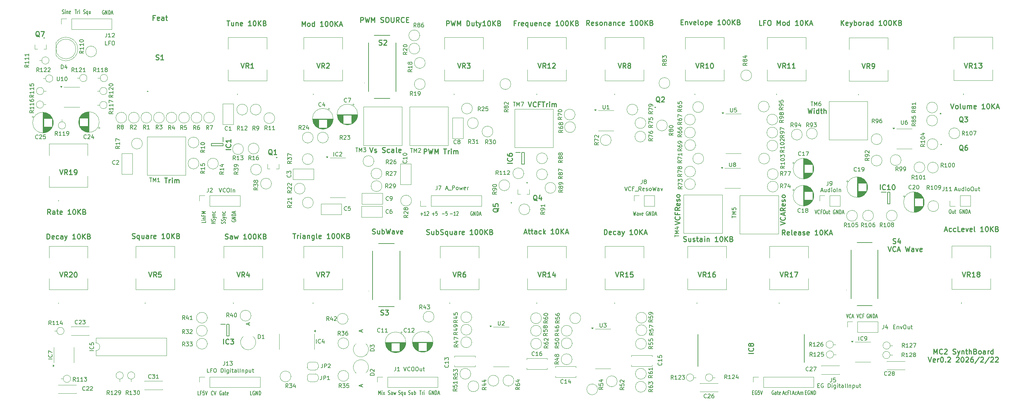
<source format=gto>
%TF.GenerationSoftware,KiCad,Pcbnew,9.0.3*%
%TF.CreationDate,2026-02-22T18:32:59+09:00*%
%TF.ProjectId,VCOSeparate,56434f53-6570-4617-9261-74652e6b6963,rev?*%
%TF.SameCoordinates,Original*%
%TF.FileFunction,Legend,Top*%
%TF.FilePolarity,Positive*%
%FSLAX46Y46*%
G04 Gerber Fmt 4.6, Leading zero omitted, Abs format (unit mm)*
G04 Created by KiCad (PCBNEW 9.0.3) date 2026-02-22 18:32:59*
%MOMM*%
%LPD*%
G01*
G04 APERTURE LIST*
%ADD10C,0.150000*%
%ADD11C,0.254000*%
%ADD12C,0.200000*%
%ADD13C,0.120000*%
%ADD14C,0.100000*%
G04 APERTURE END LIST*
D10*
X121421999Y-123152819D02*
X121850571Y-123152819D01*
X121636285Y-124152819D02*
X121636285Y-123152819D01*
X122100571Y-124152819D02*
X122100571Y-123486152D01*
X122100571Y-123676628D02*
X122136285Y-123581390D01*
X122136285Y-123581390D02*
X122172000Y-123533771D01*
X122172000Y-123533771D02*
X122243428Y-123486152D01*
X122243428Y-123486152D02*
X122314857Y-123486152D01*
X122564857Y-124152819D02*
X122564857Y-123486152D01*
X122564857Y-123152819D02*
X122529143Y-123200438D01*
X122529143Y-123200438D02*
X122564857Y-123248057D01*
X122564857Y-123248057D02*
X122600571Y-123200438D01*
X122600571Y-123200438D02*
X122564857Y-123152819D01*
X122564857Y-123152819D02*
X122564857Y-123248057D01*
X67256819Y-80156713D02*
X67256819Y-80513856D01*
X67256819Y-80513856D02*
X66256819Y-80513856D01*
X67256819Y-79906713D02*
X66590152Y-79906713D01*
X66256819Y-79906713D02*
X66304438Y-79942427D01*
X66304438Y-79942427D02*
X66352057Y-79906713D01*
X66352057Y-79906713D02*
X66304438Y-79870999D01*
X66304438Y-79870999D02*
X66256819Y-79906713D01*
X66256819Y-79906713D02*
X66352057Y-79906713D01*
X66590152Y-79549570D02*
X67256819Y-79549570D01*
X66685390Y-79549570D02*
X66637771Y-79513856D01*
X66637771Y-79513856D02*
X66590152Y-79442427D01*
X66590152Y-79442427D02*
X66590152Y-79335284D01*
X66590152Y-79335284D02*
X66637771Y-79263856D01*
X66637771Y-79263856D02*
X66733009Y-79228142D01*
X66733009Y-79228142D02*
X67256819Y-79228142D01*
X66733009Y-78620999D02*
X66733009Y-78870999D01*
X67256819Y-78870999D02*
X66256819Y-78870999D01*
X66256819Y-78870999D02*
X66256819Y-78513856D01*
X67256819Y-78228142D02*
X66256819Y-78228142D01*
X66256819Y-78228142D02*
X66971104Y-77978142D01*
X66971104Y-77978142D02*
X66256819Y-77728142D01*
X66256819Y-77728142D02*
X67256819Y-77728142D01*
D11*
X91597237Y-30673318D02*
X91597237Y-29403318D01*
X91597237Y-29403318D02*
X92020571Y-30310461D01*
X92020571Y-30310461D02*
X92443904Y-29403318D01*
X92443904Y-29403318D02*
X92443904Y-30673318D01*
X93230095Y-30673318D02*
X93109143Y-30612842D01*
X93109143Y-30612842D02*
X93048666Y-30552365D01*
X93048666Y-30552365D02*
X92988190Y-30431413D01*
X92988190Y-30431413D02*
X92988190Y-30068556D01*
X92988190Y-30068556D02*
X93048666Y-29947603D01*
X93048666Y-29947603D02*
X93109143Y-29887127D01*
X93109143Y-29887127D02*
X93230095Y-29826651D01*
X93230095Y-29826651D02*
X93411524Y-29826651D01*
X93411524Y-29826651D02*
X93532476Y-29887127D01*
X93532476Y-29887127D02*
X93592952Y-29947603D01*
X93592952Y-29947603D02*
X93653428Y-30068556D01*
X93653428Y-30068556D02*
X93653428Y-30431413D01*
X93653428Y-30431413D02*
X93592952Y-30552365D01*
X93592952Y-30552365D02*
X93532476Y-30612842D01*
X93532476Y-30612842D02*
X93411524Y-30673318D01*
X93411524Y-30673318D02*
X93230095Y-30673318D01*
X94742000Y-30673318D02*
X94742000Y-29403318D01*
X94742000Y-30612842D02*
X94621048Y-30673318D01*
X94621048Y-30673318D02*
X94379143Y-30673318D01*
X94379143Y-30673318D02*
X94258191Y-30612842D01*
X94258191Y-30612842D02*
X94197714Y-30552365D01*
X94197714Y-30552365D02*
X94137238Y-30431413D01*
X94137238Y-30431413D02*
X94137238Y-30068556D01*
X94137238Y-30068556D02*
X94197714Y-29947603D01*
X94197714Y-29947603D02*
X94258191Y-29887127D01*
X94258191Y-29887127D02*
X94379143Y-29826651D01*
X94379143Y-29826651D02*
X94621048Y-29826651D01*
X94621048Y-29826651D02*
X94742000Y-29887127D01*
X96979620Y-30673318D02*
X96253905Y-30673318D01*
X96616762Y-30673318D02*
X96616762Y-29403318D01*
X96616762Y-29403318D02*
X96495810Y-29584746D01*
X96495810Y-29584746D02*
X96374858Y-29705699D01*
X96374858Y-29705699D02*
X96253905Y-29766175D01*
X97765810Y-29403318D02*
X97886763Y-29403318D01*
X97886763Y-29403318D02*
X98007715Y-29463794D01*
X98007715Y-29463794D02*
X98068191Y-29524270D01*
X98068191Y-29524270D02*
X98128667Y-29645222D01*
X98128667Y-29645222D02*
X98189144Y-29887127D01*
X98189144Y-29887127D02*
X98189144Y-30189508D01*
X98189144Y-30189508D02*
X98128667Y-30431413D01*
X98128667Y-30431413D02*
X98068191Y-30552365D01*
X98068191Y-30552365D02*
X98007715Y-30612842D01*
X98007715Y-30612842D02*
X97886763Y-30673318D01*
X97886763Y-30673318D02*
X97765810Y-30673318D01*
X97765810Y-30673318D02*
X97644858Y-30612842D01*
X97644858Y-30612842D02*
X97584382Y-30552365D01*
X97584382Y-30552365D02*
X97523905Y-30431413D01*
X97523905Y-30431413D02*
X97463429Y-30189508D01*
X97463429Y-30189508D02*
X97463429Y-29887127D01*
X97463429Y-29887127D02*
X97523905Y-29645222D01*
X97523905Y-29645222D02*
X97584382Y-29524270D01*
X97584382Y-29524270D02*
X97644858Y-29463794D01*
X97644858Y-29463794D02*
X97765810Y-29403318D01*
X98975334Y-29403318D02*
X99096287Y-29403318D01*
X99096287Y-29403318D02*
X99217239Y-29463794D01*
X99217239Y-29463794D02*
X99277715Y-29524270D01*
X99277715Y-29524270D02*
X99338191Y-29645222D01*
X99338191Y-29645222D02*
X99398668Y-29887127D01*
X99398668Y-29887127D02*
X99398668Y-30189508D01*
X99398668Y-30189508D02*
X99338191Y-30431413D01*
X99338191Y-30431413D02*
X99277715Y-30552365D01*
X99277715Y-30552365D02*
X99217239Y-30612842D01*
X99217239Y-30612842D02*
X99096287Y-30673318D01*
X99096287Y-30673318D02*
X98975334Y-30673318D01*
X98975334Y-30673318D02*
X98854382Y-30612842D01*
X98854382Y-30612842D02*
X98793906Y-30552365D01*
X98793906Y-30552365D02*
X98733429Y-30431413D01*
X98733429Y-30431413D02*
X98672953Y-30189508D01*
X98672953Y-30189508D02*
X98672953Y-29887127D01*
X98672953Y-29887127D02*
X98733429Y-29645222D01*
X98733429Y-29645222D02*
X98793906Y-29524270D01*
X98793906Y-29524270D02*
X98854382Y-29463794D01*
X98854382Y-29463794D02*
X98975334Y-29403318D01*
X99942953Y-30673318D02*
X99942953Y-29403318D01*
X100668668Y-30673318D02*
X100124382Y-29947603D01*
X100668668Y-29403318D02*
X99942953Y-30129032D01*
X101152477Y-30310461D02*
X101757239Y-30310461D01*
X101031525Y-30673318D02*
X101454858Y-29403318D01*
X101454858Y-29403318D02*
X101878192Y-30673318D01*
D10*
X134743143Y-77734438D02*
X134671715Y-77686819D01*
X134671715Y-77686819D02*
X134564572Y-77686819D01*
X134564572Y-77686819D02*
X134457429Y-77734438D01*
X134457429Y-77734438D02*
X134386000Y-77829676D01*
X134386000Y-77829676D02*
X134350286Y-77924914D01*
X134350286Y-77924914D02*
X134314572Y-78115390D01*
X134314572Y-78115390D02*
X134314572Y-78258247D01*
X134314572Y-78258247D02*
X134350286Y-78448723D01*
X134350286Y-78448723D02*
X134386000Y-78543961D01*
X134386000Y-78543961D02*
X134457429Y-78639200D01*
X134457429Y-78639200D02*
X134564572Y-78686819D01*
X134564572Y-78686819D02*
X134636000Y-78686819D01*
X134636000Y-78686819D02*
X134743143Y-78639200D01*
X134743143Y-78639200D02*
X134778857Y-78591580D01*
X134778857Y-78591580D02*
X134778857Y-78258247D01*
X134778857Y-78258247D02*
X134636000Y-78258247D01*
X135100286Y-78686819D02*
X135100286Y-77686819D01*
X135100286Y-77686819D02*
X135528857Y-78686819D01*
X135528857Y-78686819D02*
X135528857Y-77686819D01*
X135886000Y-78686819D02*
X135886000Y-77686819D01*
X135886000Y-77686819D02*
X136064571Y-77686819D01*
X136064571Y-77686819D02*
X136171714Y-77734438D01*
X136171714Y-77734438D02*
X136243143Y-77829676D01*
X136243143Y-77829676D02*
X136278857Y-77924914D01*
X136278857Y-77924914D02*
X136314571Y-78115390D01*
X136314571Y-78115390D02*
X136314571Y-78258247D01*
X136314571Y-78258247D02*
X136278857Y-78448723D01*
X136278857Y-78448723D02*
X136243143Y-78543961D01*
X136243143Y-78543961D02*
X136171714Y-78639200D01*
X136171714Y-78639200D02*
X136064571Y-78686819D01*
X136064571Y-78686819D02*
X135886000Y-78686819D01*
X136600286Y-78401104D02*
X136957429Y-78401104D01*
X136528857Y-78686819D02*
X136778857Y-77686819D01*
X136778857Y-77686819D02*
X137028857Y-78686819D01*
X226564143Y-77353438D02*
X226492715Y-77305819D01*
X226492715Y-77305819D02*
X226385572Y-77305819D01*
X226385572Y-77305819D02*
X226278429Y-77353438D01*
X226278429Y-77353438D02*
X226207000Y-77448676D01*
X226207000Y-77448676D02*
X226171286Y-77543914D01*
X226171286Y-77543914D02*
X226135572Y-77734390D01*
X226135572Y-77734390D02*
X226135572Y-77877247D01*
X226135572Y-77877247D02*
X226171286Y-78067723D01*
X226171286Y-78067723D02*
X226207000Y-78162961D01*
X226207000Y-78162961D02*
X226278429Y-78258200D01*
X226278429Y-78258200D02*
X226385572Y-78305819D01*
X226385572Y-78305819D02*
X226457000Y-78305819D01*
X226457000Y-78305819D02*
X226564143Y-78258200D01*
X226564143Y-78258200D02*
X226599857Y-78210580D01*
X226599857Y-78210580D02*
X226599857Y-77877247D01*
X226599857Y-77877247D02*
X226457000Y-77877247D01*
X226921286Y-78305819D02*
X226921286Y-77305819D01*
X226921286Y-77305819D02*
X227349857Y-78305819D01*
X227349857Y-78305819D02*
X227349857Y-77305819D01*
X227707000Y-78305819D02*
X227707000Y-77305819D01*
X227707000Y-77305819D02*
X227885571Y-77305819D01*
X227885571Y-77305819D02*
X227992714Y-77353438D01*
X227992714Y-77353438D02*
X228064143Y-77448676D01*
X228064143Y-77448676D02*
X228099857Y-77543914D01*
X228099857Y-77543914D02*
X228135571Y-77734390D01*
X228135571Y-77734390D02*
X228135571Y-77877247D01*
X228135571Y-77877247D02*
X228099857Y-78067723D01*
X228099857Y-78067723D02*
X228064143Y-78162961D01*
X228064143Y-78162961D02*
X227992714Y-78258200D01*
X227992714Y-78258200D02*
X227885571Y-78305819D01*
X227885571Y-78305819D02*
X227707000Y-78305819D01*
X228421286Y-78020104D02*
X228778429Y-78020104D01*
X228349857Y-78305819D02*
X228599857Y-77305819D01*
X228599857Y-77305819D02*
X228849857Y-78305819D01*
X232098571Y-103721819D02*
X232348571Y-104721819D01*
X232348571Y-104721819D02*
X232598571Y-103721819D01*
X233277142Y-104626580D02*
X233241428Y-104674200D01*
X233241428Y-104674200D02*
X233134285Y-104721819D01*
X233134285Y-104721819D02*
X233062857Y-104721819D01*
X233062857Y-104721819D02*
X232955714Y-104674200D01*
X232955714Y-104674200D02*
X232884285Y-104578961D01*
X232884285Y-104578961D02*
X232848571Y-104483723D01*
X232848571Y-104483723D02*
X232812857Y-104293247D01*
X232812857Y-104293247D02*
X232812857Y-104150390D01*
X232812857Y-104150390D02*
X232848571Y-103959914D01*
X232848571Y-103959914D02*
X232884285Y-103864676D01*
X232884285Y-103864676D02*
X232955714Y-103769438D01*
X232955714Y-103769438D02*
X233062857Y-103721819D01*
X233062857Y-103721819D02*
X233134285Y-103721819D01*
X233134285Y-103721819D02*
X233241428Y-103769438D01*
X233241428Y-103769438D02*
X233277142Y-103817057D01*
X233848571Y-104198009D02*
X233598571Y-104198009D01*
X233598571Y-104721819D02*
X233598571Y-103721819D01*
X233598571Y-103721819D02*
X233955714Y-103721819D01*
X69125714Y-124184580D02*
X69090000Y-124232200D01*
X69090000Y-124232200D02*
X68982857Y-124279819D01*
X68982857Y-124279819D02*
X68911429Y-124279819D01*
X68911429Y-124279819D02*
X68804286Y-124232200D01*
X68804286Y-124232200D02*
X68732857Y-124136961D01*
X68732857Y-124136961D02*
X68697143Y-124041723D01*
X68697143Y-124041723D02*
X68661429Y-123851247D01*
X68661429Y-123851247D02*
X68661429Y-123708390D01*
X68661429Y-123708390D02*
X68697143Y-123517914D01*
X68697143Y-123517914D02*
X68732857Y-123422676D01*
X68732857Y-123422676D02*
X68804286Y-123327438D01*
X68804286Y-123327438D02*
X68911429Y-123279819D01*
X68911429Y-123279819D02*
X68982857Y-123279819D01*
X68982857Y-123279819D02*
X69090000Y-123327438D01*
X69090000Y-123327438D02*
X69125714Y-123375057D01*
X69340000Y-123279819D02*
X69590000Y-124279819D01*
X69590000Y-124279819D02*
X69840000Y-123279819D01*
X34172999Y-26505819D02*
X34601571Y-26505819D01*
X34387285Y-27505819D02*
X34387285Y-26505819D01*
X34851571Y-27505819D02*
X34851571Y-26839152D01*
X34851571Y-27029628D02*
X34887285Y-26934390D01*
X34887285Y-26934390D02*
X34923000Y-26886771D01*
X34923000Y-26886771D02*
X34994428Y-26839152D01*
X34994428Y-26839152D02*
X35065857Y-26839152D01*
X35315857Y-27505819D02*
X35315857Y-26839152D01*
X35315857Y-26505819D02*
X35280143Y-26553438D01*
X35280143Y-26553438D02*
X35315857Y-26601057D01*
X35315857Y-26601057D02*
X35351571Y-26553438D01*
X35351571Y-26553438D02*
X35315857Y-26505819D01*
X35315857Y-26505819D02*
X35315857Y-26601057D01*
D11*
X106474380Y-29657318D02*
X106474380Y-28387318D01*
X106474380Y-28387318D02*
X106958190Y-28387318D01*
X106958190Y-28387318D02*
X107079142Y-28447794D01*
X107079142Y-28447794D02*
X107139619Y-28508270D01*
X107139619Y-28508270D02*
X107200095Y-28629222D01*
X107200095Y-28629222D02*
X107200095Y-28810651D01*
X107200095Y-28810651D02*
X107139619Y-28931603D01*
X107139619Y-28931603D02*
X107079142Y-28992080D01*
X107079142Y-28992080D02*
X106958190Y-29052556D01*
X106958190Y-29052556D02*
X106474380Y-29052556D01*
X107623428Y-28387318D02*
X107925809Y-29657318D01*
X107925809Y-29657318D02*
X108167714Y-28750175D01*
X108167714Y-28750175D02*
X108409619Y-29657318D01*
X108409619Y-29657318D02*
X108712000Y-28387318D01*
X109195809Y-29657318D02*
X109195809Y-28387318D01*
X109195809Y-28387318D02*
X109619143Y-29294461D01*
X109619143Y-29294461D02*
X110042476Y-28387318D01*
X110042476Y-28387318D02*
X110042476Y-29657318D01*
X111554381Y-29596842D02*
X111735810Y-29657318D01*
X111735810Y-29657318D02*
X112038191Y-29657318D01*
X112038191Y-29657318D02*
X112159143Y-29596842D01*
X112159143Y-29596842D02*
X112219619Y-29536365D01*
X112219619Y-29536365D02*
X112280096Y-29415413D01*
X112280096Y-29415413D02*
X112280096Y-29294461D01*
X112280096Y-29294461D02*
X112219619Y-29173508D01*
X112219619Y-29173508D02*
X112159143Y-29113032D01*
X112159143Y-29113032D02*
X112038191Y-29052556D01*
X112038191Y-29052556D02*
X111796286Y-28992080D01*
X111796286Y-28992080D02*
X111675334Y-28931603D01*
X111675334Y-28931603D02*
X111614857Y-28871127D01*
X111614857Y-28871127D02*
X111554381Y-28750175D01*
X111554381Y-28750175D02*
X111554381Y-28629222D01*
X111554381Y-28629222D02*
X111614857Y-28508270D01*
X111614857Y-28508270D02*
X111675334Y-28447794D01*
X111675334Y-28447794D02*
X111796286Y-28387318D01*
X111796286Y-28387318D02*
X112098667Y-28387318D01*
X112098667Y-28387318D02*
X112280096Y-28447794D01*
X113066286Y-28387318D02*
X113308191Y-28387318D01*
X113308191Y-28387318D02*
X113429143Y-28447794D01*
X113429143Y-28447794D02*
X113550096Y-28568746D01*
X113550096Y-28568746D02*
X113610572Y-28810651D01*
X113610572Y-28810651D02*
X113610572Y-29233984D01*
X113610572Y-29233984D02*
X113550096Y-29475889D01*
X113550096Y-29475889D02*
X113429143Y-29596842D01*
X113429143Y-29596842D02*
X113308191Y-29657318D01*
X113308191Y-29657318D02*
X113066286Y-29657318D01*
X113066286Y-29657318D02*
X112945334Y-29596842D01*
X112945334Y-29596842D02*
X112824381Y-29475889D01*
X112824381Y-29475889D02*
X112763905Y-29233984D01*
X112763905Y-29233984D02*
X112763905Y-28810651D01*
X112763905Y-28810651D02*
X112824381Y-28568746D01*
X112824381Y-28568746D02*
X112945334Y-28447794D01*
X112945334Y-28447794D02*
X113066286Y-28387318D01*
X114154857Y-28387318D02*
X114154857Y-29415413D01*
X114154857Y-29415413D02*
X114215334Y-29536365D01*
X114215334Y-29536365D02*
X114275810Y-29596842D01*
X114275810Y-29596842D02*
X114396762Y-29657318D01*
X114396762Y-29657318D02*
X114638667Y-29657318D01*
X114638667Y-29657318D02*
X114759619Y-29596842D01*
X114759619Y-29596842D02*
X114820096Y-29536365D01*
X114820096Y-29536365D02*
X114880572Y-29415413D01*
X114880572Y-29415413D02*
X114880572Y-28387318D01*
X116211048Y-29657318D02*
X115787714Y-29052556D01*
X115485333Y-29657318D02*
X115485333Y-28387318D01*
X115485333Y-28387318D02*
X115969143Y-28387318D01*
X115969143Y-28387318D02*
X116090095Y-28447794D01*
X116090095Y-28447794D02*
X116150572Y-28508270D01*
X116150572Y-28508270D02*
X116211048Y-28629222D01*
X116211048Y-28629222D02*
X116211048Y-28810651D01*
X116211048Y-28810651D02*
X116150572Y-28931603D01*
X116150572Y-28931603D02*
X116090095Y-28992080D01*
X116090095Y-28992080D02*
X115969143Y-29052556D01*
X115969143Y-29052556D02*
X115485333Y-29052556D01*
X117481048Y-29536365D02*
X117420572Y-29596842D01*
X117420572Y-29596842D02*
X117239143Y-29657318D01*
X117239143Y-29657318D02*
X117118191Y-29657318D01*
X117118191Y-29657318D02*
X116936762Y-29596842D01*
X116936762Y-29596842D02*
X116815810Y-29475889D01*
X116815810Y-29475889D02*
X116755333Y-29354937D01*
X116755333Y-29354937D02*
X116694857Y-29113032D01*
X116694857Y-29113032D02*
X116694857Y-28931603D01*
X116694857Y-28931603D02*
X116755333Y-28689699D01*
X116755333Y-28689699D02*
X116815810Y-28568746D01*
X116815810Y-28568746D02*
X116936762Y-28447794D01*
X116936762Y-28447794D02*
X117118191Y-28387318D01*
X117118191Y-28387318D02*
X117239143Y-28387318D01*
X117239143Y-28387318D02*
X117420572Y-28447794D01*
X117420572Y-28447794D02*
X117481048Y-28508270D01*
X118025333Y-28992080D02*
X118448667Y-28992080D01*
X118630095Y-29657318D02*
X118025333Y-29657318D01*
X118025333Y-29657318D02*
X118025333Y-28387318D01*
X118025333Y-28387318D02*
X118630095Y-28387318D01*
D10*
X73924438Y-79886856D02*
X73876819Y-79958285D01*
X73876819Y-79958285D02*
X73876819Y-80065427D01*
X73876819Y-80065427D02*
X73924438Y-80172570D01*
X73924438Y-80172570D02*
X74019676Y-80243999D01*
X74019676Y-80243999D02*
X74114914Y-80279713D01*
X74114914Y-80279713D02*
X74305390Y-80315427D01*
X74305390Y-80315427D02*
X74448247Y-80315427D01*
X74448247Y-80315427D02*
X74638723Y-80279713D01*
X74638723Y-80279713D02*
X74733961Y-80243999D01*
X74733961Y-80243999D02*
X74829200Y-80172570D01*
X74829200Y-80172570D02*
X74876819Y-80065427D01*
X74876819Y-80065427D02*
X74876819Y-79993999D01*
X74876819Y-79993999D02*
X74829200Y-79886856D01*
X74829200Y-79886856D02*
X74781580Y-79851142D01*
X74781580Y-79851142D02*
X74448247Y-79851142D01*
X74448247Y-79851142D02*
X74448247Y-79993999D01*
X74876819Y-79529713D02*
X73876819Y-79529713D01*
X73876819Y-79529713D02*
X74876819Y-79101142D01*
X74876819Y-79101142D02*
X73876819Y-79101142D01*
X74876819Y-78743999D02*
X73876819Y-78743999D01*
X73876819Y-78743999D02*
X73876819Y-78565428D01*
X73876819Y-78565428D02*
X73924438Y-78458285D01*
X73924438Y-78458285D02*
X74019676Y-78386856D01*
X74019676Y-78386856D02*
X74114914Y-78351142D01*
X74114914Y-78351142D02*
X74305390Y-78315428D01*
X74305390Y-78315428D02*
X74448247Y-78315428D01*
X74448247Y-78315428D02*
X74638723Y-78351142D01*
X74638723Y-78351142D02*
X74733961Y-78386856D01*
X74733961Y-78386856D02*
X74829200Y-78458285D01*
X74829200Y-78458285D02*
X74876819Y-78565428D01*
X74876819Y-78565428D02*
X74876819Y-78743999D01*
X74591104Y-78029713D02*
X74591104Y-77672571D01*
X74876819Y-78101142D02*
X73876819Y-77851142D01*
X73876819Y-77851142D02*
X74876819Y-77601142D01*
X36318143Y-27458200D02*
X36425286Y-27505819D01*
X36425286Y-27505819D02*
X36603857Y-27505819D01*
X36603857Y-27505819D02*
X36675286Y-27458200D01*
X36675286Y-27458200D02*
X36711000Y-27410580D01*
X36711000Y-27410580D02*
X36746714Y-27315342D01*
X36746714Y-27315342D02*
X36746714Y-27220104D01*
X36746714Y-27220104D02*
X36711000Y-27124866D01*
X36711000Y-27124866D02*
X36675286Y-27077247D01*
X36675286Y-27077247D02*
X36603857Y-27029628D01*
X36603857Y-27029628D02*
X36461000Y-26982009D01*
X36461000Y-26982009D02*
X36389571Y-26934390D01*
X36389571Y-26934390D02*
X36353857Y-26886771D01*
X36353857Y-26886771D02*
X36318143Y-26791533D01*
X36318143Y-26791533D02*
X36318143Y-26696295D01*
X36318143Y-26696295D02*
X36353857Y-26601057D01*
X36353857Y-26601057D02*
X36389571Y-26553438D01*
X36389571Y-26553438D02*
X36461000Y-26505819D01*
X36461000Y-26505819D02*
X36639571Y-26505819D01*
X36639571Y-26505819D02*
X36746714Y-26553438D01*
X37389572Y-26839152D02*
X37389572Y-27839152D01*
X37389572Y-27458200D02*
X37318143Y-27505819D01*
X37318143Y-27505819D02*
X37175286Y-27505819D01*
X37175286Y-27505819D02*
X37103857Y-27458200D01*
X37103857Y-27458200D02*
X37068143Y-27410580D01*
X37068143Y-27410580D02*
X37032429Y-27315342D01*
X37032429Y-27315342D02*
X37032429Y-27029628D01*
X37032429Y-27029628D02*
X37068143Y-26934390D01*
X37068143Y-26934390D02*
X37103857Y-26886771D01*
X37103857Y-26886771D02*
X37175286Y-26839152D01*
X37175286Y-26839152D02*
X37318143Y-26839152D01*
X37318143Y-26839152D02*
X37389572Y-26886771D01*
X38068143Y-26839152D02*
X38068143Y-27505819D01*
X37746714Y-26839152D02*
X37746714Y-27362961D01*
X37746714Y-27362961D02*
X37782428Y-27458200D01*
X37782428Y-27458200D02*
X37853857Y-27505819D01*
X37853857Y-27505819D02*
X37961000Y-27505819D01*
X37961000Y-27505819D02*
X38032428Y-27458200D01*
X38032428Y-27458200D02*
X38068143Y-27410580D01*
X229431571Y-103721819D02*
X229681571Y-104721819D01*
X229681571Y-104721819D02*
X229931571Y-103721819D01*
X230610142Y-104626580D02*
X230574428Y-104674200D01*
X230574428Y-104674200D02*
X230467285Y-104721819D01*
X230467285Y-104721819D02*
X230395857Y-104721819D01*
X230395857Y-104721819D02*
X230288714Y-104674200D01*
X230288714Y-104674200D02*
X230217285Y-104578961D01*
X230217285Y-104578961D02*
X230181571Y-104483723D01*
X230181571Y-104483723D02*
X230145857Y-104293247D01*
X230145857Y-104293247D02*
X230145857Y-104150390D01*
X230145857Y-104150390D02*
X230181571Y-103959914D01*
X230181571Y-103959914D02*
X230217285Y-103864676D01*
X230217285Y-103864676D02*
X230288714Y-103769438D01*
X230288714Y-103769438D02*
X230395857Y-103721819D01*
X230395857Y-103721819D02*
X230467285Y-103721819D01*
X230467285Y-103721819D02*
X230574428Y-103769438D01*
X230574428Y-103769438D02*
X230610142Y-103817057D01*
X230895857Y-104436104D02*
X231253000Y-104436104D01*
X230824428Y-104721819D02*
X231074428Y-103721819D01*
X231074428Y-103721819D02*
X231324428Y-104721819D01*
D11*
X72577476Y-29276318D02*
X73303190Y-29276318D01*
X72940333Y-30546318D02*
X72940333Y-29276318D01*
X74270809Y-29699651D02*
X74270809Y-30546318D01*
X73726523Y-29699651D02*
X73726523Y-30364889D01*
X73726523Y-30364889D02*
X73787000Y-30485842D01*
X73787000Y-30485842D02*
X73907952Y-30546318D01*
X73907952Y-30546318D02*
X74089381Y-30546318D01*
X74089381Y-30546318D02*
X74210333Y-30485842D01*
X74210333Y-30485842D02*
X74270809Y-30425365D01*
X74875571Y-29699651D02*
X74875571Y-30546318D01*
X74875571Y-29820603D02*
X74936048Y-29760127D01*
X74936048Y-29760127D02*
X75057000Y-29699651D01*
X75057000Y-29699651D02*
X75238429Y-29699651D01*
X75238429Y-29699651D02*
X75359381Y-29760127D01*
X75359381Y-29760127D02*
X75419857Y-29881080D01*
X75419857Y-29881080D02*
X75419857Y-30546318D01*
X76508429Y-30485842D02*
X76387477Y-30546318D01*
X76387477Y-30546318D02*
X76145572Y-30546318D01*
X76145572Y-30546318D02*
X76024619Y-30485842D01*
X76024619Y-30485842D02*
X75964143Y-30364889D01*
X75964143Y-30364889D02*
X75964143Y-29881080D01*
X75964143Y-29881080D02*
X76024619Y-29760127D01*
X76024619Y-29760127D02*
X76145572Y-29699651D01*
X76145572Y-29699651D02*
X76387477Y-29699651D01*
X76387477Y-29699651D02*
X76508429Y-29760127D01*
X76508429Y-29760127D02*
X76568905Y-29881080D01*
X76568905Y-29881080D02*
X76568905Y-30002032D01*
X76568905Y-30002032D02*
X75964143Y-30122984D01*
X78746048Y-30546318D02*
X78020333Y-30546318D01*
X78383190Y-30546318D02*
X78383190Y-29276318D01*
X78383190Y-29276318D02*
X78262238Y-29457746D01*
X78262238Y-29457746D02*
X78141286Y-29578699D01*
X78141286Y-29578699D02*
X78020333Y-29639175D01*
X79532238Y-29276318D02*
X79653191Y-29276318D01*
X79653191Y-29276318D02*
X79774143Y-29336794D01*
X79774143Y-29336794D02*
X79834619Y-29397270D01*
X79834619Y-29397270D02*
X79895095Y-29518222D01*
X79895095Y-29518222D02*
X79955572Y-29760127D01*
X79955572Y-29760127D02*
X79955572Y-30062508D01*
X79955572Y-30062508D02*
X79895095Y-30304413D01*
X79895095Y-30304413D02*
X79834619Y-30425365D01*
X79834619Y-30425365D02*
X79774143Y-30485842D01*
X79774143Y-30485842D02*
X79653191Y-30546318D01*
X79653191Y-30546318D02*
X79532238Y-30546318D01*
X79532238Y-30546318D02*
X79411286Y-30485842D01*
X79411286Y-30485842D02*
X79350810Y-30425365D01*
X79350810Y-30425365D02*
X79290333Y-30304413D01*
X79290333Y-30304413D02*
X79229857Y-30062508D01*
X79229857Y-30062508D02*
X79229857Y-29760127D01*
X79229857Y-29760127D02*
X79290333Y-29518222D01*
X79290333Y-29518222D02*
X79350810Y-29397270D01*
X79350810Y-29397270D02*
X79411286Y-29336794D01*
X79411286Y-29336794D02*
X79532238Y-29276318D01*
X80499857Y-30546318D02*
X80499857Y-29276318D01*
X81225572Y-30546318D02*
X80681286Y-29820603D01*
X81225572Y-29276318D02*
X80499857Y-30002032D01*
X82193191Y-29881080D02*
X82374619Y-29941556D01*
X82374619Y-29941556D02*
X82435096Y-30002032D01*
X82435096Y-30002032D02*
X82495572Y-30122984D01*
X82495572Y-30122984D02*
X82495572Y-30304413D01*
X82495572Y-30304413D02*
X82435096Y-30425365D01*
X82435096Y-30425365D02*
X82374619Y-30485842D01*
X82374619Y-30485842D02*
X82253667Y-30546318D01*
X82253667Y-30546318D02*
X81769857Y-30546318D01*
X81769857Y-30546318D02*
X81769857Y-29276318D01*
X81769857Y-29276318D02*
X82193191Y-29276318D01*
X82193191Y-29276318D02*
X82314143Y-29336794D01*
X82314143Y-29336794D02*
X82374619Y-29397270D01*
X82374619Y-29397270D02*
X82435096Y-29518222D01*
X82435096Y-29518222D02*
X82435096Y-29639175D01*
X82435096Y-29639175D02*
X82374619Y-29760127D01*
X82374619Y-29760127D02*
X82314143Y-29820603D01*
X82314143Y-29820603D02*
X82193191Y-29881080D01*
X82193191Y-29881080D02*
X81769857Y-29881080D01*
X187531189Y-29627080D02*
X187954523Y-29627080D01*
X188135951Y-30292318D02*
X187531189Y-30292318D01*
X187531189Y-30292318D02*
X187531189Y-29022318D01*
X187531189Y-29022318D02*
X188135951Y-29022318D01*
X188680237Y-29445651D02*
X188680237Y-30292318D01*
X188680237Y-29566603D02*
X188740714Y-29506127D01*
X188740714Y-29506127D02*
X188861666Y-29445651D01*
X188861666Y-29445651D02*
X189043095Y-29445651D01*
X189043095Y-29445651D02*
X189164047Y-29506127D01*
X189164047Y-29506127D02*
X189224523Y-29627080D01*
X189224523Y-29627080D02*
X189224523Y-30292318D01*
X189708333Y-29445651D02*
X190010714Y-30292318D01*
X190010714Y-30292318D02*
X190313095Y-29445651D01*
X191280714Y-30231842D02*
X191159762Y-30292318D01*
X191159762Y-30292318D02*
X190917857Y-30292318D01*
X190917857Y-30292318D02*
X190796904Y-30231842D01*
X190796904Y-30231842D02*
X190736428Y-30110889D01*
X190736428Y-30110889D02*
X190736428Y-29627080D01*
X190736428Y-29627080D02*
X190796904Y-29506127D01*
X190796904Y-29506127D02*
X190917857Y-29445651D01*
X190917857Y-29445651D02*
X191159762Y-29445651D01*
X191159762Y-29445651D02*
X191280714Y-29506127D01*
X191280714Y-29506127D02*
X191341190Y-29627080D01*
X191341190Y-29627080D02*
X191341190Y-29748032D01*
X191341190Y-29748032D02*
X190736428Y-29868984D01*
X192066904Y-30292318D02*
X191945952Y-30231842D01*
X191945952Y-30231842D02*
X191885475Y-30110889D01*
X191885475Y-30110889D02*
X191885475Y-29022318D01*
X192732142Y-30292318D02*
X192611190Y-30231842D01*
X192611190Y-30231842D02*
X192550713Y-30171365D01*
X192550713Y-30171365D02*
X192490237Y-30050413D01*
X192490237Y-30050413D02*
X192490237Y-29687556D01*
X192490237Y-29687556D02*
X192550713Y-29566603D01*
X192550713Y-29566603D02*
X192611190Y-29506127D01*
X192611190Y-29506127D02*
X192732142Y-29445651D01*
X192732142Y-29445651D02*
X192913571Y-29445651D01*
X192913571Y-29445651D02*
X193034523Y-29506127D01*
X193034523Y-29506127D02*
X193094999Y-29566603D01*
X193094999Y-29566603D02*
X193155475Y-29687556D01*
X193155475Y-29687556D02*
X193155475Y-30050413D01*
X193155475Y-30050413D02*
X193094999Y-30171365D01*
X193094999Y-30171365D02*
X193034523Y-30231842D01*
X193034523Y-30231842D02*
X192913571Y-30292318D01*
X192913571Y-30292318D02*
X192732142Y-30292318D01*
X193699761Y-29445651D02*
X193699761Y-30715651D01*
X193699761Y-29506127D02*
X193820714Y-29445651D01*
X193820714Y-29445651D02*
X194062619Y-29445651D01*
X194062619Y-29445651D02*
X194183571Y-29506127D01*
X194183571Y-29506127D02*
X194244047Y-29566603D01*
X194244047Y-29566603D02*
X194304523Y-29687556D01*
X194304523Y-29687556D02*
X194304523Y-30050413D01*
X194304523Y-30050413D02*
X194244047Y-30171365D01*
X194244047Y-30171365D02*
X194183571Y-30231842D01*
X194183571Y-30231842D02*
X194062619Y-30292318D01*
X194062619Y-30292318D02*
X193820714Y-30292318D01*
X193820714Y-30292318D02*
X193699761Y-30231842D01*
X195332619Y-30231842D02*
X195211667Y-30292318D01*
X195211667Y-30292318D02*
X194969762Y-30292318D01*
X194969762Y-30292318D02*
X194848809Y-30231842D01*
X194848809Y-30231842D02*
X194788333Y-30110889D01*
X194788333Y-30110889D02*
X194788333Y-29627080D01*
X194788333Y-29627080D02*
X194848809Y-29506127D01*
X194848809Y-29506127D02*
X194969762Y-29445651D01*
X194969762Y-29445651D02*
X195211667Y-29445651D01*
X195211667Y-29445651D02*
X195332619Y-29506127D01*
X195332619Y-29506127D02*
X195393095Y-29627080D01*
X195393095Y-29627080D02*
X195393095Y-29748032D01*
X195393095Y-29748032D02*
X194788333Y-29868984D01*
X197570238Y-30292318D02*
X196844523Y-30292318D01*
X197207380Y-30292318D02*
X197207380Y-29022318D01*
X197207380Y-29022318D02*
X197086428Y-29203746D01*
X197086428Y-29203746D02*
X196965476Y-29324699D01*
X196965476Y-29324699D02*
X196844523Y-29385175D01*
X198356428Y-29022318D02*
X198477381Y-29022318D01*
X198477381Y-29022318D02*
X198598333Y-29082794D01*
X198598333Y-29082794D02*
X198658809Y-29143270D01*
X198658809Y-29143270D02*
X198719285Y-29264222D01*
X198719285Y-29264222D02*
X198779762Y-29506127D01*
X198779762Y-29506127D02*
X198779762Y-29808508D01*
X198779762Y-29808508D02*
X198719285Y-30050413D01*
X198719285Y-30050413D02*
X198658809Y-30171365D01*
X198658809Y-30171365D02*
X198598333Y-30231842D01*
X198598333Y-30231842D02*
X198477381Y-30292318D01*
X198477381Y-30292318D02*
X198356428Y-30292318D01*
X198356428Y-30292318D02*
X198235476Y-30231842D01*
X198235476Y-30231842D02*
X198175000Y-30171365D01*
X198175000Y-30171365D02*
X198114523Y-30050413D01*
X198114523Y-30050413D02*
X198054047Y-29808508D01*
X198054047Y-29808508D02*
X198054047Y-29506127D01*
X198054047Y-29506127D02*
X198114523Y-29264222D01*
X198114523Y-29264222D02*
X198175000Y-29143270D01*
X198175000Y-29143270D02*
X198235476Y-29082794D01*
X198235476Y-29082794D02*
X198356428Y-29022318D01*
X199565952Y-29022318D02*
X199686905Y-29022318D01*
X199686905Y-29022318D02*
X199807857Y-29082794D01*
X199807857Y-29082794D02*
X199868333Y-29143270D01*
X199868333Y-29143270D02*
X199928809Y-29264222D01*
X199928809Y-29264222D02*
X199989286Y-29506127D01*
X199989286Y-29506127D02*
X199989286Y-29808508D01*
X199989286Y-29808508D02*
X199928809Y-30050413D01*
X199928809Y-30050413D02*
X199868333Y-30171365D01*
X199868333Y-30171365D02*
X199807857Y-30231842D01*
X199807857Y-30231842D02*
X199686905Y-30292318D01*
X199686905Y-30292318D02*
X199565952Y-30292318D01*
X199565952Y-30292318D02*
X199445000Y-30231842D01*
X199445000Y-30231842D02*
X199384524Y-30171365D01*
X199384524Y-30171365D02*
X199324047Y-30050413D01*
X199324047Y-30050413D02*
X199263571Y-29808508D01*
X199263571Y-29808508D02*
X199263571Y-29506127D01*
X199263571Y-29506127D02*
X199324047Y-29264222D01*
X199324047Y-29264222D02*
X199384524Y-29143270D01*
X199384524Y-29143270D02*
X199445000Y-29082794D01*
X199445000Y-29082794D02*
X199565952Y-29022318D01*
X200533571Y-30292318D02*
X200533571Y-29022318D01*
X201259286Y-30292318D02*
X200715000Y-29566603D01*
X201259286Y-29022318D02*
X200533571Y-29748032D01*
X202226905Y-29627080D02*
X202408333Y-29687556D01*
X202408333Y-29687556D02*
X202468810Y-29748032D01*
X202468810Y-29748032D02*
X202529286Y-29868984D01*
X202529286Y-29868984D02*
X202529286Y-30050413D01*
X202529286Y-30050413D02*
X202468810Y-30171365D01*
X202468810Y-30171365D02*
X202408333Y-30231842D01*
X202408333Y-30231842D02*
X202287381Y-30292318D01*
X202287381Y-30292318D02*
X201803571Y-30292318D01*
X201803571Y-30292318D02*
X201803571Y-29022318D01*
X201803571Y-29022318D02*
X202226905Y-29022318D01*
X202226905Y-29022318D02*
X202347857Y-29082794D01*
X202347857Y-29082794D02*
X202408333Y-29143270D01*
X202408333Y-29143270D02*
X202468810Y-29264222D01*
X202468810Y-29264222D02*
X202468810Y-29385175D01*
X202468810Y-29385175D02*
X202408333Y-29506127D01*
X202408333Y-29506127D02*
X202347857Y-29566603D01*
X202347857Y-29566603D02*
X202226905Y-29627080D01*
X202226905Y-29627080D02*
X201803571Y-29627080D01*
D10*
X127119143Y-78305866D02*
X127690572Y-78305866D01*
X128404857Y-77686819D02*
X128047714Y-77686819D01*
X128047714Y-77686819D02*
X128012000Y-78163009D01*
X128012000Y-78163009D02*
X128047714Y-78115390D01*
X128047714Y-78115390D02*
X128119143Y-78067771D01*
X128119143Y-78067771D02*
X128297714Y-78067771D01*
X128297714Y-78067771D02*
X128369143Y-78115390D01*
X128369143Y-78115390D02*
X128404857Y-78163009D01*
X128404857Y-78163009D02*
X128440571Y-78258247D01*
X128440571Y-78258247D02*
X128440571Y-78496342D01*
X128440571Y-78496342D02*
X128404857Y-78591580D01*
X128404857Y-78591580D02*
X128369143Y-78639200D01*
X128369143Y-78639200D02*
X128297714Y-78686819D01*
X128297714Y-78686819D02*
X128119143Y-78686819D01*
X128119143Y-78686819D02*
X128047714Y-78639200D01*
X128047714Y-78639200D02*
X128012000Y-78591580D01*
X111027857Y-124152819D02*
X111027857Y-123152819D01*
X111027857Y-123152819D02*
X111277857Y-123867104D01*
X111277857Y-123867104D02*
X111527857Y-123152819D01*
X111527857Y-123152819D02*
X111527857Y-124152819D01*
X111885000Y-124152819D02*
X111885000Y-123486152D01*
X111885000Y-123152819D02*
X111849286Y-123200438D01*
X111849286Y-123200438D02*
X111885000Y-123248057D01*
X111885000Y-123248057D02*
X111920714Y-123200438D01*
X111920714Y-123200438D02*
X111885000Y-123152819D01*
X111885000Y-123152819D02*
X111885000Y-123248057D01*
X112170714Y-124152819D02*
X112563572Y-123486152D01*
X112170714Y-123486152D02*
X112563572Y-124152819D01*
D11*
X109443761Y-83317842D02*
X109625190Y-83378318D01*
X109625190Y-83378318D02*
X109927571Y-83378318D01*
X109927571Y-83378318D02*
X110048523Y-83317842D01*
X110048523Y-83317842D02*
X110108999Y-83257365D01*
X110108999Y-83257365D02*
X110169476Y-83136413D01*
X110169476Y-83136413D02*
X110169476Y-83015461D01*
X110169476Y-83015461D02*
X110108999Y-82894508D01*
X110108999Y-82894508D02*
X110048523Y-82834032D01*
X110048523Y-82834032D02*
X109927571Y-82773556D01*
X109927571Y-82773556D02*
X109685666Y-82713080D01*
X109685666Y-82713080D02*
X109564714Y-82652603D01*
X109564714Y-82652603D02*
X109504237Y-82592127D01*
X109504237Y-82592127D02*
X109443761Y-82471175D01*
X109443761Y-82471175D02*
X109443761Y-82350222D01*
X109443761Y-82350222D02*
X109504237Y-82229270D01*
X109504237Y-82229270D02*
X109564714Y-82168794D01*
X109564714Y-82168794D02*
X109685666Y-82108318D01*
X109685666Y-82108318D02*
X109988047Y-82108318D01*
X109988047Y-82108318D02*
X110169476Y-82168794D01*
X111258047Y-82531651D02*
X111258047Y-83378318D01*
X110713761Y-82531651D02*
X110713761Y-83196889D01*
X110713761Y-83196889D02*
X110774238Y-83317842D01*
X110774238Y-83317842D02*
X110895190Y-83378318D01*
X110895190Y-83378318D02*
X111076619Y-83378318D01*
X111076619Y-83378318D02*
X111197571Y-83317842D01*
X111197571Y-83317842D02*
X111258047Y-83257365D01*
X111862809Y-83378318D02*
X111862809Y-82108318D01*
X111862809Y-82592127D02*
X111983762Y-82531651D01*
X111983762Y-82531651D02*
X112225667Y-82531651D01*
X112225667Y-82531651D02*
X112346619Y-82592127D01*
X112346619Y-82592127D02*
X112407095Y-82652603D01*
X112407095Y-82652603D02*
X112467571Y-82773556D01*
X112467571Y-82773556D02*
X112467571Y-83136413D01*
X112467571Y-83136413D02*
X112407095Y-83257365D01*
X112407095Y-83257365D02*
X112346619Y-83317842D01*
X112346619Y-83317842D02*
X112225667Y-83378318D01*
X112225667Y-83378318D02*
X111983762Y-83378318D01*
X111983762Y-83378318D02*
X111862809Y-83317842D01*
X112890905Y-82108318D02*
X113193286Y-83378318D01*
X113193286Y-83378318D02*
X113435191Y-82471175D01*
X113435191Y-82471175D02*
X113677096Y-83378318D01*
X113677096Y-83378318D02*
X113979477Y-82108318D01*
X115007572Y-83378318D02*
X115007572Y-82713080D01*
X115007572Y-82713080D02*
X114947096Y-82592127D01*
X114947096Y-82592127D02*
X114826144Y-82531651D01*
X114826144Y-82531651D02*
X114584239Y-82531651D01*
X114584239Y-82531651D02*
X114463286Y-82592127D01*
X115007572Y-83317842D02*
X114886620Y-83378318D01*
X114886620Y-83378318D02*
X114584239Y-83378318D01*
X114584239Y-83378318D02*
X114463286Y-83317842D01*
X114463286Y-83317842D02*
X114402810Y-83196889D01*
X114402810Y-83196889D02*
X114402810Y-83075937D01*
X114402810Y-83075937D02*
X114463286Y-82954984D01*
X114463286Y-82954984D02*
X114584239Y-82894508D01*
X114584239Y-82894508D02*
X114886620Y-82894508D01*
X114886620Y-82894508D02*
X115007572Y-82834032D01*
X115491382Y-82531651D02*
X115793763Y-83378318D01*
X115793763Y-83378318D02*
X116096144Y-82531651D01*
X117063763Y-83317842D02*
X116942811Y-83378318D01*
X116942811Y-83378318D02*
X116700906Y-83378318D01*
X116700906Y-83378318D02*
X116579953Y-83317842D01*
X116579953Y-83317842D02*
X116519477Y-83196889D01*
X116519477Y-83196889D02*
X116519477Y-82713080D01*
X116519477Y-82713080D02*
X116579953Y-82592127D01*
X116579953Y-82592127D02*
X116700906Y-82531651D01*
X116700906Y-82531651D02*
X116942811Y-82531651D01*
X116942811Y-82531651D02*
X117063763Y-82592127D01*
X117063763Y-82592127D02*
X117124239Y-82713080D01*
X117124239Y-82713080D02*
X117124239Y-82834032D01*
X117124239Y-82834032D02*
X116519477Y-82954984D01*
D10*
X78972286Y-124279819D02*
X78615143Y-124279819D01*
X78615143Y-124279819D02*
X78615143Y-123279819D01*
X79615143Y-123327438D02*
X79543715Y-123279819D01*
X79543715Y-123279819D02*
X79436572Y-123279819D01*
X79436572Y-123279819D02*
X79329429Y-123327438D01*
X79329429Y-123327438D02*
X79258000Y-123422676D01*
X79258000Y-123422676D02*
X79222286Y-123517914D01*
X79222286Y-123517914D02*
X79186572Y-123708390D01*
X79186572Y-123708390D02*
X79186572Y-123851247D01*
X79186572Y-123851247D02*
X79222286Y-124041723D01*
X79222286Y-124041723D02*
X79258000Y-124136961D01*
X79258000Y-124136961D02*
X79329429Y-124232200D01*
X79329429Y-124232200D02*
X79436572Y-124279819D01*
X79436572Y-124279819D02*
X79508000Y-124279819D01*
X79508000Y-124279819D02*
X79615143Y-124232200D01*
X79615143Y-124232200D02*
X79650857Y-124184580D01*
X79650857Y-124184580D02*
X79650857Y-123851247D01*
X79650857Y-123851247D02*
X79508000Y-123851247D01*
X79972286Y-124279819D02*
X79972286Y-123279819D01*
X79972286Y-123279819D02*
X80400857Y-124279819D01*
X80400857Y-124279819D02*
X80400857Y-123279819D01*
X80758000Y-124279819D02*
X80758000Y-123279819D01*
X80758000Y-123279819D02*
X80936571Y-123279819D01*
X80936571Y-123279819D02*
X81043714Y-123327438D01*
X81043714Y-123327438D02*
X81115143Y-123422676D01*
X81115143Y-123422676D02*
X81150857Y-123517914D01*
X81150857Y-123517914D02*
X81186571Y-123708390D01*
X81186571Y-123708390D02*
X81186571Y-123851247D01*
X81186571Y-123851247D02*
X81150857Y-124041723D01*
X81150857Y-124041723D02*
X81115143Y-124136961D01*
X81115143Y-124136961D02*
X81043714Y-124232200D01*
X81043714Y-124232200D02*
X80936571Y-124279819D01*
X80936571Y-124279819D02*
X80758000Y-124279819D01*
D11*
X164380000Y-30419318D02*
X163956666Y-29814556D01*
X163654285Y-30419318D02*
X163654285Y-29149318D01*
X163654285Y-29149318D02*
X164138095Y-29149318D01*
X164138095Y-29149318D02*
X164259047Y-29209794D01*
X164259047Y-29209794D02*
X164319524Y-29270270D01*
X164319524Y-29270270D02*
X164380000Y-29391222D01*
X164380000Y-29391222D02*
X164380000Y-29572651D01*
X164380000Y-29572651D02*
X164319524Y-29693603D01*
X164319524Y-29693603D02*
X164259047Y-29754080D01*
X164259047Y-29754080D02*
X164138095Y-29814556D01*
X164138095Y-29814556D02*
X163654285Y-29814556D01*
X165408095Y-30358842D02*
X165287143Y-30419318D01*
X165287143Y-30419318D02*
X165045238Y-30419318D01*
X165045238Y-30419318D02*
X164924285Y-30358842D01*
X164924285Y-30358842D02*
X164863809Y-30237889D01*
X164863809Y-30237889D02*
X164863809Y-29754080D01*
X164863809Y-29754080D02*
X164924285Y-29633127D01*
X164924285Y-29633127D02*
X165045238Y-29572651D01*
X165045238Y-29572651D02*
X165287143Y-29572651D01*
X165287143Y-29572651D02*
X165408095Y-29633127D01*
X165408095Y-29633127D02*
X165468571Y-29754080D01*
X165468571Y-29754080D02*
X165468571Y-29875032D01*
X165468571Y-29875032D02*
X164863809Y-29995984D01*
X165952380Y-30358842D02*
X166073333Y-30419318D01*
X166073333Y-30419318D02*
X166315237Y-30419318D01*
X166315237Y-30419318D02*
X166436190Y-30358842D01*
X166436190Y-30358842D02*
X166496666Y-30237889D01*
X166496666Y-30237889D02*
X166496666Y-30177413D01*
X166496666Y-30177413D02*
X166436190Y-30056461D01*
X166436190Y-30056461D02*
X166315237Y-29995984D01*
X166315237Y-29995984D02*
X166133809Y-29995984D01*
X166133809Y-29995984D02*
X166012856Y-29935508D01*
X166012856Y-29935508D02*
X165952380Y-29814556D01*
X165952380Y-29814556D02*
X165952380Y-29754080D01*
X165952380Y-29754080D02*
X166012856Y-29633127D01*
X166012856Y-29633127D02*
X166133809Y-29572651D01*
X166133809Y-29572651D02*
X166315237Y-29572651D01*
X166315237Y-29572651D02*
X166436190Y-29633127D01*
X167222380Y-30419318D02*
X167101428Y-30358842D01*
X167101428Y-30358842D02*
X167040951Y-30298365D01*
X167040951Y-30298365D02*
X166980475Y-30177413D01*
X166980475Y-30177413D02*
X166980475Y-29814556D01*
X166980475Y-29814556D02*
X167040951Y-29693603D01*
X167040951Y-29693603D02*
X167101428Y-29633127D01*
X167101428Y-29633127D02*
X167222380Y-29572651D01*
X167222380Y-29572651D02*
X167403809Y-29572651D01*
X167403809Y-29572651D02*
X167524761Y-29633127D01*
X167524761Y-29633127D02*
X167585237Y-29693603D01*
X167585237Y-29693603D02*
X167645713Y-29814556D01*
X167645713Y-29814556D02*
X167645713Y-30177413D01*
X167645713Y-30177413D02*
X167585237Y-30298365D01*
X167585237Y-30298365D02*
X167524761Y-30358842D01*
X167524761Y-30358842D02*
X167403809Y-30419318D01*
X167403809Y-30419318D02*
X167222380Y-30419318D01*
X168189999Y-29572651D02*
X168189999Y-30419318D01*
X168189999Y-29693603D02*
X168250476Y-29633127D01*
X168250476Y-29633127D02*
X168371428Y-29572651D01*
X168371428Y-29572651D02*
X168552857Y-29572651D01*
X168552857Y-29572651D02*
X168673809Y-29633127D01*
X168673809Y-29633127D02*
X168734285Y-29754080D01*
X168734285Y-29754080D02*
X168734285Y-30419318D01*
X169883333Y-30419318D02*
X169883333Y-29754080D01*
X169883333Y-29754080D02*
X169822857Y-29633127D01*
X169822857Y-29633127D02*
X169701905Y-29572651D01*
X169701905Y-29572651D02*
X169460000Y-29572651D01*
X169460000Y-29572651D02*
X169339047Y-29633127D01*
X169883333Y-30358842D02*
X169762381Y-30419318D01*
X169762381Y-30419318D02*
X169460000Y-30419318D01*
X169460000Y-30419318D02*
X169339047Y-30358842D01*
X169339047Y-30358842D02*
X169278571Y-30237889D01*
X169278571Y-30237889D02*
X169278571Y-30116937D01*
X169278571Y-30116937D02*
X169339047Y-29995984D01*
X169339047Y-29995984D02*
X169460000Y-29935508D01*
X169460000Y-29935508D02*
X169762381Y-29935508D01*
X169762381Y-29935508D02*
X169883333Y-29875032D01*
X170488095Y-29572651D02*
X170488095Y-30419318D01*
X170488095Y-29693603D02*
X170548572Y-29633127D01*
X170548572Y-29633127D02*
X170669524Y-29572651D01*
X170669524Y-29572651D02*
X170850953Y-29572651D01*
X170850953Y-29572651D02*
X170971905Y-29633127D01*
X170971905Y-29633127D02*
X171032381Y-29754080D01*
X171032381Y-29754080D02*
X171032381Y-30419318D01*
X172181429Y-30358842D02*
X172060477Y-30419318D01*
X172060477Y-30419318D02*
X171818572Y-30419318D01*
X171818572Y-30419318D02*
X171697620Y-30358842D01*
X171697620Y-30358842D02*
X171637143Y-30298365D01*
X171637143Y-30298365D02*
X171576667Y-30177413D01*
X171576667Y-30177413D02*
X171576667Y-29814556D01*
X171576667Y-29814556D02*
X171637143Y-29693603D01*
X171637143Y-29693603D02*
X171697620Y-29633127D01*
X171697620Y-29633127D02*
X171818572Y-29572651D01*
X171818572Y-29572651D02*
X172060477Y-29572651D01*
X172060477Y-29572651D02*
X172181429Y-29633127D01*
X173209524Y-30358842D02*
X173088572Y-30419318D01*
X173088572Y-30419318D02*
X172846667Y-30419318D01*
X172846667Y-30419318D02*
X172725714Y-30358842D01*
X172725714Y-30358842D02*
X172665238Y-30237889D01*
X172665238Y-30237889D02*
X172665238Y-29754080D01*
X172665238Y-29754080D02*
X172725714Y-29633127D01*
X172725714Y-29633127D02*
X172846667Y-29572651D01*
X172846667Y-29572651D02*
X173088572Y-29572651D01*
X173088572Y-29572651D02*
X173209524Y-29633127D01*
X173209524Y-29633127D02*
X173270000Y-29754080D01*
X173270000Y-29754080D02*
X173270000Y-29875032D01*
X173270000Y-29875032D02*
X172665238Y-29995984D01*
X175447143Y-30419318D02*
X174721428Y-30419318D01*
X175084285Y-30419318D02*
X175084285Y-29149318D01*
X175084285Y-29149318D02*
X174963333Y-29330746D01*
X174963333Y-29330746D02*
X174842381Y-29451699D01*
X174842381Y-29451699D02*
X174721428Y-29512175D01*
X176233333Y-29149318D02*
X176354286Y-29149318D01*
X176354286Y-29149318D02*
X176475238Y-29209794D01*
X176475238Y-29209794D02*
X176535714Y-29270270D01*
X176535714Y-29270270D02*
X176596190Y-29391222D01*
X176596190Y-29391222D02*
X176656667Y-29633127D01*
X176656667Y-29633127D02*
X176656667Y-29935508D01*
X176656667Y-29935508D02*
X176596190Y-30177413D01*
X176596190Y-30177413D02*
X176535714Y-30298365D01*
X176535714Y-30298365D02*
X176475238Y-30358842D01*
X176475238Y-30358842D02*
X176354286Y-30419318D01*
X176354286Y-30419318D02*
X176233333Y-30419318D01*
X176233333Y-30419318D02*
X176112381Y-30358842D01*
X176112381Y-30358842D02*
X176051905Y-30298365D01*
X176051905Y-30298365D02*
X175991428Y-30177413D01*
X175991428Y-30177413D02*
X175930952Y-29935508D01*
X175930952Y-29935508D02*
X175930952Y-29633127D01*
X175930952Y-29633127D02*
X175991428Y-29391222D01*
X175991428Y-29391222D02*
X176051905Y-29270270D01*
X176051905Y-29270270D02*
X176112381Y-29209794D01*
X176112381Y-29209794D02*
X176233333Y-29149318D01*
X177442857Y-29149318D02*
X177563810Y-29149318D01*
X177563810Y-29149318D02*
X177684762Y-29209794D01*
X177684762Y-29209794D02*
X177745238Y-29270270D01*
X177745238Y-29270270D02*
X177805714Y-29391222D01*
X177805714Y-29391222D02*
X177866191Y-29633127D01*
X177866191Y-29633127D02*
X177866191Y-29935508D01*
X177866191Y-29935508D02*
X177805714Y-30177413D01*
X177805714Y-30177413D02*
X177745238Y-30298365D01*
X177745238Y-30298365D02*
X177684762Y-30358842D01*
X177684762Y-30358842D02*
X177563810Y-30419318D01*
X177563810Y-30419318D02*
X177442857Y-30419318D01*
X177442857Y-30419318D02*
X177321905Y-30358842D01*
X177321905Y-30358842D02*
X177261429Y-30298365D01*
X177261429Y-30298365D02*
X177200952Y-30177413D01*
X177200952Y-30177413D02*
X177140476Y-29935508D01*
X177140476Y-29935508D02*
X177140476Y-29633127D01*
X177140476Y-29633127D02*
X177200952Y-29391222D01*
X177200952Y-29391222D02*
X177261429Y-29270270D01*
X177261429Y-29270270D02*
X177321905Y-29209794D01*
X177321905Y-29209794D02*
X177442857Y-29149318D01*
X178410476Y-30419318D02*
X178410476Y-29149318D01*
X179136191Y-30419318D02*
X178591905Y-29693603D01*
X179136191Y-29149318D02*
X178410476Y-29875032D01*
X180103810Y-29754080D02*
X180285238Y-29814556D01*
X180285238Y-29814556D02*
X180345715Y-29875032D01*
X180345715Y-29875032D02*
X180406191Y-29995984D01*
X180406191Y-29995984D02*
X180406191Y-30177413D01*
X180406191Y-30177413D02*
X180345715Y-30298365D01*
X180345715Y-30298365D02*
X180285238Y-30358842D01*
X180285238Y-30358842D02*
X180164286Y-30419318D01*
X180164286Y-30419318D02*
X179680476Y-30419318D01*
X179680476Y-30419318D02*
X179680476Y-29149318D01*
X179680476Y-29149318D02*
X180103810Y-29149318D01*
X180103810Y-29149318D02*
X180224762Y-29209794D01*
X180224762Y-29209794D02*
X180285238Y-29270270D01*
X180285238Y-29270270D02*
X180345715Y-29391222D01*
X180345715Y-29391222D02*
X180345715Y-29512175D01*
X180345715Y-29512175D02*
X180285238Y-29633127D01*
X180285238Y-29633127D02*
X180224762Y-29693603D01*
X180224762Y-29693603D02*
X180103810Y-29754080D01*
X180103810Y-29754080D02*
X179680476Y-29754080D01*
X254338667Y-82380461D02*
X254943429Y-82380461D01*
X254217715Y-82743318D02*
X254641048Y-81473318D01*
X254641048Y-81473318D02*
X255064382Y-82743318D01*
X256032000Y-82682842D02*
X255911048Y-82743318D01*
X255911048Y-82743318D02*
X255669143Y-82743318D01*
X255669143Y-82743318D02*
X255548191Y-82682842D01*
X255548191Y-82682842D02*
X255487714Y-82622365D01*
X255487714Y-82622365D02*
X255427238Y-82501413D01*
X255427238Y-82501413D02*
X255427238Y-82138556D01*
X255427238Y-82138556D02*
X255487714Y-82017603D01*
X255487714Y-82017603D02*
X255548191Y-81957127D01*
X255548191Y-81957127D02*
X255669143Y-81896651D01*
X255669143Y-81896651D02*
X255911048Y-81896651D01*
X255911048Y-81896651D02*
X256032000Y-81957127D01*
X257120571Y-82682842D02*
X256999619Y-82743318D01*
X256999619Y-82743318D02*
X256757714Y-82743318D01*
X256757714Y-82743318D02*
X256636762Y-82682842D01*
X256636762Y-82682842D02*
X256576285Y-82622365D01*
X256576285Y-82622365D02*
X256515809Y-82501413D01*
X256515809Y-82501413D02*
X256515809Y-82138556D01*
X256515809Y-82138556D02*
X256576285Y-82017603D01*
X256576285Y-82017603D02*
X256636762Y-81957127D01*
X256636762Y-81957127D02*
X256757714Y-81896651D01*
X256757714Y-81896651D02*
X256999619Y-81896651D01*
X256999619Y-81896651D02*
X257120571Y-81957127D01*
X258269618Y-82743318D02*
X257664856Y-82743318D01*
X257664856Y-82743318D02*
X257664856Y-81473318D01*
X259176761Y-82682842D02*
X259055809Y-82743318D01*
X259055809Y-82743318D02*
X258813904Y-82743318D01*
X258813904Y-82743318D02*
X258692951Y-82682842D01*
X258692951Y-82682842D02*
X258632475Y-82561889D01*
X258632475Y-82561889D02*
X258632475Y-82078080D01*
X258632475Y-82078080D02*
X258692951Y-81957127D01*
X258692951Y-81957127D02*
X258813904Y-81896651D01*
X258813904Y-81896651D02*
X259055809Y-81896651D01*
X259055809Y-81896651D02*
X259176761Y-81957127D01*
X259176761Y-81957127D02*
X259237237Y-82078080D01*
X259237237Y-82078080D02*
X259237237Y-82199032D01*
X259237237Y-82199032D02*
X258632475Y-82319984D01*
X259660570Y-81896651D02*
X259962951Y-82743318D01*
X259962951Y-82743318D02*
X260265332Y-81896651D01*
X261232951Y-82682842D02*
X261111999Y-82743318D01*
X261111999Y-82743318D02*
X260870094Y-82743318D01*
X260870094Y-82743318D02*
X260749141Y-82682842D01*
X260749141Y-82682842D02*
X260688665Y-82561889D01*
X260688665Y-82561889D02*
X260688665Y-82078080D01*
X260688665Y-82078080D02*
X260749141Y-81957127D01*
X260749141Y-81957127D02*
X260870094Y-81896651D01*
X260870094Y-81896651D02*
X261111999Y-81896651D01*
X261111999Y-81896651D02*
X261232951Y-81957127D01*
X261232951Y-81957127D02*
X261293427Y-82078080D01*
X261293427Y-82078080D02*
X261293427Y-82199032D01*
X261293427Y-82199032D02*
X260688665Y-82319984D01*
X262019141Y-82743318D02*
X261898189Y-82682842D01*
X261898189Y-82682842D02*
X261837712Y-82561889D01*
X261837712Y-82561889D02*
X261837712Y-81473318D01*
X264135808Y-82743318D02*
X263410093Y-82743318D01*
X263772950Y-82743318D02*
X263772950Y-81473318D01*
X263772950Y-81473318D02*
X263651998Y-81654746D01*
X263651998Y-81654746D02*
X263531046Y-81775699D01*
X263531046Y-81775699D02*
X263410093Y-81836175D01*
X264921998Y-81473318D02*
X265042951Y-81473318D01*
X265042951Y-81473318D02*
X265163903Y-81533794D01*
X265163903Y-81533794D02*
X265224379Y-81594270D01*
X265224379Y-81594270D02*
X265284855Y-81715222D01*
X265284855Y-81715222D02*
X265345332Y-81957127D01*
X265345332Y-81957127D02*
X265345332Y-82259508D01*
X265345332Y-82259508D02*
X265284855Y-82501413D01*
X265284855Y-82501413D02*
X265224379Y-82622365D01*
X265224379Y-82622365D02*
X265163903Y-82682842D01*
X265163903Y-82682842D02*
X265042951Y-82743318D01*
X265042951Y-82743318D02*
X264921998Y-82743318D01*
X264921998Y-82743318D02*
X264801046Y-82682842D01*
X264801046Y-82682842D02*
X264740570Y-82622365D01*
X264740570Y-82622365D02*
X264680093Y-82501413D01*
X264680093Y-82501413D02*
X264619617Y-82259508D01*
X264619617Y-82259508D02*
X264619617Y-81957127D01*
X264619617Y-81957127D02*
X264680093Y-81715222D01*
X264680093Y-81715222D02*
X264740570Y-81594270D01*
X264740570Y-81594270D02*
X264801046Y-81533794D01*
X264801046Y-81533794D02*
X264921998Y-81473318D01*
X265889617Y-82743318D02*
X265889617Y-81473318D01*
X266615332Y-82743318D02*
X266071046Y-82017603D01*
X266615332Y-81473318D02*
X265889617Y-82199032D01*
X267582951Y-82078080D02*
X267764379Y-82138556D01*
X267764379Y-82138556D02*
X267824856Y-82199032D01*
X267824856Y-82199032D02*
X267885332Y-82319984D01*
X267885332Y-82319984D02*
X267885332Y-82501413D01*
X267885332Y-82501413D02*
X267824856Y-82622365D01*
X267824856Y-82622365D02*
X267764379Y-82682842D01*
X267764379Y-82682842D02*
X267643427Y-82743318D01*
X267643427Y-82743318D02*
X267159617Y-82743318D01*
X267159617Y-82743318D02*
X267159617Y-81473318D01*
X267159617Y-81473318D02*
X267582951Y-81473318D01*
X267582951Y-81473318D02*
X267703903Y-81533794D01*
X267703903Y-81533794D02*
X267764379Y-81594270D01*
X267764379Y-81594270D02*
X267824856Y-81715222D01*
X267824856Y-81715222D02*
X267824856Y-81836175D01*
X267824856Y-81836175D02*
X267764379Y-81957127D01*
X267764379Y-81957127D02*
X267703903Y-82017603D01*
X267703903Y-82017603D02*
X267582951Y-82078080D01*
X267582951Y-82078080D02*
X267159617Y-82078080D01*
D10*
X116074143Y-124105200D02*
X116181286Y-124152819D01*
X116181286Y-124152819D02*
X116359857Y-124152819D01*
X116359857Y-124152819D02*
X116431286Y-124105200D01*
X116431286Y-124105200D02*
X116467000Y-124057580D01*
X116467000Y-124057580D02*
X116502714Y-123962342D01*
X116502714Y-123962342D02*
X116502714Y-123867104D01*
X116502714Y-123867104D02*
X116467000Y-123771866D01*
X116467000Y-123771866D02*
X116431286Y-123724247D01*
X116431286Y-123724247D02*
X116359857Y-123676628D01*
X116359857Y-123676628D02*
X116217000Y-123629009D01*
X116217000Y-123629009D02*
X116145571Y-123581390D01*
X116145571Y-123581390D02*
X116109857Y-123533771D01*
X116109857Y-123533771D02*
X116074143Y-123438533D01*
X116074143Y-123438533D02*
X116074143Y-123343295D01*
X116074143Y-123343295D02*
X116109857Y-123248057D01*
X116109857Y-123248057D02*
X116145571Y-123200438D01*
X116145571Y-123200438D02*
X116217000Y-123152819D01*
X116217000Y-123152819D02*
X116395571Y-123152819D01*
X116395571Y-123152819D02*
X116502714Y-123200438D01*
X117145572Y-123486152D02*
X117145572Y-124486152D01*
X117145572Y-124105200D02*
X117074143Y-124152819D01*
X117074143Y-124152819D02*
X116931286Y-124152819D01*
X116931286Y-124152819D02*
X116859857Y-124105200D01*
X116859857Y-124105200D02*
X116824143Y-124057580D01*
X116824143Y-124057580D02*
X116788429Y-123962342D01*
X116788429Y-123962342D02*
X116788429Y-123676628D01*
X116788429Y-123676628D02*
X116824143Y-123581390D01*
X116824143Y-123581390D02*
X116859857Y-123533771D01*
X116859857Y-123533771D02*
X116931286Y-123486152D01*
X116931286Y-123486152D02*
X117074143Y-123486152D01*
X117074143Y-123486152D02*
X117145572Y-123533771D01*
X117824143Y-123486152D02*
X117824143Y-124152819D01*
X117502714Y-123486152D02*
X117502714Y-124009961D01*
X117502714Y-124009961D02*
X117538428Y-124105200D01*
X117538428Y-124105200D02*
X117609857Y-124152819D01*
X117609857Y-124152819D02*
X117717000Y-124152819D01*
X117717000Y-124152819D02*
X117788428Y-124105200D01*
X117788428Y-124105200D02*
X117824143Y-124057580D01*
D11*
X27069142Y-84648318D02*
X27069142Y-83378318D01*
X27069142Y-83378318D02*
X27371523Y-83378318D01*
X27371523Y-83378318D02*
X27552952Y-83438794D01*
X27552952Y-83438794D02*
X27673904Y-83559746D01*
X27673904Y-83559746D02*
X27734381Y-83680699D01*
X27734381Y-83680699D02*
X27794857Y-83922603D01*
X27794857Y-83922603D02*
X27794857Y-84104032D01*
X27794857Y-84104032D02*
X27734381Y-84345937D01*
X27734381Y-84345937D02*
X27673904Y-84466889D01*
X27673904Y-84466889D02*
X27552952Y-84587842D01*
X27552952Y-84587842D02*
X27371523Y-84648318D01*
X27371523Y-84648318D02*
X27069142Y-84648318D01*
X28822952Y-84587842D02*
X28702000Y-84648318D01*
X28702000Y-84648318D02*
X28460095Y-84648318D01*
X28460095Y-84648318D02*
X28339142Y-84587842D01*
X28339142Y-84587842D02*
X28278666Y-84466889D01*
X28278666Y-84466889D02*
X28278666Y-83983080D01*
X28278666Y-83983080D02*
X28339142Y-83862127D01*
X28339142Y-83862127D02*
X28460095Y-83801651D01*
X28460095Y-83801651D02*
X28702000Y-83801651D01*
X28702000Y-83801651D02*
X28822952Y-83862127D01*
X28822952Y-83862127D02*
X28883428Y-83983080D01*
X28883428Y-83983080D02*
X28883428Y-84104032D01*
X28883428Y-84104032D02*
X28278666Y-84224984D01*
X29971999Y-84587842D02*
X29851047Y-84648318D01*
X29851047Y-84648318D02*
X29609142Y-84648318D01*
X29609142Y-84648318D02*
X29488190Y-84587842D01*
X29488190Y-84587842D02*
X29427713Y-84527365D01*
X29427713Y-84527365D02*
X29367237Y-84406413D01*
X29367237Y-84406413D02*
X29367237Y-84043556D01*
X29367237Y-84043556D02*
X29427713Y-83922603D01*
X29427713Y-83922603D02*
X29488190Y-83862127D01*
X29488190Y-83862127D02*
X29609142Y-83801651D01*
X29609142Y-83801651D02*
X29851047Y-83801651D01*
X29851047Y-83801651D02*
X29971999Y-83862127D01*
X31060570Y-84648318D02*
X31060570Y-83983080D01*
X31060570Y-83983080D02*
X31000094Y-83862127D01*
X31000094Y-83862127D02*
X30879142Y-83801651D01*
X30879142Y-83801651D02*
X30637237Y-83801651D01*
X30637237Y-83801651D02*
X30516284Y-83862127D01*
X31060570Y-84587842D02*
X30939618Y-84648318D01*
X30939618Y-84648318D02*
X30637237Y-84648318D01*
X30637237Y-84648318D02*
X30516284Y-84587842D01*
X30516284Y-84587842D02*
X30455808Y-84466889D01*
X30455808Y-84466889D02*
X30455808Y-84345937D01*
X30455808Y-84345937D02*
X30516284Y-84224984D01*
X30516284Y-84224984D02*
X30637237Y-84164508D01*
X30637237Y-84164508D02*
X30939618Y-84164508D01*
X30939618Y-84164508D02*
X31060570Y-84104032D01*
X31544380Y-83801651D02*
X31846761Y-84648318D01*
X32149142Y-83801651D02*
X31846761Y-84648318D01*
X31846761Y-84648318D02*
X31725809Y-84950699D01*
X31725809Y-84950699D02*
X31665332Y-85011175D01*
X31665332Y-85011175D02*
X31544380Y-85071651D01*
X34265809Y-84648318D02*
X33540094Y-84648318D01*
X33902951Y-84648318D02*
X33902951Y-83378318D01*
X33902951Y-83378318D02*
X33781999Y-83559746D01*
X33781999Y-83559746D02*
X33661047Y-83680699D01*
X33661047Y-83680699D02*
X33540094Y-83741175D01*
X35051999Y-83378318D02*
X35172952Y-83378318D01*
X35172952Y-83378318D02*
X35293904Y-83438794D01*
X35293904Y-83438794D02*
X35354380Y-83499270D01*
X35354380Y-83499270D02*
X35414856Y-83620222D01*
X35414856Y-83620222D02*
X35475333Y-83862127D01*
X35475333Y-83862127D02*
X35475333Y-84164508D01*
X35475333Y-84164508D02*
X35414856Y-84406413D01*
X35414856Y-84406413D02*
X35354380Y-84527365D01*
X35354380Y-84527365D02*
X35293904Y-84587842D01*
X35293904Y-84587842D02*
X35172952Y-84648318D01*
X35172952Y-84648318D02*
X35051999Y-84648318D01*
X35051999Y-84648318D02*
X34931047Y-84587842D01*
X34931047Y-84587842D02*
X34870571Y-84527365D01*
X34870571Y-84527365D02*
X34810094Y-84406413D01*
X34810094Y-84406413D02*
X34749618Y-84164508D01*
X34749618Y-84164508D02*
X34749618Y-83862127D01*
X34749618Y-83862127D02*
X34810094Y-83620222D01*
X34810094Y-83620222D02*
X34870571Y-83499270D01*
X34870571Y-83499270D02*
X34931047Y-83438794D01*
X34931047Y-83438794D02*
X35051999Y-83378318D01*
X36019618Y-84648318D02*
X36019618Y-83378318D01*
X36745333Y-84648318D02*
X36201047Y-83922603D01*
X36745333Y-83378318D02*
X36019618Y-84104032D01*
X37712952Y-83983080D02*
X37894380Y-84043556D01*
X37894380Y-84043556D02*
X37954857Y-84104032D01*
X37954857Y-84104032D02*
X38015333Y-84224984D01*
X38015333Y-84224984D02*
X38015333Y-84406413D01*
X38015333Y-84406413D02*
X37954857Y-84527365D01*
X37954857Y-84527365D02*
X37894380Y-84587842D01*
X37894380Y-84587842D02*
X37773428Y-84648318D01*
X37773428Y-84648318D02*
X37289618Y-84648318D01*
X37289618Y-84648318D02*
X37289618Y-83378318D01*
X37289618Y-83378318D02*
X37712952Y-83378318D01*
X37712952Y-83378318D02*
X37833904Y-83438794D01*
X37833904Y-83438794D02*
X37894380Y-83499270D01*
X37894380Y-83499270D02*
X37954857Y-83620222D01*
X37954857Y-83620222D02*
X37954857Y-83741175D01*
X37954857Y-83741175D02*
X37894380Y-83862127D01*
X37894380Y-83862127D02*
X37833904Y-83922603D01*
X37833904Y-83922603D02*
X37712952Y-83983080D01*
X37712952Y-83983080D02*
X37289618Y-83983080D01*
X145735524Y-29881080D02*
X145312190Y-29881080D01*
X145312190Y-30546318D02*
X145312190Y-29276318D01*
X145312190Y-29276318D02*
X145916952Y-29276318D01*
X146400761Y-30546318D02*
X146400761Y-29699651D01*
X146400761Y-29941556D02*
X146461238Y-29820603D01*
X146461238Y-29820603D02*
X146521714Y-29760127D01*
X146521714Y-29760127D02*
X146642666Y-29699651D01*
X146642666Y-29699651D02*
X146763619Y-29699651D01*
X147670761Y-30485842D02*
X147549809Y-30546318D01*
X147549809Y-30546318D02*
X147307904Y-30546318D01*
X147307904Y-30546318D02*
X147186951Y-30485842D01*
X147186951Y-30485842D02*
X147126475Y-30364889D01*
X147126475Y-30364889D02*
X147126475Y-29881080D01*
X147126475Y-29881080D02*
X147186951Y-29760127D01*
X147186951Y-29760127D02*
X147307904Y-29699651D01*
X147307904Y-29699651D02*
X147549809Y-29699651D01*
X147549809Y-29699651D02*
X147670761Y-29760127D01*
X147670761Y-29760127D02*
X147731237Y-29881080D01*
X147731237Y-29881080D02*
X147731237Y-30002032D01*
X147731237Y-30002032D02*
X147126475Y-30122984D01*
X148819808Y-29699651D02*
X148819808Y-30969651D01*
X148819808Y-30485842D02*
X148698856Y-30546318D01*
X148698856Y-30546318D02*
X148456951Y-30546318D01*
X148456951Y-30546318D02*
X148335999Y-30485842D01*
X148335999Y-30485842D02*
X148275522Y-30425365D01*
X148275522Y-30425365D02*
X148215046Y-30304413D01*
X148215046Y-30304413D02*
X148215046Y-29941556D01*
X148215046Y-29941556D02*
X148275522Y-29820603D01*
X148275522Y-29820603D02*
X148335999Y-29760127D01*
X148335999Y-29760127D02*
X148456951Y-29699651D01*
X148456951Y-29699651D02*
X148698856Y-29699651D01*
X148698856Y-29699651D02*
X148819808Y-29760127D01*
X149968856Y-29699651D02*
X149968856Y-30546318D01*
X149424570Y-29699651D02*
X149424570Y-30364889D01*
X149424570Y-30364889D02*
X149485047Y-30485842D01*
X149485047Y-30485842D02*
X149605999Y-30546318D01*
X149605999Y-30546318D02*
X149787428Y-30546318D01*
X149787428Y-30546318D02*
X149908380Y-30485842D01*
X149908380Y-30485842D02*
X149968856Y-30425365D01*
X151057428Y-30485842D02*
X150936476Y-30546318D01*
X150936476Y-30546318D02*
X150694571Y-30546318D01*
X150694571Y-30546318D02*
X150573618Y-30485842D01*
X150573618Y-30485842D02*
X150513142Y-30364889D01*
X150513142Y-30364889D02*
X150513142Y-29881080D01*
X150513142Y-29881080D02*
X150573618Y-29760127D01*
X150573618Y-29760127D02*
X150694571Y-29699651D01*
X150694571Y-29699651D02*
X150936476Y-29699651D01*
X150936476Y-29699651D02*
X151057428Y-29760127D01*
X151057428Y-29760127D02*
X151117904Y-29881080D01*
X151117904Y-29881080D02*
X151117904Y-30002032D01*
X151117904Y-30002032D02*
X150513142Y-30122984D01*
X151662189Y-29699651D02*
X151662189Y-30546318D01*
X151662189Y-29820603D02*
X151722666Y-29760127D01*
X151722666Y-29760127D02*
X151843618Y-29699651D01*
X151843618Y-29699651D02*
X152025047Y-29699651D01*
X152025047Y-29699651D02*
X152145999Y-29760127D01*
X152145999Y-29760127D02*
X152206475Y-29881080D01*
X152206475Y-29881080D02*
X152206475Y-30546318D01*
X153355523Y-30485842D02*
X153234571Y-30546318D01*
X153234571Y-30546318D02*
X152992666Y-30546318D01*
X152992666Y-30546318D02*
X152871714Y-30485842D01*
X152871714Y-30485842D02*
X152811237Y-30425365D01*
X152811237Y-30425365D02*
X152750761Y-30304413D01*
X152750761Y-30304413D02*
X152750761Y-29941556D01*
X152750761Y-29941556D02*
X152811237Y-29820603D01*
X152811237Y-29820603D02*
X152871714Y-29760127D01*
X152871714Y-29760127D02*
X152992666Y-29699651D01*
X152992666Y-29699651D02*
X153234571Y-29699651D01*
X153234571Y-29699651D02*
X153355523Y-29760127D01*
X154383618Y-30485842D02*
X154262666Y-30546318D01*
X154262666Y-30546318D02*
X154020761Y-30546318D01*
X154020761Y-30546318D02*
X153899808Y-30485842D01*
X153899808Y-30485842D02*
X153839332Y-30364889D01*
X153839332Y-30364889D02*
X153839332Y-29881080D01*
X153839332Y-29881080D02*
X153899808Y-29760127D01*
X153899808Y-29760127D02*
X154020761Y-29699651D01*
X154020761Y-29699651D02*
X154262666Y-29699651D01*
X154262666Y-29699651D02*
X154383618Y-29760127D01*
X154383618Y-29760127D02*
X154444094Y-29881080D01*
X154444094Y-29881080D02*
X154444094Y-30002032D01*
X154444094Y-30002032D02*
X153839332Y-30122984D01*
X156621237Y-30546318D02*
X155895522Y-30546318D01*
X156258379Y-30546318D02*
X156258379Y-29276318D01*
X156258379Y-29276318D02*
X156137427Y-29457746D01*
X156137427Y-29457746D02*
X156016475Y-29578699D01*
X156016475Y-29578699D02*
X155895522Y-29639175D01*
X157407427Y-29276318D02*
X157528380Y-29276318D01*
X157528380Y-29276318D02*
X157649332Y-29336794D01*
X157649332Y-29336794D02*
X157709808Y-29397270D01*
X157709808Y-29397270D02*
X157770284Y-29518222D01*
X157770284Y-29518222D02*
X157830761Y-29760127D01*
X157830761Y-29760127D02*
X157830761Y-30062508D01*
X157830761Y-30062508D02*
X157770284Y-30304413D01*
X157770284Y-30304413D02*
X157709808Y-30425365D01*
X157709808Y-30425365D02*
X157649332Y-30485842D01*
X157649332Y-30485842D02*
X157528380Y-30546318D01*
X157528380Y-30546318D02*
X157407427Y-30546318D01*
X157407427Y-30546318D02*
X157286475Y-30485842D01*
X157286475Y-30485842D02*
X157225999Y-30425365D01*
X157225999Y-30425365D02*
X157165522Y-30304413D01*
X157165522Y-30304413D02*
X157105046Y-30062508D01*
X157105046Y-30062508D02*
X157105046Y-29760127D01*
X157105046Y-29760127D02*
X157165522Y-29518222D01*
X157165522Y-29518222D02*
X157225999Y-29397270D01*
X157225999Y-29397270D02*
X157286475Y-29336794D01*
X157286475Y-29336794D02*
X157407427Y-29276318D01*
X158616951Y-29276318D02*
X158737904Y-29276318D01*
X158737904Y-29276318D02*
X158858856Y-29336794D01*
X158858856Y-29336794D02*
X158919332Y-29397270D01*
X158919332Y-29397270D02*
X158979808Y-29518222D01*
X158979808Y-29518222D02*
X159040285Y-29760127D01*
X159040285Y-29760127D02*
X159040285Y-30062508D01*
X159040285Y-30062508D02*
X158979808Y-30304413D01*
X158979808Y-30304413D02*
X158919332Y-30425365D01*
X158919332Y-30425365D02*
X158858856Y-30485842D01*
X158858856Y-30485842D02*
X158737904Y-30546318D01*
X158737904Y-30546318D02*
X158616951Y-30546318D01*
X158616951Y-30546318D02*
X158495999Y-30485842D01*
X158495999Y-30485842D02*
X158435523Y-30425365D01*
X158435523Y-30425365D02*
X158375046Y-30304413D01*
X158375046Y-30304413D02*
X158314570Y-30062508D01*
X158314570Y-30062508D02*
X158314570Y-29760127D01*
X158314570Y-29760127D02*
X158375046Y-29518222D01*
X158375046Y-29518222D02*
X158435523Y-29397270D01*
X158435523Y-29397270D02*
X158495999Y-29336794D01*
X158495999Y-29336794D02*
X158616951Y-29276318D01*
X159584570Y-30546318D02*
X159584570Y-29276318D01*
X160310285Y-30546318D02*
X159765999Y-29820603D01*
X160310285Y-29276318D02*
X159584570Y-30002032D01*
X161277904Y-29881080D02*
X161459332Y-29941556D01*
X161459332Y-29941556D02*
X161519809Y-30002032D01*
X161519809Y-30002032D02*
X161580285Y-30122984D01*
X161580285Y-30122984D02*
X161580285Y-30304413D01*
X161580285Y-30304413D02*
X161519809Y-30425365D01*
X161519809Y-30425365D02*
X161459332Y-30485842D01*
X161459332Y-30485842D02*
X161338380Y-30546318D01*
X161338380Y-30546318D02*
X160854570Y-30546318D01*
X160854570Y-30546318D02*
X160854570Y-29276318D01*
X160854570Y-29276318D02*
X161277904Y-29276318D01*
X161277904Y-29276318D02*
X161398856Y-29336794D01*
X161398856Y-29336794D02*
X161459332Y-29397270D01*
X161459332Y-29397270D02*
X161519809Y-29518222D01*
X161519809Y-29518222D02*
X161519809Y-29639175D01*
X161519809Y-29639175D02*
X161459332Y-29760127D01*
X161459332Y-29760127D02*
X161398856Y-29820603D01*
X161398856Y-29820603D02*
X161277904Y-29881080D01*
X161277904Y-29881080D02*
X160854570Y-29881080D01*
D10*
X113480572Y-124105200D02*
X113587715Y-124152819D01*
X113587715Y-124152819D02*
X113766286Y-124152819D01*
X113766286Y-124152819D02*
X113837715Y-124105200D01*
X113837715Y-124105200D02*
X113873429Y-124057580D01*
X113873429Y-124057580D02*
X113909143Y-123962342D01*
X113909143Y-123962342D02*
X113909143Y-123867104D01*
X113909143Y-123867104D02*
X113873429Y-123771866D01*
X113873429Y-123771866D02*
X113837715Y-123724247D01*
X113837715Y-123724247D02*
X113766286Y-123676628D01*
X113766286Y-123676628D02*
X113623429Y-123629009D01*
X113623429Y-123629009D02*
X113552000Y-123581390D01*
X113552000Y-123581390D02*
X113516286Y-123533771D01*
X113516286Y-123533771D02*
X113480572Y-123438533D01*
X113480572Y-123438533D02*
X113480572Y-123343295D01*
X113480572Y-123343295D02*
X113516286Y-123248057D01*
X113516286Y-123248057D02*
X113552000Y-123200438D01*
X113552000Y-123200438D02*
X113623429Y-123152819D01*
X113623429Y-123152819D02*
X113802000Y-123152819D01*
X113802000Y-123152819D02*
X113909143Y-123200438D01*
X114552001Y-124152819D02*
X114552001Y-123629009D01*
X114552001Y-123629009D02*
X114516286Y-123533771D01*
X114516286Y-123533771D02*
X114444858Y-123486152D01*
X114444858Y-123486152D02*
X114302001Y-123486152D01*
X114302001Y-123486152D02*
X114230572Y-123533771D01*
X114552001Y-124105200D02*
X114480572Y-124152819D01*
X114480572Y-124152819D02*
X114302001Y-124152819D01*
X114302001Y-124152819D02*
X114230572Y-124105200D01*
X114230572Y-124105200D02*
X114194858Y-124009961D01*
X114194858Y-124009961D02*
X114194858Y-123914723D01*
X114194858Y-123914723D02*
X114230572Y-123819485D01*
X114230572Y-123819485D02*
X114302001Y-123771866D01*
X114302001Y-123771866D02*
X114480572Y-123771866D01*
X114480572Y-123771866D02*
X114552001Y-123724247D01*
X114837714Y-123486152D02*
X114980572Y-124152819D01*
X114980572Y-124152819D02*
X115123429Y-123676628D01*
X115123429Y-123676628D02*
X115266286Y-124152819D01*
X115266286Y-124152819D02*
X115409143Y-123486152D01*
X72162200Y-80765856D02*
X72209819Y-80658714D01*
X72209819Y-80658714D02*
X72209819Y-80480142D01*
X72209819Y-80480142D02*
X72162200Y-80408714D01*
X72162200Y-80408714D02*
X72114580Y-80372999D01*
X72114580Y-80372999D02*
X72019342Y-80337285D01*
X72019342Y-80337285D02*
X71924104Y-80337285D01*
X71924104Y-80337285D02*
X71828866Y-80372999D01*
X71828866Y-80372999D02*
X71781247Y-80408714D01*
X71781247Y-80408714D02*
X71733628Y-80480142D01*
X71733628Y-80480142D02*
X71686009Y-80622999D01*
X71686009Y-80622999D02*
X71638390Y-80694428D01*
X71638390Y-80694428D02*
X71590771Y-80730142D01*
X71590771Y-80730142D02*
X71495533Y-80765856D01*
X71495533Y-80765856D02*
X71400295Y-80765856D01*
X71400295Y-80765856D02*
X71305057Y-80730142D01*
X71305057Y-80730142D02*
X71257438Y-80694428D01*
X71257438Y-80694428D02*
X71209819Y-80622999D01*
X71209819Y-80622999D02*
X71209819Y-80444428D01*
X71209819Y-80444428D02*
X71257438Y-80337285D01*
X72162200Y-80051570D02*
X72209819Y-79944428D01*
X72209819Y-79944428D02*
X72209819Y-79765856D01*
X72209819Y-79765856D02*
X72162200Y-79694428D01*
X72162200Y-79694428D02*
X72114580Y-79658713D01*
X72114580Y-79658713D02*
X72019342Y-79622999D01*
X72019342Y-79622999D02*
X71924104Y-79622999D01*
X71924104Y-79622999D02*
X71828866Y-79658713D01*
X71828866Y-79658713D02*
X71781247Y-79694428D01*
X71781247Y-79694428D02*
X71733628Y-79765856D01*
X71733628Y-79765856D02*
X71686009Y-79908713D01*
X71686009Y-79908713D02*
X71638390Y-79980142D01*
X71638390Y-79980142D02*
X71590771Y-80015856D01*
X71590771Y-80015856D02*
X71495533Y-80051570D01*
X71495533Y-80051570D02*
X71400295Y-80051570D01*
X71400295Y-80051570D02*
X71305057Y-80015856D01*
X71305057Y-80015856D02*
X71257438Y-79980142D01*
X71257438Y-79980142D02*
X71209819Y-79908713D01*
X71209819Y-79908713D02*
X71209819Y-79730142D01*
X71209819Y-79730142D02*
X71257438Y-79622999D01*
X71543152Y-79372999D02*
X72209819Y-79194427D01*
X71543152Y-79015856D02*
X72209819Y-79194427D01*
X72209819Y-79194427D02*
X72447914Y-79265856D01*
X72447914Y-79265856D02*
X72495533Y-79301570D01*
X72495533Y-79301570D02*
X72543152Y-79372999D01*
X71543152Y-78730141D02*
X72209819Y-78730141D01*
X71638390Y-78730141D02*
X71590771Y-78694427D01*
X71590771Y-78694427D02*
X71543152Y-78622998D01*
X71543152Y-78622998D02*
X71543152Y-78515855D01*
X71543152Y-78515855D02*
X71590771Y-78444427D01*
X71590771Y-78444427D02*
X71686009Y-78408713D01*
X71686009Y-78408713D02*
X72209819Y-78408713D01*
X72162200Y-77730142D02*
X72209819Y-77801570D01*
X72209819Y-77801570D02*
X72209819Y-77944427D01*
X72209819Y-77944427D02*
X72162200Y-78015856D01*
X72162200Y-78015856D02*
X72114580Y-78051570D01*
X72114580Y-78051570D02*
X72019342Y-78087284D01*
X72019342Y-78087284D02*
X71733628Y-78087284D01*
X71733628Y-78087284D02*
X71638390Y-78051570D01*
X71638390Y-78051570D02*
X71590771Y-78015856D01*
X71590771Y-78015856D02*
X71543152Y-77944427D01*
X71543152Y-77944427D02*
X71543152Y-77801570D01*
X71543152Y-77801570D02*
X71590771Y-77730142D01*
D11*
X228079999Y-30424318D02*
X228079999Y-29154318D01*
X228805714Y-30424318D02*
X228261428Y-29698603D01*
X228805714Y-29154318D02*
X228079999Y-29880032D01*
X229833809Y-30363842D02*
X229712857Y-30424318D01*
X229712857Y-30424318D02*
X229470952Y-30424318D01*
X229470952Y-30424318D02*
X229349999Y-30363842D01*
X229349999Y-30363842D02*
X229289523Y-30242889D01*
X229289523Y-30242889D02*
X229289523Y-29759080D01*
X229289523Y-29759080D02*
X229349999Y-29638127D01*
X229349999Y-29638127D02*
X229470952Y-29577651D01*
X229470952Y-29577651D02*
X229712857Y-29577651D01*
X229712857Y-29577651D02*
X229833809Y-29638127D01*
X229833809Y-29638127D02*
X229894285Y-29759080D01*
X229894285Y-29759080D02*
X229894285Y-29880032D01*
X229894285Y-29880032D02*
X229289523Y-30000984D01*
X230317618Y-29577651D02*
X230619999Y-30424318D01*
X230922380Y-29577651D02*
X230619999Y-30424318D01*
X230619999Y-30424318D02*
X230499047Y-30726699D01*
X230499047Y-30726699D02*
X230438570Y-30787175D01*
X230438570Y-30787175D02*
X230317618Y-30847651D01*
X231406189Y-30424318D02*
X231406189Y-29154318D01*
X231406189Y-29638127D02*
X231527142Y-29577651D01*
X231527142Y-29577651D02*
X231769047Y-29577651D01*
X231769047Y-29577651D02*
X231889999Y-29638127D01*
X231889999Y-29638127D02*
X231950475Y-29698603D01*
X231950475Y-29698603D02*
X232010951Y-29819556D01*
X232010951Y-29819556D02*
X232010951Y-30182413D01*
X232010951Y-30182413D02*
X231950475Y-30303365D01*
X231950475Y-30303365D02*
X231889999Y-30363842D01*
X231889999Y-30363842D02*
X231769047Y-30424318D01*
X231769047Y-30424318D02*
X231527142Y-30424318D01*
X231527142Y-30424318D02*
X231406189Y-30363842D01*
X232736666Y-30424318D02*
X232615714Y-30363842D01*
X232615714Y-30363842D02*
X232555237Y-30303365D01*
X232555237Y-30303365D02*
X232494761Y-30182413D01*
X232494761Y-30182413D02*
X232494761Y-29819556D01*
X232494761Y-29819556D02*
X232555237Y-29698603D01*
X232555237Y-29698603D02*
X232615714Y-29638127D01*
X232615714Y-29638127D02*
X232736666Y-29577651D01*
X232736666Y-29577651D02*
X232918095Y-29577651D01*
X232918095Y-29577651D02*
X233039047Y-29638127D01*
X233039047Y-29638127D02*
X233099523Y-29698603D01*
X233099523Y-29698603D02*
X233159999Y-29819556D01*
X233159999Y-29819556D02*
X233159999Y-30182413D01*
X233159999Y-30182413D02*
X233099523Y-30303365D01*
X233099523Y-30303365D02*
X233039047Y-30363842D01*
X233039047Y-30363842D02*
X232918095Y-30424318D01*
X232918095Y-30424318D02*
X232736666Y-30424318D01*
X233704285Y-30424318D02*
X233704285Y-29577651D01*
X233704285Y-29819556D02*
X233764762Y-29698603D01*
X233764762Y-29698603D02*
X233825238Y-29638127D01*
X233825238Y-29638127D02*
X233946190Y-29577651D01*
X233946190Y-29577651D02*
X234067143Y-29577651D01*
X235034761Y-30424318D02*
X235034761Y-29759080D01*
X235034761Y-29759080D02*
X234974285Y-29638127D01*
X234974285Y-29638127D02*
X234853333Y-29577651D01*
X234853333Y-29577651D02*
X234611428Y-29577651D01*
X234611428Y-29577651D02*
X234490475Y-29638127D01*
X235034761Y-30363842D02*
X234913809Y-30424318D01*
X234913809Y-30424318D02*
X234611428Y-30424318D01*
X234611428Y-30424318D02*
X234490475Y-30363842D01*
X234490475Y-30363842D02*
X234429999Y-30242889D01*
X234429999Y-30242889D02*
X234429999Y-30121937D01*
X234429999Y-30121937D02*
X234490475Y-30000984D01*
X234490475Y-30000984D02*
X234611428Y-29940508D01*
X234611428Y-29940508D02*
X234913809Y-29940508D01*
X234913809Y-29940508D02*
X235034761Y-29880032D01*
X236183809Y-30424318D02*
X236183809Y-29154318D01*
X236183809Y-30363842D02*
X236062857Y-30424318D01*
X236062857Y-30424318D02*
X235820952Y-30424318D01*
X235820952Y-30424318D02*
X235700000Y-30363842D01*
X235700000Y-30363842D02*
X235639523Y-30303365D01*
X235639523Y-30303365D02*
X235579047Y-30182413D01*
X235579047Y-30182413D02*
X235579047Y-29819556D01*
X235579047Y-29819556D02*
X235639523Y-29698603D01*
X235639523Y-29698603D02*
X235700000Y-29638127D01*
X235700000Y-29638127D02*
X235820952Y-29577651D01*
X235820952Y-29577651D02*
X236062857Y-29577651D01*
X236062857Y-29577651D02*
X236183809Y-29638127D01*
X238421429Y-30424318D02*
X237695714Y-30424318D01*
X238058571Y-30424318D02*
X238058571Y-29154318D01*
X238058571Y-29154318D02*
X237937619Y-29335746D01*
X237937619Y-29335746D02*
X237816667Y-29456699D01*
X237816667Y-29456699D02*
X237695714Y-29517175D01*
X239207619Y-29154318D02*
X239328572Y-29154318D01*
X239328572Y-29154318D02*
X239449524Y-29214794D01*
X239449524Y-29214794D02*
X239510000Y-29275270D01*
X239510000Y-29275270D02*
X239570476Y-29396222D01*
X239570476Y-29396222D02*
X239630953Y-29638127D01*
X239630953Y-29638127D02*
X239630953Y-29940508D01*
X239630953Y-29940508D02*
X239570476Y-30182413D01*
X239570476Y-30182413D02*
X239510000Y-30303365D01*
X239510000Y-30303365D02*
X239449524Y-30363842D01*
X239449524Y-30363842D02*
X239328572Y-30424318D01*
X239328572Y-30424318D02*
X239207619Y-30424318D01*
X239207619Y-30424318D02*
X239086667Y-30363842D01*
X239086667Y-30363842D02*
X239026191Y-30303365D01*
X239026191Y-30303365D02*
X238965714Y-30182413D01*
X238965714Y-30182413D02*
X238905238Y-29940508D01*
X238905238Y-29940508D02*
X238905238Y-29638127D01*
X238905238Y-29638127D02*
X238965714Y-29396222D01*
X238965714Y-29396222D02*
X239026191Y-29275270D01*
X239026191Y-29275270D02*
X239086667Y-29214794D01*
X239086667Y-29214794D02*
X239207619Y-29154318D01*
X240417143Y-29154318D02*
X240538096Y-29154318D01*
X240538096Y-29154318D02*
X240659048Y-29214794D01*
X240659048Y-29214794D02*
X240719524Y-29275270D01*
X240719524Y-29275270D02*
X240780000Y-29396222D01*
X240780000Y-29396222D02*
X240840477Y-29638127D01*
X240840477Y-29638127D02*
X240840477Y-29940508D01*
X240840477Y-29940508D02*
X240780000Y-30182413D01*
X240780000Y-30182413D02*
X240719524Y-30303365D01*
X240719524Y-30303365D02*
X240659048Y-30363842D01*
X240659048Y-30363842D02*
X240538096Y-30424318D01*
X240538096Y-30424318D02*
X240417143Y-30424318D01*
X240417143Y-30424318D02*
X240296191Y-30363842D01*
X240296191Y-30363842D02*
X240235715Y-30303365D01*
X240235715Y-30303365D02*
X240175238Y-30182413D01*
X240175238Y-30182413D02*
X240114762Y-29940508D01*
X240114762Y-29940508D02*
X240114762Y-29638127D01*
X240114762Y-29638127D02*
X240175238Y-29396222D01*
X240175238Y-29396222D02*
X240235715Y-29275270D01*
X240235715Y-29275270D02*
X240296191Y-29214794D01*
X240296191Y-29214794D02*
X240417143Y-29154318D01*
X241384762Y-30424318D02*
X241384762Y-29154318D01*
X242110477Y-30424318D02*
X241566191Y-29698603D01*
X242110477Y-29154318D02*
X241384762Y-29880032D01*
X243078096Y-29759080D02*
X243259524Y-29819556D01*
X243259524Y-29819556D02*
X243320001Y-29880032D01*
X243320001Y-29880032D02*
X243380477Y-30000984D01*
X243380477Y-30000984D02*
X243380477Y-30182413D01*
X243380477Y-30182413D02*
X243320001Y-30303365D01*
X243320001Y-30303365D02*
X243259524Y-30363842D01*
X243259524Y-30363842D02*
X243138572Y-30424318D01*
X243138572Y-30424318D02*
X242654762Y-30424318D01*
X242654762Y-30424318D02*
X242654762Y-29154318D01*
X242654762Y-29154318D02*
X243078096Y-29154318D01*
X243078096Y-29154318D02*
X243199048Y-29214794D01*
X243199048Y-29214794D02*
X243259524Y-29275270D01*
X243259524Y-29275270D02*
X243320001Y-29396222D01*
X243320001Y-29396222D02*
X243320001Y-29517175D01*
X243320001Y-29517175D02*
X243259524Y-29638127D01*
X243259524Y-29638127D02*
X243199048Y-29698603D01*
X243199048Y-29698603D02*
X243078096Y-29759080D01*
X243078096Y-29759080D02*
X242654762Y-29759080D01*
D10*
X30950429Y-27458200D02*
X31057572Y-27505819D01*
X31057572Y-27505819D02*
X31236143Y-27505819D01*
X31236143Y-27505819D02*
X31307572Y-27458200D01*
X31307572Y-27458200D02*
X31343286Y-27410580D01*
X31343286Y-27410580D02*
X31379000Y-27315342D01*
X31379000Y-27315342D02*
X31379000Y-27220104D01*
X31379000Y-27220104D02*
X31343286Y-27124866D01*
X31343286Y-27124866D02*
X31307572Y-27077247D01*
X31307572Y-27077247D02*
X31236143Y-27029628D01*
X31236143Y-27029628D02*
X31093286Y-26982009D01*
X31093286Y-26982009D02*
X31021857Y-26934390D01*
X31021857Y-26934390D02*
X30986143Y-26886771D01*
X30986143Y-26886771D02*
X30950429Y-26791533D01*
X30950429Y-26791533D02*
X30950429Y-26696295D01*
X30950429Y-26696295D02*
X30986143Y-26601057D01*
X30986143Y-26601057D02*
X31021857Y-26553438D01*
X31021857Y-26553438D02*
X31093286Y-26505819D01*
X31093286Y-26505819D02*
X31271857Y-26505819D01*
X31271857Y-26505819D02*
X31379000Y-26553438D01*
X31700429Y-27505819D02*
X31700429Y-26839152D01*
X31700429Y-26505819D02*
X31664715Y-26553438D01*
X31664715Y-26553438D02*
X31700429Y-26601057D01*
X31700429Y-26601057D02*
X31736143Y-26553438D01*
X31736143Y-26553438D02*
X31700429Y-26505819D01*
X31700429Y-26505819D02*
X31700429Y-26601057D01*
X32057572Y-26839152D02*
X32057572Y-27505819D01*
X32057572Y-26934390D02*
X32093286Y-26886771D01*
X32093286Y-26886771D02*
X32164715Y-26839152D01*
X32164715Y-26839152D02*
X32271858Y-26839152D01*
X32271858Y-26839152D02*
X32343286Y-26886771D01*
X32343286Y-26886771D02*
X32379001Y-26982009D01*
X32379001Y-26982009D02*
X32379001Y-27505819D01*
X33021857Y-27458200D02*
X32950429Y-27505819D01*
X32950429Y-27505819D02*
X32807572Y-27505819D01*
X32807572Y-27505819D02*
X32736143Y-27458200D01*
X32736143Y-27458200D02*
X32700429Y-27362961D01*
X32700429Y-27362961D02*
X32700429Y-26982009D01*
X32700429Y-26982009D02*
X32736143Y-26886771D01*
X32736143Y-26886771D02*
X32807572Y-26839152D01*
X32807572Y-26839152D02*
X32950429Y-26839152D01*
X32950429Y-26839152D02*
X33021857Y-26886771D01*
X33021857Y-26886771D02*
X33057572Y-26982009D01*
X33057572Y-26982009D02*
X33057572Y-27077247D01*
X33057572Y-27077247D02*
X32700429Y-27172485D01*
X211030429Y-123200438D02*
X210959001Y-123152819D01*
X210959001Y-123152819D02*
X210851858Y-123152819D01*
X210851858Y-123152819D02*
X210744715Y-123200438D01*
X210744715Y-123200438D02*
X210673286Y-123295676D01*
X210673286Y-123295676D02*
X210637572Y-123390914D01*
X210637572Y-123390914D02*
X210601858Y-123581390D01*
X210601858Y-123581390D02*
X210601858Y-123724247D01*
X210601858Y-123724247D02*
X210637572Y-123914723D01*
X210637572Y-123914723D02*
X210673286Y-124009961D01*
X210673286Y-124009961D02*
X210744715Y-124105200D01*
X210744715Y-124105200D02*
X210851858Y-124152819D01*
X210851858Y-124152819D02*
X210923286Y-124152819D01*
X210923286Y-124152819D02*
X211030429Y-124105200D01*
X211030429Y-124105200D02*
X211066143Y-124057580D01*
X211066143Y-124057580D02*
X211066143Y-123724247D01*
X211066143Y-123724247D02*
X210923286Y-123724247D01*
X211709001Y-124152819D02*
X211709001Y-123629009D01*
X211709001Y-123629009D02*
X211673286Y-123533771D01*
X211673286Y-123533771D02*
X211601858Y-123486152D01*
X211601858Y-123486152D02*
X211459001Y-123486152D01*
X211459001Y-123486152D02*
X211387572Y-123533771D01*
X211709001Y-124105200D02*
X211637572Y-124152819D01*
X211637572Y-124152819D02*
X211459001Y-124152819D01*
X211459001Y-124152819D02*
X211387572Y-124105200D01*
X211387572Y-124105200D02*
X211351858Y-124009961D01*
X211351858Y-124009961D02*
X211351858Y-123914723D01*
X211351858Y-123914723D02*
X211387572Y-123819485D01*
X211387572Y-123819485D02*
X211459001Y-123771866D01*
X211459001Y-123771866D02*
X211637572Y-123771866D01*
X211637572Y-123771866D02*
X211709001Y-123724247D01*
X211959000Y-123486152D02*
X212244714Y-123486152D01*
X212066143Y-123152819D02*
X212066143Y-124009961D01*
X212066143Y-124009961D02*
X212101857Y-124105200D01*
X212101857Y-124105200D02*
X212173286Y-124152819D01*
X212173286Y-124152819D02*
X212244714Y-124152819D01*
X212780428Y-124105200D02*
X212709000Y-124152819D01*
X212709000Y-124152819D02*
X212566143Y-124152819D01*
X212566143Y-124152819D02*
X212494714Y-124105200D01*
X212494714Y-124105200D02*
X212459000Y-124009961D01*
X212459000Y-124009961D02*
X212459000Y-123629009D01*
X212459000Y-123629009D02*
X212494714Y-123533771D01*
X212494714Y-123533771D02*
X212566143Y-123486152D01*
X212566143Y-123486152D02*
X212709000Y-123486152D01*
X212709000Y-123486152D02*
X212780428Y-123533771D01*
X212780428Y-123533771D02*
X212816143Y-123629009D01*
X212816143Y-123629009D02*
X212816143Y-123724247D01*
X212816143Y-123724247D02*
X212459000Y-123819485D01*
X41525143Y-26680438D02*
X41453715Y-26632819D01*
X41453715Y-26632819D02*
X41346572Y-26632819D01*
X41346572Y-26632819D02*
X41239429Y-26680438D01*
X41239429Y-26680438D02*
X41168000Y-26775676D01*
X41168000Y-26775676D02*
X41132286Y-26870914D01*
X41132286Y-26870914D02*
X41096572Y-27061390D01*
X41096572Y-27061390D02*
X41096572Y-27204247D01*
X41096572Y-27204247D02*
X41132286Y-27394723D01*
X41132286Y-27394723D02*
X41168000Y-27489961D01*
X41168000Y-27489961D02*
X41239429Y-27585200D01*
X41239429Y-27585200D02*
X41346572Y-27632819D01*
X41346572Y-27632819D02*
X41418000Y-27632819D01*
X41418000Y-27632819D02*
X41525143Y-27585200D01*
X41525143Y-27585200D02*
X41560857Y-27537580D01*
X41560857Y-27537580D02*
X41560857Y-27204247D01*
X41560857Y-27204247D02*
X41418000Y-27204247D01*
X41882286Y-27632819D02*
X41882286Y-26632819D01*
X41882286Y-26632819D02*
X42310857Y-27632819D01*
X42310857Y-27632819D02*
X42310857Y-26632819D01*
X42668000Y-27632819D02*
X42668000Y-26632819D01*
X42668000Y-26632819D02*
X42846571Y-26632819D01*
X42846571Y-26632819D02*
X42953714Y-26680438D01*
X42953714Y-26680438D02*
X43025143Y-26775676D01*
X43025143Y-26775676D02*
X43060857Y-26870914D01*
X43060857Y-26870914D02*
X43096571Y-27061390D01*
X43096571Y-27061390D02*
X43096571Y-27204247D01*
X43096571Y-27204247D02*
X43060857Y-27394723D01*
X43060857Y-27394723D02*
X43025143Y-27489961D01*
X43025143Y-27489961D02*
X42953714Y-27585200D01*
X42953714Y-27585200D02*
X42846571Y-27632819D01*
X42846571Y-27632819D02*
X42668000Y-27632819D01*
X43382286Y-27347104D02*
X43739429Y-27347104D01*
X43310857Y-27632819D02*
X43560857Y-26632819D01*
X43560857Y-26632819D02*
X43810857Y-27632819D01*
X175516142Y-77686819D02*
X175694714Y-78686819D01*
X175694714Y-78686819D02*
X175837571Y-77972533D01*
X175837571Y-77972533D02*
X175980428Y-78686819D01*
X175980428Y-78686819D02*
X176159000Y-77686819D01*
X176766143Y-78686819D02*
X176766143Y-78163009D01*
X176766143Y-78163009D02*
X176730428Y-78067771D01*
X176730428Y-78067771D02*
X176659000Y-78020152D01*
X176659000Y-78020152D02*
X176516143Y-78020152D01*
X176516143Y-78020152D02*
X176444714Y-78067771D01*
X176766143Y-78639200D02*
X176694714Y-78686819D01*
X176694714Y-78686819D02*
X176516143Y-78686819D01*
X176516143Y-78686819D02*
X176444714Y-78639200D01*
X176444714Y-78639200D02*
X176409000Y-78543961D01*
X176409000Y-78543961D02*
X176409000Y-78448723D01*
X176409000Y-78448723D02*
X176444714Y-78353485D01*
X176444714Y-78353485D02*
X176516143Y-78305866D01*
X176516143Y-78305866D02*
X176694714Y-78305866D01*
X176694714Y-78305866D02*
X176766143Y-78258247D01*
X177051856Y-78020152D02*
X177230428Y-78686819D01*
X177230428Y-78686819D02*
X177408999Y-78020152D01*
X177980428Y-78639200D02*
X177909000Y-78686819D01*
X177909000Y-78686819D02*
X177766143Y-78686819D01*
X177766143Y-78686819D02*
X177694714Y-78639200D01*
X177694714Y-78639200D02*
X177659000Y-78543961D01*
X177659000Y-78543961D02*
X177659000Y-78163009D01*
X177659000Y-78163009D02*
X177694714Y-78067771D01*
X177694714Y-78067771D02*
X177766143Y-78020152D01*
X177766143Y-78020152D02*
X177909000Y-78020152D01*
X177909000Y-78020152D02*
X177980428Y-78067771D01*
X177980428Y-78067771D02*
X178016143Y-78163009D01*
X178016143Y-78163009D02*
X178016143Y-78258247D01*
X178016143Y-78258247D02*
X177659000Y-78353485D01*
X69669819Y-80765856D02*
X68669819Y-80765856D01*
X69146009Y-80765856D02*
X69146009Y-80337285D01*
X69669819Y-80337285D02*
X68669819Y-80337285D01*
X69622200Y-80015856D02*
X69669819Y-79908714D01*
X69669819Y-79908714D02*
X69669819Y-79730142D01*
X69669819Y-79730142D02*
X69622200Y-79658714D01*
X69622200Y-79658714D02*
X69574580Y-79622999D01*
X69574580Y-79622999D02*
X69479342Y-79587285D01*
X69479342Y-79587285D02*
X69384104Y-79587285D01*
X69384104Y-79587285D02*
X69288866Y-79622999D01*
X69288866Y-79622999D02*
X69241247Y-79658714D01*
X69241247Y-79658714D02*
X69193628Y-79730142D01*
X69193628Y-79730142D02*
X69146009Y-79872999D01*
X69146009Y-79872999D02*
X69098390Y-79944428D01*
X69098390Y-79944428D02*
X69050771Y-79980142D01*
X69050771Y-79980142D02*
X68955533Y-80015856D01*
X68955533Y-80015856D02*
X68860295Y-80015856D01*
X68860295Y-80015856D02*
X68765057Y-79980142D01*
X68765057Y-79980142D02*
X68717438Y-79944428D01*
X68717438Y-79944428D02*
X68669819Y-79872999D01*
X68669819Y-79872999D02*
X68669819Y-79694428D01*
X68669819Y-79694428D02*
X68717438Y-79587285D01*
X69003152Y-79337285D02*
X69669819Y-79158713D01*
X69003152Y-78980142D02*
X69669819Y-79158713D01*
X69669819Y-79158713D02*
X69907914Y-79230142D01*
X69907914Y-79230142D02*
X69955533Y-79265856D01*
X69955533Y-79265856D02*
X70003152Y-79337285D01*
X69003152Y-78694427D02*
X69669819Y-78694427D01*
X69098390Y-78694427D02*
X69050771Y-78658713D01*
X69050771Y-78658713D02*
X69003152Y-78587284D01*
X69003152Y-78587284D02*
X69003152Y-78480141D01*
X69003152Y-78480141D02*
X69050771Y-78408713D01*
X69050771Y-78408713D02*
X69146009Y-78372999D01*
X69146009Y-78372999D02*
X69669819Y-78372999D01*
X69622200Y-77694428D02*
X69669819Y-77765856D01*
X69669819Y-77765856D02*
X69669819Y-77908713D01*
X69669819Y-77908713D02*
X69622200Y-77980142D01*
X69622200Y-77980142D02*
X69574580Y-78015856D01*
X69574580Y-78015856D02*
X69479342Y-78051570D01*
X69479342Y-78051570D02*
X69193628Y-78051570D01*
X69193628Y-78051570D02*
X69098390Y-78015856D01*
X69098390Y-78015856D02*
X69050771Y-77980142D01*
X69050771Y-77980142D02*
X69003152Y-77908713D01*
X69003152Y-77908713D02*
X69003152Y-77765856D01*
X69003152Y-77765856D02*
X69050771Y-77694428D01*
X255661000Y-77178819D02*
X255803857Y-77178819D01*
X255803857Y-77178819D02*
X255875286Y-77226438D01*
X255875286Y-77226438D02*
X255946714Y-77321676D01*
X255946714Y-77321676D02*
X255982429Y-77512152D01*
X255982429Y-77512152D02*
X255982429Y-77845485D01*
X255982429Y-77845485D02*
X255946714Y-78035961D01*
X255946714Y-78035961D02*
X255875286Y-78131200D01*
X255875286Y-78131200D02*
X255803857Y-78178819D01*
X255803857Y-78178819D02*
X255661000Y-78178819D01*
X255661000Y-78178819D02*
X255589572Y-78131200D01*
X255589572Y-78131200D02*
X255518143Y-78035961D01*
X255518143Y-78035961D02*
X255482429Y-77845485D01*
X255482429Y-77845485D02*
X255482429Y-77512152D01*
X255482429Y-77512152D02*
X255518143Y-77321676D01*
X255518143Y-77321676D02*
X255589572Y-77226438D01*
X255589572Y-77226438D02*
X255661000Y-77178819D01*
X256625286Y-77512152D02*
X256625286Y-78178819D01*
X256303857Y-77512152D02*
X256303857Y-78035961D01*
X256303857Y-78035961D02*
X256339571Y-78131200D01*
X256339571Y-78131200D02*
X256411000Y-78178819D01*
X256411000Y-78178819D02*
X256518143Y-78178819D01*
X256518143Y-78178819D02*
X256589571Y-78131200D01*
X256589571Y-78131200D02*
X256625286Y-78083580D01*
X256875285Y-77512152D02*
X257160999Y-77512152D01*
X256982428Y-77178819D02*
X256982428Y-78035961D01*
X256982428Y-78035961D02*
X257018142Y-78131200D01*
X257018142Y-78131200D02*
X257089571Y-78178819D01*
X257089571Y-78178819D02*
X257160999Y-78178819D01*
D11*
X219691428Y-51504318D02*
X219993809Y-52774318D01*
X219993809Y-52774318D02*
X220235714Y-51867175D01*
X220235714Y-51867175D02*
X220477619Y-52774318D01*
X220477619Y-52774318D02*
X220780000Y-51504318D01*
X221263809Y-52774318D02*
X221263809Y-51927651D01*
X221263809Y-51504318D02*
X221203333Y-51564794D01*
X221203333Y-51564794D02*
X221263809Y-51625270D01*
X221263809Y-51625270D02*
X221324286Y-51564794D01*
X221324286Y-51564794D02*
X221263809Y-51504318D01*
X221263809Y-51504318D02*
X221263809Y-51625270D01*
X222412857Y-52774318D02*
X222412857Y-51504318D01*
X222412857Y-52713842D02*
X222291905Y-52774318D01*
X222291905Y-52774318D02*
X222050000Y-52774318D01*
X222050000Y-52774318D02*
X221929048Y-52713842D01*
X221929048Y-52713842D02*
X221868571Y-52653365D01*
X221868571Y-52653365D02*
X221808095Y-52532413D01*
X221808095Y-52532413D02*
X221808095Y-52169556D01*
X221808095Y-52169556D02*
X221868571Y-52048603D01*
X221868571Y-52048603D02*
X221929048Y-51988127D01*
X221929048Y-51988127D02*
X222050000Y-51927651D01*
X222050000Y-51927651D02*
X222291905Y-51927651D01*
X222291905Y-51927651D02*
X222412857Y-51988127D01*
X222836191Y-51927651D02*
X223320000Y-51927651D01*
X223017619Y-51504318D02*
X223017619Y-52592889D01*
X223017619Y-52592889D02*
X223078096Y-52713842D01*
X223078096Y-52713842D02*
X223199048Y-52774318D01*
X223199048Y-52774318D02*
X223320000Y-52774318D01*
X223743333Y-52774318D02*
X223743333Y-51504318D01*
X224287619Y-52774318D02*
X224287619Y-52109080D01*
X224287619Y-52109080D02*
X224227143Y-51988127D01*
X224227143Y-51988127D02*
X224106191Y-51927651D01*
X224106191Y-51927651D02*
X223924762Y-51927651D01*
X223924762Y-51927651D02*
X223803810Y-51988127D01*
X223803810Y-51988127D02*
X223743333Y-52048603D01*
D10*
X221500143Y-77305819D02*
X221750143Y-78305819D01*
X221750143Y-78305819D02*
X222000143Y-77305819D01*
X222678714Y-78210580D02*
X222643000Y-78258200D01*
X222643000Y-78258200D02*
X222535857Y-78305819D01*
X222535857Y-78305819D02*
X222464429Y-78305819D01*
X222464429Y-78305819D02*
X222357286Y-78258200D01*
X222357286Y-78258200D02*
X222285857Y-78162961D01*
X222285857Y-78162961D02*
X222250143Y-78067723D01*
X222250143Y-78067723D02*
X222214429Y-77877247D01*
X222214429Y-77877247D02*
X222214429Y-77734390D01*
X222214429Y-77734390D02*
X222250143Y-77543914D01*
X222250143Y-77543914D02*
X222285857Y-77448676D01*
X222285857Y-77448676D02*
X222357286Y-77353438D01*
X222357286Y-77353438D02*
X222464429Y-77305819D01*
X222464429Y-77305819D02*
X222535857Y-77305819D01*
X222535857Y-77305819D02*
X222643000Y-77353438D01*
X222643000Y-77353438D02*
X222678714Y-77401057D01*
X223250143Y-77782009D02*
X223000143Y-77782009D01*
X223000143Y-78305819D02*
X223000143Y-77305819D01*
X223000143Y-77305819D02*
X223357286Y-77305819D01*
X223785857Y-77305819D02*
X223928714Y-77305819D01*
X223928714Y-77305819D02*
X224000143Y-77353438D01*
X224000143Y-77353438D02*
X224071571Y-77448676D01*
X224071571Y-77448676D02*
X224107286Y-77639152D01*
X224107286Y-77639152D02*
X224107286Y-77972485D01*
X224107286Y-77972485D02*
X224071571Y-78162961D01*
X224071571Y-78162961D02*
X224000143Y-78258200D01*
X224000143Y-78258200D02*
X223928714Y-78305819D01*
X223928714Y-78305819D02*
X223785857Y-78305819D01*
X223785857Y-78305819D02*
X223714429Y-78258200D01*
X223714429Y-78258200D02*
X223643000Y-78162961D01*
X223643000Y-78162961D02*
X223607286Y-77972485D01*
X223607286Y-77972485D02*
X223607286Y-77639152D01*
X223607286Y-77639152D02*
X223643000Y-77448676D01*
X223643000Y-77448676D02*
X223714429Y-77353438D01*
X223714429Y-77353438D02*
X223785857Y-77305819D01*
X224750143Y-77639152D02*
X224750143Y-78305819D01*
X224428714Y-77639152D02*
X224428714Y-78162961D01*
X224428714Y-78162961D02*
X224464428Y-78258200D01*
X224464428Y-78258200D02*
X224535857Y-78305819D01*
X224535857Y-78305819D02*
X224643000Y-78305819D01*
X224643000Y-78305819D02*
X224714428Y-78258200D01*
X224714428Y-78258200D02*
X224750143Y-78210580D01*
X225000142Y-77639152D02*
X225285856Y-77639152D01*
X225107285Y-77305819D02*
X225107285Y-78162961D01*
X225107285Y-78162961D02*
X225142999Y-78258200D01*
X225142999Y-78258200D02*
X225214428Y-78305819D01*
X225214428Y-78305819D02*
X225285856Y-78305819D01*
D11*
X212707318Y-81106475D02*
X213977318Y-80683142D01*
X213977318Y-80683142D02*
X212707318Y-80259808D01*
X213856365Y-79110761D02*
X213916842Y-79171237D01*
X213916842Y-79171237D02*
X213977318Y-79352666D01*
X213977318Y-79352666D02*
X213977318Y-79473618D01*
X213977318Y-79473618D02*
X213916842Y-79655047D01*
X213916842Y-79655047D02*
X213795889Y-79775999D01*
X213795889Y-79775999D02*
X213674937Y-79836476D01*
X213674937Y-79836476D02*
X213433032Y-79896952D01*
X213433032Y-79896952D02*
X213251603Y-79896952D01*
X213251603Y-79896952D02*
X213009699Y-79836476D01*
X213009699Y-79836476D02*
X212888746Y-79775999D01*
X212888746Y-79775999D02*
X212767794Y-79655047D01*
X212767794Y-79655047D02*
X212707318Y-79473618D01*
X212707318Y-79473618D02*
X212707318Y-79352666D01*
X212707318Y-79352666D02*
X212767794Y-79171237D01*
X212767794Y-79171237D02*
X212828270Y-79110761D01*
X213614461Y-78626952D02*
X213614461Y-78022190D01*
X213977318Y-78747904D02*
X212707318Y-78324571D01*
X212707318Y-78324571D02*
X213977318Y-77901237D01*
X213977318Y-76752190D02*
X213372556Y-77175524D01*
X213977318Y-77477905D02*
X212707318Y-77477905D01*
X212707318Y-77477905D02*
X212707318Y-76994095D01*
X212707318Y-76994095D02*
X212767794Y-76873143D01*
X212767794Y-76873143D02*
X212828270Y-76812666D01*
X212828270Y-76812666D02*
X212949222Y-76752190D01*
X212949222Y-76752190D02*
X213130651Y-76752190D01*
X213130651Y-76752190D02*
X213251603Y-76812666D01*
X213251603Y-76812666D02*
X213312080Y-76873143D01*
X213312080Y-76873143D02*
X213372556Y-76994095D01*
X213372556Y-76994095D02*
X213372556Y-77477905D01*
X213916842Y-75724095D02*
X213977318Y-75845047D01*
X213977318Y-75845047D02*
X213977318Y-76086952D01*
X213977318Y-76086952D02*
X213916842Y-76207905D01*
X213916842Y-76207905D02*
X213795889Y-76268381D01*
X213795889Y-76268381D02*
X213312080Y-76268381D01*
X213312080Y-76268381D02*
X213191127Y-76207905D01*
X213191127Y-76207905D02*
X213130651Y-76086952D01*
X213130651Y-76086952D02*
X213130651Y-75845047D01*
X213130651Y-75845047D02*
X213191127Y-75724095D01*
X213191127Y-75724095D02*
X213312080Y-75663619D01*
X213312080Y-75663619D02*
X213433032Y-75663619D01*
X213433032Y-75663619D02*
X213553984Y-76268381D01*
X213916842Y-75179810D02*
X213977318Y-75058857D01*
X213977318Y-75058857D02*
X213977318Y-74816953D01*
X213977318Y-74816953D02*
X213916842Y-74696000D01*
X213916842Y-74696000D02*
X213795889Y-74635524D01*
X213795889Y-74635524D02*
X213735413Y-74635524D01*
X213735413Y-74635524D02*
X213614461Y-74696000D01*
X213614461Y-74696000D02*
X213553984Y-74816953D01*
X213553984Y-74816953D02*
X213553984Y-74998381D01*
X213553984Y-74998381D02*
X213493508Y-75119334D01*
X213493508Y-75119334D02*
X213372556Y-75179810D01*
X213372556Y-75179810D02*
X213312080Y-75179810D01*
X213312080Y-75179810D02*
X213191127Y-75119334D01*
X213191127Y-75119334D02*
X213130651Y-74998381D01*
X213130651Y-74998381D02*
X213130651Y-74816953D01*
X213130651Y-74816953D02*
X213191127Y-74696000D01*
X213977318Y-73909810D02*
X213916842Y-74030762D01*
X213916842Y-74030762D02*
X213856365Y-74091239D01*
X213856365Y-74091239D02*
X213735413Y-74151715D01*
X213735413Y-74151715D02*
X213372556Y-74151715D01*
X213372556Y-74151715D02*
X213251603Y-74091239D01*
X213251603Y-74091239D02*
X213191127Y-74030762D01*
X213191127Y-74030762D02*
X213130651Y-73909810D01*
X213130651Y-73909810D02*
X213130651Y-73728381D01*
X213130651Y-73728381D02*
X213191127Y-73607429D01*
X213191127Y-73607429D02*
X213251603Y-73546953D01*
X213251603Y-73546953D02*
X213372556Y-73486477D01*
X213372556Y-73486477D02*
X213735413Y-73486477D01*
X213735413Y-73486477D02*
X213856365Y-73546953D01*
X213856365Y-73546953D02*
X213916842Y-73607429D01*
X213916842Y-73607429D02*
X213977318Y-73728381D01*
X213977318Y-73728381D02*
X213977318Y-73909810D01*
X56809000Y-69154318D02*
X57534714Y-69154318D01*
X57171857Y-70424318D02*
X57171857Y-69154318D01*
X57958047Y-70424318D02*
X57958047Y-69577651D01*
X57958047Y-69819556D02*
X58018524Y-69698603D01*
X58018524Y-69698603D02*
X58079000Y-69638127D01*
X58079000Y-69638127D02*
X58199952Y-69577651D01*
X58199952Y-69577651D02*
X58320905Y-69577651D01*
X58744237Y-70424318D02*
X58744237Y-69577651D01*
X58744237Y-69154318D02*
X58683761Y-69214794D01*
X58683761Y-69214794D02*
X58744237Y-69275270D01*
X58744237Y-69275270D02*
X58804714Y-69214794D01*
X58804714Y-69214794D02*
X58744237Y-69154318D01*
X58744237Y-69154318D02*
X58744237Y-69275270D01*
X59348999Y-70424318D02*
X59348999Y-69577651D01*
X59348999Y-69698603D02*
X59409476Y-69638127D01*
X59409476Y-69638127D02*
X59530428Y-69577651D01*
X59530428Y-69577651D02*
X59711857Y-69577651D01*
X59711857Y-69577651D02*
X59832809Y-69638127D01*
X59832809Y-69638127D02*
X59893285Y-69759080D01*
X59893285Y-69759080D02*
X59893285Y-70424318D01*
X59893285Y-69759080D02*
X59953761Y-69638127D01*
X59953761Y-69638127D02*
X60074714Y-69577651D01*
X60074714Y-69577651D02*
X60256142Y-69577651D01*
X60256142Y-69577651D02*
X60377095Y-69638127D01*
X60377095Y-69638127D02*
X60437571Y-69759080D01*
X60437571Y-69759080D02*
X60437571Y-70424318D01*
D10*
X215848572Y-123867104D02*
X216205715Y-123867104D01*
X215777143Y-124152819D02*
X216027143Y-123152819D01*
X216027143Y-123152819D02*
X216277143Y-124152819D01*
X216848572Y-124105200D02*
X216777143Y-124152819D01*
X216777143Y-124152819D02*
X216634286Y-124152819D01*
X216634286Y-124152819D02*
X216562857Y-124105200D01*
X216562857Y-124105200D02*
X216527143Y-124057580D01*
X216527143Y-124057580D02*
X216491429Y-123962342D01*
X216491429Y-123962342D02*
X216491429Y-123676628D01*
X216491429Y-123676628D02*
X216527143Y-123581390D01*
X216527143Y-123581390D02*
X216562857Y-123533771D01*
X216562857Y-123533771D02*
X216634286Y-123486152D01*
X216634286Y-123486152D02*
X216777143Y-123486152D01*
X216777143Y-123486152D02*
X216848572Y-123533771D01*
X217134286Y-123867104D02*
X217491429Y-123867104D01*
X217062857Y-124152819D02*
X217312857Y-123152819D01*
X217312857Y-123152819D02*
X217562857Y-124152819D01*
X217812857Y-124152819D02*
X217812857Y-123486152D01*
X217812857Y-123581390D02*
X217848571Y-123533771D01*
X217848571Y-123533771D02*
X217920000Y-123486152D01*
X217920000Y-123486152D02*
X218027143Y-123486152D01*
X218027143Y-123486152D02*
X218098571Y-123533771D01*
X218098571Y-123533771D02*
X218134286Y-123629009D01*
X218134286Y-123629009D02*
X218134286Y-124152819D01*
X218134286Y-123629009D02*
X218170000Y-123533771D01*
X218170000Y-123533771D02*
X218241428Y-123486152D01*
X218241428Y-123486152D02*
X218348571Y-123486152D01*
X218348571Y-123486152D02*
X218420000Y-123533771D01*
X218420000Y-123533771D02*
X218455714Y-123629009D01*
X218455714Y-123629009D02*
X218455714Y-124152819D01*
D11*
X122492190Y-63058318D02*
X122492190Y-61788318D01*
X122492190Y-61788318D02*
X122976000Y-61788318D01*
X122976000Y-61788318D02*
X123096952Y-61848794D01*
X123096952Y-61848794D02*
X123157429Y-61909270D01*
X123157429Y-61909270D02*
X123217905Y-62030222D01*
X123217905Y-62030222D02*
X123217905Y-62211651D01*
X123217905Y-62211651D02*
X123157429Y-62332603D01*
X123157429Y-62332603D02*
X123096952Y-62393080D01*
X123096952Y-62393080D02*
X122976000Y-62453556D01*
X122976000Y-62453556D02*
X122492190Y-62453556D01*
X123641238Y-61788318D02*
X123943619Y-63058318D01*
X123943619Y-63058318D02*
X124185524Y-62151175D01*
X124185524Y-62151175D02*
X124427429Y-63058318D01*
X124427429Y-63058318D02*
X124729810Y-61788318D01*
X125213619Y-63058318D02*
X125213619Y-61788318D01*
X125213619Y-61788318D02*
X125636953Y-62695461D01*
X125636953Y-62695461D02*
X126060286Y-61788318D01*
X126060286Y-61788318D02*
X126060286Y-63058318D01*
X127451239Y-61788318D02*
X128176953Y-61788318D01*
X127814096Y-63058318D02*
X127814096Y-61788318D01*
X128600286Y-63058318D02*
X128600286Y-62211651D01*
X128600286Y-62453556D02*
X128660763Y-62332603D01*
X128660763Y-62332603D02*
X128721239Y-62272127D01*
X128721239Y-62272127D02*
X128842191Y-62211651D01*
X128842191Y-62211651D02*
X128963144Y-62211651D01*
X129386476Y-63058318D02*
X129386476Y-62211651D01*
X129386476Y-61788318D02*
X129326000Y-61848794D01*
X129326000Y-61848794D02*
X129386476Y-61909270D01*
X129386476Y-61909270D02*
X129446953Y-61848794D01*
X129446953Y-61848794D02*
X129386476Y-61788318D01*
X129386476Y-61788318D02*
X129386476Y-61909270D01*
X129991238Y-63058318D02*
X129991238Y-62211651D01*
X129991238Y-62332603D02*
X130051715Y-62272127D01*
X130051715Y-62272127D02*
X130172667Y-62211651D01*
X130172667Y-62211651D02*
X130354096Y-62211651D01*
X130354096Y-62211651D02*
X130475048Y-62272127D01*
X130475048Y-62272127D02*
X130535524Y-62393080D01*
X130535524Y-62393080D02*
X130535524Y-63058318D01*
X130535524Y-62393080D02*
X130596000Y-62272127D01*
X130596000Y-62272127D02*
X130716953Y-62211651D01*
X130716953Y-62211651D02*
X130898381Y-62211651D01*
X130898381Y-62211651D02*
X131019334Y-62272127D01*
X131019334Y-62272127D02*
X131079810Y-62393080D01*
X131079810Y-62393080D02*
X131079810Y-63058318D01*
D10*
X71203429Y-123327438D02*
X71132001Y-123279819D01*
X71132001Y-123279819D02*
X71024858Y-123279819D01*
X71024858Y-123279819D02*
X70917715Y-123327438D01*
X70917715Y-123327438D02*
X70846286Y-123422676D01*
X70846286Y-123422676D02*
X70810572Y-123517914D01*
X70810572Y-123517914D02*
X70774858Y-123708390D01*
X70774858Y-123708390D02*
X70774858Y-123851247D01*
X70774858Y-123851247D02*
X70810572Y-124041723D01*
X70810572Y-124041723D02*
X70846286Y-124136961D01*
X70846286Y-124136961D02*
X70917715Y-124232200D01*
X70917715Y-124232200D02*
X71024858Y-124279819D01*
X71024858Y-124279819D02*
X71096286Y-124279819D01*
X71096286Y-124279819D02*
X71203429Y-124232200D01*
X71203429Y-124232200D02*
X71239143Y-124184580D01*
X71239143Y-124184580D02*
X71239143Y-123851247D01*
X71239143Y-123851247D02*
X71096286Y-123851247D01*
X71882001Y-124279819D02*
X71882001Y-123756009D01*
X71882001Y-123756009D02*
X71846286Y-123660771D01*
X71846286Y-123660771D02*
X71774858Y-123613152D01*
X71774858Y-123613152D02*
X71632001Y-123613152D01*
X71632001Y-123613152D02*
X71560572Y-123660771D01*
X71882001Y-124232200D02*
X71810572Y-124279819D01*
X71810572Y-124279819D02*
X71632001Y-124279819D01*
X71632001Y-124279819D02*
X71560572Y-124232200D01*
X71560572Y-124232200D02*
X71524858Y-124136961D01*
X71524858Y-124136961D02*
X71524858Y-124041723D01*
X71524858Y-124041723D02*
X71560572Y-123946485D01*
X71560572Y-123946485D02*
X71632001Y-123898866D01*
X71632001Y-123898866D02*
X71810572Y-123898866D01*
X71810572Y-123898866D02*
X71882001Y-123851247D01*
X72132000Y-123613152D02*
X72417714Y-123613152D01*
X72239143Y-123279819D02*
X72239143Y-124136961D01*
X72239143Y-124136961D02*
X72274857Y-124232200D01*
X72274857Y-124232200D02*
X72346286Y-124279819D01*
X72346286Y-124279819D02*
X72417714Y-124279819D01*
X72953428Y-124232200D02*
X72882000Y-124279819D01*
X72882000Y-124279819D02*
X72739143Y-124279819D01*
X72739143Y-124279819D02*
X72667714Y-124232200D01*
X72667714Y-124232200D02*
X72632000Y-124136961D01*
X72632000Y-124136961D02*
X72632000Y-123756009D01*
X72632000Y-123756009D02*
X72667714Y-123660771D01*
X72667714Y-123660771D02*
X72739143Y-123613152D01*
X72739143Y-123613152D02*
X72882000Y-123613152D01*
X72882000Y-123613152D02*
X72953428Y-123660771D01*
X72953428Y-123660771D02*
X72989143Y-123756009D01*
X72989143Y-123756009D02*
X72989143Y-123851247D01*
X72989143Y-123851247D02*
X72632000Y-123946485D01*
X205668714Y-123629009D02*
X205918714Y-123629009D01*
X206025857Y-124152819D02*
X205668714Y-124152819D01*
X205668714Y-124152819D02*
X205668714Y-123152819D01*
X205668714Y-123152819D02*
X206025857Y-123152819D01*
X206740142Y-123200438D02*
X206668714Y-123152819D01*
X206668714Y-123152819D02*
X206561571Y-123152819D01*
X206561571Y-123152819D02*
X206454428Y-123200438D01*
X206454428Y-123200438D02*
X206382999Y-123295676D01*
X206382999Y-123295676D02*
X206347285Y-123390914D01*
X206347285Y-123390914D02*
X206311571Y-123581390D01*
X206311571Y-123581390D02*
X206311571Y-123724247D01*
X206311571Y-123724247D02*
X206347285Y-123914723D01*
X206347285Y-123914723D02*
X206382999Y-124009961D01*
X206382999Y-124009961D02*
X206454428Y-124105200D01*
X206454428Y-124105200D02*
X206561571Y-124152819D01*
X206561571Y-124152819D02*
X206632999Y-124152819D01*
X206632999Y-124152819D02*
X206740142Y-124105200D01*
X206740142Y-124105200D02*
X206775856Y-124057580D01*
X206775856Y-124057580D02*
X206775856Y-123724247D01*
X206775856Y-123724247D02*
X206632999Y-123724247D01*
X207454428Y-123152819D02*
X207097285Y-123152819D01*
X207097285Y-123152819D02*
X207061571Y-123629009D01*
X207061571Y-123629009D02*
X207097285Y-123581390D01*
X207097285Y-123581390D02*
X207168714Y-123533771D01*
X207168714Y-123533771D02*
X207347285Y-123533771D01*
X207347285Y-123533771D02*
X207418714Y-123581390D01*
X207418714Y-123581390D02*
X207454428Y-123629009D01*
X207454428Y-123629009D02*
X207490142Y-123724247D01*
X207490142Y-123724247D02*
X207490142Y-123962342D01*
X207490142Y-123962342D02*
X207454428Y-124057580D01*
X207454428Y-124057580D02*
X207418714Y-124105200D01*
X207418714Y-124105200D02*
X207347285Y-124152819D01*
X207347285Y-124152819D02*
X207168714Y-124152819D01*
X207168714Y-124152819D02*
X207097285Y-124105200D01*
X207097285Y-124105200D02*
X207061571Y-124057580D01*
X207704428Y-123152819D02*
X207954428Y-124152819D01*
X207954428Y-124152819D02*
X208204428Y-123152819D01*
D11*
X54325762Y-28484080D02*
X53902428Y-28484080D01*
X53902428Y-29149318D02*
X53902428Y-27879318D01*
X53902428Y-27879318D02*
X54507190Y-27879318D01*
X55474809Y-29088842D02*
X55353857Y-29149318D01*
X55353857Y-29149318D02*
X55111952Y-29149318D01*
X55111952Y-29149318D02*
X54990999Y-29088842D01*
X54990999Y-29088842D02*
X54930523Y-28967889D01*
X54930523Y-28967889D02*
X54930523Y-28484080D01*
X54930523Y-28484080D02*
X54990999Y-28363127D01*
X54990999Y-28363127D02*
X55111952Y-28302651D01*
X55111952Y-28302651D02*
X55353857Y-28302651D01*
X55353857Y-28302651D02*
X55474809Y-28363127D01*
X55474809Y-28363127D02*
X55535285Y-28484080D01*
X55535285Y-28484080D02*
X55535285Y-28605032D01*
X55535285Y-28605032D02*
X54930523Y-28725984D01*
X56623856Y-29149318D02*
X56623856Y-28484080D01*
X56623856Y-28484080D02*
X56563380Y-28363127D01*
X56563380Y-28363127D02*
X56442428Y-28302651D01*
X56442428Y-28302651D02*
X56200523Y-28302651D01*
X56200523Y-28302651D02*
X56079570Y-28363127D01*
X56623856Y-29088842D02*
X56502904Y-29149318D01*
X56502904Y-29149318D02*
X56200523Y-29149318D01*
X56200523Y-29149318D02*
X56079570Y-29088842D01*
X56079570Y-29088842D02*
X56019094Y-28967889D01*
X56019094Y-28967889D02*
X56019094Y-28846937D01*
X56019094Y-28846937D02*
X56079570Y-28725984D01*
X56079570Y-28725984D02*
X56200523Y-28665508D01*
X56200523Y-28665508D02*
X56502904Y-28665508D01*
X56502904Y-28665508D02*
X56623856Y-28605032D01*
X57047190Y-28302651D02*
X57530999Y-28302651D01*
X57228618Y-27879318D02*
X57228618Y-28967889D01*
X57228618Y-28967889D02*
X57289095Y-29088842D01*
X57289095Y-29088842D02*
X57410047Y-29149318D01*
X57410047Y-29149318D02*
X57530999Y-29149318D01*
X148898429Y-49850318D02*
X149321762Y-51120318D01*
X149321762Y-51120318D02*
X149745096Y-49850318D01*
X150894143Y-50999365D02*
X150833667Y-51059842D01*
X150833667Y-51059842D02*
X150652238Y-51120318D01*
X150652238Y-51120318D02*
X150531286Y-51120318D01*
X150531286Y-51120318D02*
X150349857Y-51059842D01*
X150349857Y-51059842D02*
X150228905Y-50938889D01*
X150228905Y-50938889D02*
X150168428Y-50817937D01*
X150168428Y-50817937D02*
X150107952Y-50576032D01*
X150107952Y-50576032D02*
X150107952Y-50394603D01*
X150107952Y-50394603D02*
X150168428Y-50152699D01*
X150168428Y-50152699D02*
X150228905Y-50031746D01*
X150228905Y-50031746D02*
X150349857Y-49910794D01*
X150349857Y-49910794D02*
X150531286Y-49850318D01*
X150531286Y-49850318D02*
X150652238Y-49850318D01*
X150652238Y-49850318D02*
X150833667Y-49910794D01*
X150833667Y-49910794D02*
X150894143Y-49971270D01*
X151861762Y-50455080D02*
X151438428Y-50455080D01*
X151438428Y-51120318D02*
X151438428Y-49850318D01*
X151438428Y-49850318D02*
X152043190Y-49850318D01*
X152345571Y-49850318D02*
X153071285Y-49850318D01*
X152708428Y-51120318D02*
X152708428Y-49850318D01*
X153494618Y-51120318D02*
X153494618Y-50273651D01*
X153494618Y-50515556D02*
X153555095Y-50394603D01*
X153555095Y-50394603D02*
X153615571Y-50334127D01*
X153615571Y-50334127D02*
X153736523Y-50273651D01*
X153736523Y-50273651D02*
X153857476Y-50273651D01*
X154280808Y-51120318D02*
X154280808Y-50273651D01*
X154280808Y-49850318D02*
X154220332Y-49910794D01*
X154220332Y-49910794D02*
X154280808Y-49971270D01*
X154280808Y-49971270D02*
X154341285Y-49910794D01*
X154341285Y-49910794D02*
X154280808Y-49850318D01*
X154280808Y-49850318D02*
X154280808Y-49971270D01*
X154885570Y-51120318D02*
X154885570Y-50273651D01*
X154885570Y-50394603D02*
X154946047Y-50334127D01*
X154946047Y-50334127D02*
X155066999Y-50273651D01*
X155066999Y-50273651D02*
X155248428Y-50273651D01*
X155248428Y-50273651D02*
X155369380Y-50334127D01*
X155369380Y-50334127D02*
X155429856Y-50455080D01*
X155429856Y-50455080D02*
X155429856Y-51120318D01*
X155429856Y-50455080D02*
X155490332Y-50334127D01*
X155490332Y-50334127D02*
X155611285Y-50273651D01*
X155611285Y-50273651D02*
X155792713Y-50273651D01*
X155792713Y-50273651D02*
X155913666Y-50334127D01*
X155913666Y-50334127D02*
X155974142Y-50455080D01*
X155974142Y-50455080D02*
X155974142Y-51120318D01*
D10*
X121682000Y-78305866D02*
X122253429Y-78305866D01*
X121967714Y-78686819D02*
X121967714Y-77924914D01*
X123003428Y-78686819D02*
X122574857Y-78686819D01*
X122789142Y-78686819D02*
X122789142Y-77686819D01*
X122789142Y-77686819D02*
X122717714Y-77829676D01*
X122717714Y-77829676D02*
X122646285Y-77924914D01*
X122646285Y-77924914D02*
X122574857Y-77972533D01*
X123289143Y-77782057D02*
X123324857Y-77734438D01*
X123324857Y-77734438D02*
X123396286Y-77686819D01*
X123396286Y-77686819D02*
X123574857Y-77686819D01*
X123574857Y-77686819D02*
X123646286Y-77734438D01*
X123646286Y-77734438D02*
X123682000Y-77782057D01*
X123682000Y-77782057D02*
X123717714Y-77877295D01*
X123717714Y-77877295D02*
X123717714Y-77972533D01*
X123717714Y-77972533D02*
X123682000Y-78115390D01*
X123682000Y-78115390D02*
X123253428Y-78686819D01*
X123253428Y-78686819D02*
X123717714Y-78686819D01*
D11*
X27947095Y-78410318D02*
X27523761Y-77805556D01*
X27221380Y-78410318D02*
X27221380Y-77140318D01*
X27221380Y-77140318D02*
X27705190Y-77140318D01*
X27705190Y-77140318D02*
X27826142Y-77200794D01*
X27826142Y-77200794D02*
X27886619Y-77261270D01*
X27886619Y-77261270D02*
X27947095Y-77382222D01*
X27947095Y-77382222D02*
X27947095Y-77563651D01*
X27947095Y-77563651D02*
X27886619Y-77684603D01*
X27886619Y-77684603D02*
X27826142Y-77745080D01*
X27826142Y-77745080D02*
X27705190Y-77805556D01*
X27705190Y-77805556D02*
X27221380Y-77805556D01*
X29035666Y-78410318D02*
X29035666Y-77745080D01*
X29035666Y-77745080D02*
X28975190Y-77624127D01*
X28975190Y-77624127D02*
X28854238Y-77563651D01*
X28854238Y-77563651D02*
X28612333Y-77563651D01*
X28612333Y-77563651D02*
X28491380Y-77624127D01*
X29035666Y-78349842D02*
X28914714Y-78410318D01*
X28914714Y-78410318D02*
X28612333Y-78410318D01*
X28612333Y-78410318D02*
X28491380Y-78349842D01*
X28491380Y-78349842D02*
X28430904Y-78228889D01*
X28430904Y-78228889D02*
X28430904Y-78107937D01*
X28430904Y-78107937D02*
X28491380Y-77986984D01*
X28491380Y-77986984D02*
X28612333Y-77926508D01*
X28612333Y-77926508D02*
X28914714Y-77926508D01*
X28914714Y-77926508D02*
X29035666Y-77866032D01*
X29459000Y-77563651D02*
X29942809Y-77563651D01*
X29640428Y-77140318D02*
X29640428Y-78228889D01*
X29640428Y-78228889D02*
X29700905Y-78349842D01*
X29700905Y-78349842D02*
X29821857Y-78410318D01*
X29821857Y-78410318D02*
X29942809Y-78410318D01*
X30849952Y-78349842D02*
X30729000Y-78410318D01*
X30729000Y-78410318D02*
X30487095Y-78410318D01*
X30487095Y-78410318D02*
X30366142Y-78349842D01*
X30366142Y-78349842D02*
X30305666Y-78228889D01*
X30305666Y-78228889D02*
X30305666Y-77745080D01*
X30305666Y-77745080D02*
X30366142Y-77624127D01*
X30366142Y-77624127D02*
X30487095Y-77563651D01*
X30487095Y-77563651D02*
X30729000Y-77563651D01*
X30729000Y-77563651D02*
X30849952Y-77624127D01*
X30849952Y-77624127D02*
X30910428Y-77745080D01*
X30910428Y-77745080D02*
X30910428Y-77866032D01*
X30910428Y-77866032D02*
X30305666Y-77986984D01*
X33087571Y-78410318D02*
X32361856Y-78410318D01*
X32724713Y-78410318D02*
X32724713Y-77140318D01*
X32724713Y-77140318D02*
X32603761Y-77321746D01*
X32603761Y-77321746D02*
X32482809Y-77442699D01*
X32482809Y-77442699D02*
X32361856Y-77503175D01*
X33873761Y-77140318D02*
X33994714Y-77140318D01*
X33994714Y-77140318D02*
X34115666Y-77200794D01*
X34115666Y-77200794D02*
X34176142Y-77261270D01*
X34176142Y-77261270D02*
X34236618Y-77382222D01*
X34236618Y-77382222D02*
X34297095Y-77624127D01*
X34297095Y-77624127D02*
X34297095Y-77926508D01*
X34297095Y-77926508D02*
X34236618Y-78168413D01*
X34236618Y-78168413D02*
X34176142Y-78289365D01*
X34176142Y-78289365D02*
X34115666Y-78349842D01*
X34115666Y-78349842D02*
X33994714Y-78410318D01*
X33994714Y-78410318D02*
X33873761Y-78410318D01*
X33873761Y-78410318D02*
X33752809Y-78349842D01*
X33752809Y-78349842D02*
X33692333Y-78289365D01*
X33692333Y-78289365D02*
X33631856Y-78168413D01*
X33631856Y-78168413D02*
X33571380Y-77926508D01*
X33571380Y-77926508D02*
X33571380Y-77624127D01*
X33571380Y-77624127D02*
X33631856Y-77382222D01*
X33631856Y-77382222D02*
X33692333Y-77261270D01*
X33692333Y-77261270D02*
X33752809Y-77200794D01*
X33752809Y-77200794D02*
X33873761Y-77140318D01*
X34841380Y-78410318D02*
X34841380Y-77140318D01*
X35567095Y-78410318D02*
X35022809Y-77684603D01*
X35567095Y-77140318D02*
X34841380Y-77866032D01*
X36534714Y-77745080D02*
X36716142Y-77805556D01*
X36716142Y-77805556D02*
X36776619Y-77866032D01*
X36776619Y-77866032D02*
X36837095Y-77986984D01*
X36837095Y-77986984D02*
X36837095Y-78168413D01*
X36837095Y-78168413D02*
X36776619Y-78289365D01*
X36776619Y-78289365D02*
X36716142Y-78349842D01*
X36716142Y-78349842D02*
X36595190Y-78410318D01*
X36595190Y-78410318D02*
X36111380Y-78410318D01*
X36111380Y-78410318D02*
X36111380Y-77140318D01*
X36111380Y-77140318D02*
X36534714Y-77140318D01*
X36534714Y-77140318D02*
X36655666Y-77200794D01*
X36655666Y-77200794D02*
X36716142Y-77261270D01*
X36716142Y-77261270D02*
X36776619Y-77382222D01*
X36776619Y-77382222D02*
X36776619Y-77503175D01*
X36776619Y-77503175D02*
X36716142Y-77624127D01*
X36716142Y-77624127D02*
X36655666Y-77684603D01*
X36655666Y-77684603D02*
X36534714Y-77745080D01*
X36534714Y-77745080D02*
X36111380Y-77745080D01*
X239933238Y-86553318D02*
X240356571Y-87823318D01*
X240356571Y-87823318D02*
X240779905Y-86553318D01*
X241928952Y-87702365D02*
X241868476Y-87762842D01*
X241868476Y-87762842D02*
X241687047Y-87823318D01*
X241687047Y-87823318D02*
X241566095Y-87823318D01*
X241566095Y-87823318D02*
X241384666Y-87762842D01*
X241384666Y-87762842D02*
X241263714Y-87641889D01*
X241263714Y-87641889D02*
X241203237Y-87520937D01*
X241203237Y-87520937D02*
X241142761Y-87279032D01*
X241142761Y-87279032D02*
X241142761Y-87097603D01*
X241142761Y-87097603D02*
X241203237Y-86855699D01*
X241203237Y-86855699D02*
X241263714Y-86734746D01*
X241263714Y-86734746D02*
X241384666Y-86613794D01*
X241384666Y-86613794D02*
X241566095Y-86553318D01*
X241566095Y-86553318D02*
X241687047Y-86553318D01*
X241687047Y-86553318D02*
X241868476Y-86613794D01*
X241868476Y-86613794D02*
X241928952Y-86674270D01*
X242412761Y-87460461D02*
X243017523Y-87460461D01*
X242291809Y-87823318D02*
X242715142Y-86553318D01*
X242715142Y-86553318D02*
X243138476Y-87823318D01*
X244408475Y-86553318D02*
X244710856Y-87823318D01*
X244710856Y-87823318D02*
X244952761Y-86916175D01*
X244952761Y-86916175D02*
X245194666Y-87823318D01*
X245194666Y-87823318D02*
X245497047Y-86553318D01*
X246525142Y-87823318D02*
X246525142Y-87158080D01*
X246525142Y-87158080D02*
X246464666Y-87037127D01*
X246464666Y-87037127D02*
X246343714Y-86976651D01*
X246343714Y-86976651D02*
X246101809Y-86976651D01*
X246101809Y-86976651D02*
X245980856Y-87037127D01*
X246525142Y-87762842D02*
X246404190Y-87823318D01*
X246404190Y-87823318D02*
X246101809Y-87823318D01*
X246101809Y-87823318D02*
X245980856Y-87762842D01*
X245980856Y-87762842D02*
X245920380Y-87641889D01*
X245920380Y-87641889D02*
X245920380Y-87520937D01*
X245920380Y-87520937D02*
X245980856Y-87399984D01*
X245980856Y-87399984D02*
X246101809Y-87339508D01*
X246101809Y-87339508D02*
X246404190Y-87339508D01*
X246404190Y-87339508D02*
X246525142Y-87279032D01*
X247008952Y-86976651D02*
X247311333Y-87823318D01*
X247311333Y-87823318D02*
X247613714Y-86976651D01*
X248581333Y-87762842D02*
X248460381Y-87823318D01*
X248460381Y-87823318D02*
X248218476Y-87823318D01*
X248218476Y-87823318D02*
X248097523Y-87762842D01*
X248097523Y-87762842D02*
X248037047Y-87641889D01*
X248037047Y-87641889D02*
X248037047Y-87158080D01*
X248037047Y-87158080D02*
X248097523Y-87037127D01*
X248097523Y-87037127D02*
X248218476Y-86976651D01*
X248218476Y-86976651D02*
X248460381Y-86976651D01*
X248460381Y-86976651D02*
X248581333Y-87037127D01*
X248581333Y-87037127D02*
X248641809Y-87158080D01*
X248641809Y-87158080D02*
X248641809Y-87279032D01*
X248641809Y-87279032D02*
X248037047Y-87399984D01*
D10*
X219041429Y-123629009D02*
X219291429Y-123629009D01*
X219398572Y-124152819D02*
X219041429Y-124152819D01*
X219041429Y-124152819D02*
X219041429Y-123152819D01*
X219041429Y-123152819D02*
X219398572Y-123152819D01*
X220112857Y-123200438D02*
X220041429Y-123152819D01*
X220041429Y-123152819D02*
X219934286Y-123152819D01*
X219934286Y-123152819D02*
X219827143Y-123200438D01*
X219827143Y-123200438D02*
X219755714Y-123295676D01*
X219755714Y-123295676D02*
X219720000Y-123390914D01*
X219720000Y-123390914D02*
X219684286Y-123581390D01*
X219684286Y-123581390D02*
X219684286Y-123724247D01*
X219684286Y-123724247D02*
X219720000Y-123914723D01*
X219720000Y-123914723D02*
X219755714Y-124009961D01*
X219755714Y-124009961D02*
X219827143Y-124105200D01*
X219827143Y-124105200D02*
X219934286Y-124152819D01*
X219934286Y-124152819D02*
X220005714Y-124152819D01*
X220005714Y-124152819D02*
X220112857Y-124105200D01*
X220112857Y-124105200D02*
X220148571Y-124057580D01*
X220148571Y-124057580D02*
X220148571Y-123724247D01*
X220148571Y-123724247D02*
X220005714Y-123724247D01*
X220470000Y-124152819D02*
X220470000Y-123152819D01*
X220470000Y-123152819D02*
X220898571Y-124152819D01*
X220898571Y-124152819D02*
X220898571Y-123152819D01*
X221255714Y-124152819D02*
X221255714Y-123152819D01*
X221255714Y-123152819D02*
X221434285Y-123152819D01*
X221434285Y-123152819D02*
X221541428Y-123200438D01*
X221541428Y-123200438D02*
X221612857Y-123295676D01*
X221612857Y-123295676D02*
X221648571Y-123390914D01*
X221648571Y-123390914D02*
X221684285Y-123581390D01*
X221684285Y-123581390D02*
X221684285Y-123724247D01*
X221684285Y-123724247D02*
X221648571Y-123914723D01*
X221648571Y-123914723D02*
X221612857Y-124009961D01*
X221612857Y-124009961D02*
X221541428Y-124105200D01*
X221541428Y-124105200D02*
X221434285Y-124152819D01*
X221434285Y-124152819D02*
X221255714Y-124152819D01*
X258568143Y-77226438D02*
X258496715Y-77178819D01*
X258496715Y-77178819D02*
X258389572Y-77178819D01*
X258389572Y-77178819D02*
X258282429Y-77226438D01*
X258282429Y-77226438D02*
X258211000Y-77321676D01*
X258211000Y-77321676D02*
X258175286Y-77416914D01*
X258175286Y-77416914D02*
X258139572Y-77607390D01*
X258139572Y-77607390D02*
X258139572Y-77750247D01*
X258139572Y-77750247D02*
X258175286Y-77940723D01*
X258175286Y-77940723D02*
X258211000Y-78035961D01*
X258211000Y-78035961D02*
X258282429Y-78131200D01*
X258282429Y-78131200D02*
X258389572Y-78178819D01*
X258389572Y-78178819D02*
X258461000Y-78178819D01*
X258461000Y-78178819D02*
X258568143Y-78131200D01*
X258568143Y-78131200D02*
X258603857Y-78083580D01*
X258603857Y-78083580D02*
X258603857Y-77750247D01*
X258603857Y-77750247D02*
X258461000Y-77750247D01*
X258925286Y-78178819D02*
X258925286Y-77178819D01*
X258925286Y-77178819D02*
X259353857Y-78178819D01*
X259353857Y-78178819D02*
X259353857Y-77178819D01*
X259711000Y-78178819D02*
X259711000Y-77178819D01*
X259711000Y-77178819D02*
X259889571Y-77178819D01*
X259889571Y-77178819D02*
X259996714Y-77226438D01*
X259996714Y-77226438D02*
X260068143Y-77321676D01*
X260068143Y-77321676D02*
X260103857Y-77416914D01*
X260103857Y-77416914D02*
X260139571Y-77607390D01*
X260139571Y-77607390D02*
X260139571Y-77750247D01*
X260139571Y-77750247D02*
X260103857Y-77940723D01*
X260103857Y-77940723D02*
X260068143Y-78035961D01*
X260068143Y-78035961D02*
X259996714Y-78131200D01*
X259996714Y-78131200D02*
X259889571Y-78178819D01*
X259889571Y-78178819D02*
X259711000Y-78178819D01*
X260425286Y-77893104D02*
X260782429Y-77893104D01*
X260353857Y-78178819D02*
X260603857Y-77178819D01*
X260603857Y-77178819D02*
X260853857Y-78178819D01*
X179193143Y-77734438D02*
X179121715Y-77686819D01*
X179121715Y-77686819D02*
X179014572Y-77686819D01*
X179014572Y-77686819D02*
X178907429Y-77734438D01*
X178907429Y-77734438D02*
X178836000Y-77829676D01*
X178836000Y-77829676D02*
X178800286Y-77924914D01*
X178800286Y-77924914D02*
X178764572Y-78115390D01*
X178764572Y-78115390D02*
X178764572Y-78258247D01*
X178764572Y-78258247D02*
X178800286Y-78448723D01*
X178800286Y-78448723D02*
X178836000Y-78543961D01*
X178836000Y-78543961D02*
X178907429Y-78639200D01*
X178907429Y-78639200D02*
X179014572Y-78686819D01*
X179014572Y-78686819D02*
X179086000Y-78686819D01*
X179086000Y-78686819D02*
X179193143Y-78639200D01*
X179193143Y-78639200D02*
X179228857Y-78591580D01*
X179228857Y-78591580D02*
X179228857Y-78258247D01*
X179228857Y-78258247D02*
X179086000Y-78258247D01*
X179550286Y-78686819D02*
X179550286Y-77686819D01*
X179550286Y-77686819D02*
X179978857Y-78686819D01*
X179978857Y-78686819D02*
X179978857Y-77686819D01*
X180336000Y-78686819D02*
X180336000Y-77686819D01*
X180336000Y-77686819D02*
X180514571Y-77686819D01*
X180514571Y-77686819D02*
X180621714Y-77734438D01*
X180621714Y-77734438D02*
X180693143Y-77829676D01*
X180693143Y-77829676D02*
X180728857Y-77924914D01*
X180728857Y-77924914D02*
X180764571Y-78115390D01*
X180764571Y-78115390D02*
X180764571Y-78258247D01*
X180764571Y-78258247D02*
X180728857Y-78448723D01*
X180728857Y-78448723D02*
X180693143Y-78543961D01*
X180693143Y-78543961D02*
X180621714Y-78639200D01*
X180621714Y-78639200D02*
X180514571Y-78686819D01*
X180514571Y-78686819D02*
X180336000Y-78686819D01*
X181050286Y-78401104D02*
X181407429Y-78401104D01*
X180978857Y-78686819D02*
X181228857Y-77686819D01*
X181228857Y-77686819D02*
X181478857Y-78686819D01*
D11*
X72172285Y-84587842D02*
X72353714Y-84648318D01*
X72353714Y-84648318D02*
X72656095Y-84648318D01*
X72656095Y-84648318D02*
X72777047Y-84587842D01*
X72777047Y-84587842D02*
X72837523Y-84527365D01*
X72837523Y-84527365D02*
X72898000Y-84406413D01*
X72898000Y-84406413D02*
X72898000Y-84285461D01*
X72898000Y-84285461D02*
X72837523Y-84164508D01*
X72837523Y-84164508D02*
X72777047Y-84104032D01*
X72777047Y-84104032D02*
X72656095Y-84043556D01*
X72656095Y-84043556D02*
X72414190Y-83983080D01*
X72414190Y-83983080D02*
X72293238Y-83922603D01*
X72293238Y-83922603D02*
X72232761Y-83862127D01*
X72232761Y-83862127D02*
X72172285Y-83741175D01*
X72172285Y-83741175D02*
X72172285Y-83620222D01*
X72172285Y-83620222D02*
X72232761Y-83499270D01*
X72232761Y-83499270D02*
X72293238Y-83438794D01*
X72293238Y-83438794D02*
X72414190Y-83378318D01*
X72414190Y-83378318D02*
X72716571Y-83378318D01*
X72716571Y-83378318D02*
X72898000Y-83438794D01*
X73986571Y-84648318D02*
X73986571Y-83983080D01*
X73986571Y-83983080D02*
X73926095Y-83862127D01*
X73926095Y-83862127D02*
X73805143Y-83801651D01*
X73805143Y-83801651D02*
X73563238Y-83801651D01*
X73563238Y-83801651D02*
X73442285Y-83862127D01*
X73986571Y-84587842D02*
X73865619Y-84648318D01*
X73865619Y-84648318D02*
X73563238Y-84648318D01*
X73563238Y-84648318D02*
X73442285Y-84587842D01*
X73442285Y-84587842D02*
X73381809Y-84466889D01*
X73381809Y-84466889D02*
X73381809Y-84345937D01*
X73381809Y-84345937D02*
X73442285Y-84224984D01*
X73442285Y-84224984D02*
X73563238Y-84164508D01*
X73563238Y-84164508D02*
X73865619Y-84164508D01*
X73865619Y-84164508D02*
X73986571Y-84104032D01*
X74470381Y-83801651D02*
X74712286Y-84648318D01*
X74712286Y-84648318D02*
X74954191Y-84043556D01*
X74954191Y-84043556D02*
X75196095Y-84648318D01*
X75196095Y-84648318D02*
X75438000Y-83801651D01*
X77554667Y-84648318D02*
X76828952Y-84648318D01*
X77191809Y-84648318D02*
X77191809Y-83378318D01*
X77191809Y-83378318D02*
X77070857Y-83559746D01*
X77070857Y-83559746D02*
X76949905Y-83680699D01*
X76949905Y-83680699D02*
X76828952Y-83741175D01*
X78340857Y-83378318D02*
X78461810Y-83378318D01*
X78461810Y-83378318D02*
X78582762Y-83438794D01*
X78582762Y-83438794D02*
X78643238Y-83499270D01*
X78643238Y-83499270D02*
X78703714Y-83620222D01*
X78703714Y-83620222D02*
X78764191Y-83862127D01*
X78764191Y-83862127D02*
X78764191Y-84164508D01*
X78764191Y-84164508D02*
X78703714Y-84406413D01*
X78703714Y-84406413D02*
X78643238Y-84527365D01*
X78643238Y-84527365D02*
X78582762Y-84587842D01*
X78582762Y-84587842D02*
X78461810Y-84648318D01*
X78461810Y-84648318D02*
X78340857Y-84648318D01*
X78340857Y-84648318D02*
X78219905Y-84587842D01*
X78219905Y-84587842D02*
X78159429Y-84527365D01*
X78159429Y-84527365D02*
X78098952Y-84406413D01*
X78098952Y-84406413D02*
X78038476Y-84164508D01*
X78038476Y-84164508D02*
X78038476Y-83862127D01*
X78038476Y-83862127D02*
X78098952Y-83620222D01*
X78098952Y-83620222D02*
X78159429Y-83499270D01*
X78159429Y-83499270D02*
X78219905Y-83438794D01*
X78219905Y-83438794D02*
X78340857Y-83378318D01*
X79550381Y-83378318D02*
X79671334Y-83378318D01*
X79671334Y-83378318D02*
X79792286Y-83438794D01*
X79792286Y-83438794D02*
X79852762Y-83499270D01*
X79852762Y-83499270D02*
X79913238Y-83620222D01*
X79913238Y-83620222D02*
X79973715Y-83862127D01*
X79973715Y-83862127D02*
X79973715Y-84164508D01*
X79973715Y-84164508D02*
X79913238Y-84406413D01*
X79913238Y-84406413D02*
X79852762Y-84527365D01*
X79852762Y-84527365D02*
X79792286Y-84587842D01*
X79792286Y-84587842D02*
X79671334Y-84648318D01*
X79671334Y-84648318D02*
X79550381Y-84648318D01*
X79550381Y-84648318D02*
X79429429Y-84587842D01*
X79429429Y-84587842D02*
X79368953Y-84527365D01*
X79368953Y-84527365D02*
X79308476Y-84406413D01*
X79308476Y-84406413D02*
X79248000Y-84164508D01*
X79248000Y-84164508D02*
X79248000Y-83862127D01*
X79248000Y-83862127D02*
X79308476Y-83620222D01*
X79308476Y-83620222D02*
X79368953Y-83499270D01*
X79368953Y-83499270D02*
X79429429Y-83438794D01*
X79429429Y-83438794D02*
X79550381Y-83378318D01*
X80518000Y-84648318D02*
X80518000Y-83378318D01*
X81243715Y-84648318D02*
X80699429Y-83922603D01*
X81243715Y-83378318D02*
X80518000Y-84104032D01*
X82211334Y-83983080D02*
X82392762Y-84043556D01*
X82392762Y-84043556D02*
X82453239Y-84104032D01*
X82453239Y-84104032D02*
X82513715Y-84224984D01*
X82513715Y-84224984D02*
X82513715Y-84406413D01*
X82513715Y-84406413D02*
X82453239Y-84527365D01*
X82453239Y-84527365D02*
X82392762Y-84587842D01*
X82392762Y-84587842D02*
X82271810Y-84648318D01*
X82271810Y-84648318D02*
X81788000Y-84648318D01*
X81788000Y-84648318D02*
X81788000Y-83378318D01*
X81788000Y-83378318D02*
X82211334Y-83378318D01*
X82211334Y-83378318D02*
X82332286Y-83438794D01*
X82332286Y-83438794D02*
X82392762Y-83499270D01*
X82392762Y-83499270D02*
X82453239Y-83620222D01*
X82453239Y-83620222D02*
X82453239Y-83741175D01*
X82453239Y-83741175D02*
X82392762Y-83862127D01*
X82392762Y-83862127D02*
X82332286Y-83922603D01*
X82332286Y-83922603D02*
X82211334Y-83983080D01*
X82211334Y-83983080D02*
X81788000Y-83983080D01*
X48622856Y-84460842D02*
X48804285Y-84521318D01*
X48804285Y-84521318D02*
X49106666Y-84521318D01*
X49106666Y-84521318D02*
X49227618Y-84460842D01*
X49227618Y-84460842D02*
X49288094Y-84400365D01*
X49288094Y-84400365D02*
X49348571Y-84279413D01*
X49348571Y-84279413D02*
X49348571Y-84158461D01*
X49348571Y-84158461D02*
X49288094Y-84037508D01*
X49288094Y-84037508D02*
X49227618Y-83977032D01*
X49227618Y-83977032D02*
X49106666Y-83916556D01*
X49106666Y-83916556D02*
X48864761Y-83856080D01*
X48864761Y-83856080D02*
X48743809Y-83795603D01*
X48743809Y-83795603D02*
X48683332Y-83735127D01*
X48683332Y-83735127D02*
X48622856Y-83614175D01*
X48622856Y-83614175D02*
X48622856Y-83493222D01*
X48622856Y-83493222D02*
X48683332Y-83372270D01*
X48683332Y-83372270D02*
X48743809Y-83311794D01*
X48743809Y-83311794D02*
X48864761Y-83251318D01*
X48864761Y-83251318D02*
X49167142Y-83251318D01*
X49167142Y-83251318D02*
X49348571Y-83311794D01*
X50437142Y-83674651D02*
X50437142Y-84944651D01*
X50437142Y-84460842D02*
X50316190Y-84521318D01*
X50316190Y-84521318D02*
X50074285Y-84521318D01*
X50074285Y-84521318D02*
X49953333Y-84460842D01*
X49953333Y-84460842D02*
X49892856Y-84400365D01*
X49892856Y-84400365D02*
X49832380Y-84279413D01*
X49832380Y-84279413D02*
X49832380Y-83916556D01*
X49832380Y-83916556D02*
X49892856Y-83795603D01*
X49892856Y-83795603D02*
X49953333Y-83735127D01*
X49953333Y-83735127D02*
X50074285Y-83674651D01*
X50074285Y-83674651D02*
X50316190Y-83674651D01*
X50316190Y-83674651D02*
X50437142Y-83735127D01*
X51586190Y-83674651D02*
X51586190Y-84521318D01*
X51041904Y-83674651D02*
X51041904Y-84339889D01*
X51041904Y-84339889D02*
X51102381Y-84460842D01*
X51102381Y-84460842D02*
X51223333Y-84521318D01*
X51223333Y-84521318D02*
X51404762Y-84521318D01*
X51404762Y-84521318D02*
X51525714Y-84460842D01*
X51525714Y-84460842D02*
X51586190Y-84400365D01*
X52735238Y-84521318D02*
X52735238Y-83856080D01*
X52735238Y-83856080D02*
X52674762Y-83735127D01*
X52674762Y-83735127D02*
X52553810Y-83674651D01*
X52553810Y-83674651D02*
X52311905Y-83674651D01*
X52311905Y-83674651D02*
X52190952Y-83735127D01*
X52735238Y-84460842D02*
X52614286Y-84521318D01*
X52614286Y-84521318D02*
X52311905Y-84521318D01*
X52311905Y-84521318D02*
X52190952Y-84460842D01*
X52190952Y-84460842D02*
X52130476Y-84339889D01*
X52130476Y-84339889D02*
X52130476Y-84218937D01*
X52130476Y-84218937D02*
X52190952Y-84097984D01*
X52190952Y-84097984D02*
X52311905Y-84037508D01*
X52311905Y-84037508D02*
X52614286Y-84037508D01*
X52614286Y-84037508D02*
X52735238Y-83977032D01*
X53340000Y-84521318D02*
X53340000Y-83674651D01*
X53340000Y-83916556D02*
X53400477Y-83795603D01*
X53400477Y-83795603D02*
X53460953Y-83735127D01*
X53460953Y-83735127D02*
X53581905Y-83674651D01*
X53581905Y-83674651D02*
X53702858Y-83674651D01*
X54610000Y-84460842D02*
X54489048Y-84521318D01*
X54489048Y-84521318D02*
X54247143Y-84521318D01*
X54247143Y-84521318D02*
X54126190Y-84460842D01*
X54126190Y-84460842D02*
X54065714Y-84339889D01*
X54065714Y-84339889D02*
X54065714Y-83856080D01*
X54065714Y-83856080D02*
X54126190Y-83735127D01*
X54126190Y-83735127D02*
X54247143Y-83674651D01*
X54247143Y-83674651D02*
X54489048Y-83674651D01*
X54489048Y-83674651D02*
X54610000Y-83735127D01*
X54610000Y-83735127D02*
X54670476Y-83856080D01*
X54670476Y-83856080D02*
X54670476Y-83977032D01*
X54670476Y-83977032D02*
X54065714Y-84097984D01*
X56847619Y-84521318D02*
X56121904Y-84521318D01*
X56484761Y-84521318D02*
X56484761Y-83251318D01*
X56484761Y-83251318D02*
X56363809Y-83432746D01*
X56363809Y-83432746D02*
X56242857Y-83553699D01*
X56242857Y-83553699D02*
X56121904Y-83614175D01*
X57633809Y-83251318D02*
X57754762Y-83251318D01*
X57754762Y-83251318D02*
X57875714Y-83311794D01*
X57875714Y-83311794D02*
X57936190Y-83372270D01*
X57936190Y-83372270D02*
X57996666Y-83493222D01*
X57996666Y-83493222D02*
X58057143Y-83735127D01*
X58057143Y-83735127D02*
X58057143Y-84037508D01*
X58057143Y-84037508D02*
X57996666Y-84279413D01*
X57996666Y-84279413D02*
X57936190Y-84400365D01*
X57936190Y-84400365D02*
X57875714Y-84460842D01*
X57875714Y-84460842D02*
X57754762Y-84521318D01*
X57754762Y-84521318D02*
X57633809Y-84521318D01*
X57633809Y-84521318D02*
X57512857Y-84460842D01*
X57512857Y-84460842D02*
X57452381Y-84400365D01*
X57452381Y-84400365D02*
X57391904Y-84279413D01*
X57391904Y-84279413D02*
X57331428Y-84037508D01*
X57331428Y-84037508D02*
X57331428Y-83735127D01*
X57331428Y-83735127D02*
X57391904Y-83493222D01*
X57391904Y-83493222D02*
X57452381Y-83372270D01*
X57452381Y-83372270D02*
X57512857Y-83311794D01*
X57512857Y-83311794D02*
X57633809Y-83251318D01*
X58601428Y-84521318D02*
X58601428Y-83251318D01*
X59327143Y-84521318D02*
X58782857Y-83795603D01*
X59327143Y-83251318D02*
X58601428Y-83977032D01*
X60294762Y-83856080D02*
X60476190Y-83916556D01*
X60476190Y-83916556D02*
X60536667Y-83977032D01*
X60536667Y-83977032D02*
X60597143Y-84097984D01*
X60597143Y-84097984D02*
X60597143Y-84279413D01*
X60597143Y-84279413D02*
X60536667Y-84400365D01*
X60536667Y-84400365D02*
X60476190Y-84460842D01*
X60476190Y-84460842D02*
X60355238Y-84521318D01*
X60355238Y-84521318D02*
X59871428Y-84521318D01*
X59871428Y-84521318D02*
X59871428Y-83251318D01*
X59871428Y-83251318D02*
X60294762Y-83251318D01*
X60294762Y-83251318D02*
X60415714Y-83311794D01*
X60415714Y-83311794D02*
X60476190Y-83372270D01*
X60476190Y-83372270D02*
X60536667Y-83493222D01*
X60536667Y-83493222D02*
X60536667Y-83614175D01*
X60536667Y-83614175D02*
X60476190Y-83735127D01*
X60476190Y-83735127D02*
X60415714Y-83795603D01*
X60415714Y-83795603D02*
X60294762Y-83856080D01*
X60294762Y-83856080D02*
X59871428Y-83856080D01*
X123168284Y-83444842D02*
X123349713Y-83505318D01*
X123349713Y-83505318D02*
X123652094Y-83505318D01*
X123652094Y-83505318D02*
X123773046Y-83444842D01*
X123773046Y-83444842D02*
X123833522Y-83384365D01*
X123833522Y-83384365D02*
X123893999Y-83263413D01*
X123893999Y-83263413D02*
X123893999Y-83142461D01*
X123893999Y-83142461D02*
X123833522Y-83021508D01*
X123833522Y-83021508D02*
X123773046Y-82961032D01*
X123773046Y-82961032D02*
X123652094Y-82900556D01*
X123652094Y-82900556D02*
X123410189Y-82840080D01*
X123410189Y-82840080D02*
X123289237Y-82779603D01*
X123289237Y-82779603D02*
X123228760Y-82719127D01*
X123228760Y-82719127D02*
X123168284Y-82598175D01*
X123168284Y-82598175D02*
X123168284Y-82477222D01*
X123168284Y-82477222D02*
X123228760Y-82356270D01*
X123228760Y-82356270D02*
X123289237Y-82295794D01*
X123289237Y-82295794D02*
X123410189Y-82235318D01*
X123410189Y-82235318D02*
X123712570Y-82235318D01*
X123712570Y-82235318D02*
X123893999Y-82295794D01*
X124982570Y-82658651D02*
X124982570Y-83505318D01*
X124438284Y-82658651D02*
X124438284Y-83323889D01*
X124438284Y-83323889D02*
X124498761Y-83444842D01*
X124498761Y-83444842D02*
X124619713Y-83505318D01*
X124619713Y-83505318D02*
X124801142Y-83505318D01*
X124801142Y-83505318D02*
X124922094Y-83444842D01*
X124922094Y-83444842D02*
X124982570Y-83384365D01*
X125587332Y-83505318D02*
X125587332Y-82235318D01*
X125587332Y-82719127D02*
X125708285Y-82658651D01*
X125708285Y-82658651D02*
X125950190Y-82658651D01*
X125950190Y-82658651D02*
X126071142Y-82719127D01*
X126071142Y-82719127D02*
X126131618Y-82779603D01*
X126131618Y-82779603D02*
X126192094Y-82900556D01*
X126192094Y-82900556D02*
X126192094Y-83263413D01*
X126192094Y-83263413D02*
X126131618Y-83384365D01*
X126131618Y-83384365D02*
X126071142Y-83444842D01*
X126071142Y-83444842D02*
X125950190Y-83505318D01*
X125950190Y-83505318D02*
X125708285Y-83505318D01*
X125708285Y-83505318D02*
X125587332Y-83444842D01*
X126675904Y-83444842D02*
X126857333Y-83505318D01*
X126857333Y-83505318D02*
X127159714Y-83505318D01*
X127159714Y-83505318D02*
X127280666Y-83444842D01*
X127280666Y-83444842D02*
X127341142Y-83384365D01*
X127341142Y-83384365D02*
X127401619Y-83263413D01*
X127401619Y-83263413D02*
X127401619Y-83142461D01*
X127401619Y-83142461D02*
X127341142Y-83021508D01*
X127341142Y-83021508D02*
X127280666Y-82961032D01*
X127280666Y-82961032D02*
X127159714Y-82900556D01*
X127159714Y-82900556D02*
X126917809Y-82840080D01*
X126917809Y-82840080D02*
X126796857Y-82779603D01*
X126796857Y-82779603D02*
X126736380Y-82719127D01*
X126736380Y-82719127D02*
X126675904Y-82598175D01*
X126675904Y-82598175D02*
X126675904Y-82477222D01*
X126675904Y-82477222D02*
X126736380Y-82356270D01*
X126736380Y-82356270D02*
X126796857Y-82295794D01*
X126796857Y-82295794D02*
X126917809Y-82235318D01*
X126917809Y-82235318D02*
X127220190Y-82235318D01*
X127220190Y-82235318D02*
X127401619Y-82295794D01*
X128490190Y-82658651D02*
X128490190Y-83928651D01*
X128490190Y-83444842D02*
X128369238Y-83505318D01*
X128369238Y-83505318D02*
X128127333Y-83505318D01*
X128127333Y-83505318D02*
X128006381Y-83444842D01*
X128006381Y-83444842D02*
X127945904Y-83384365D01*
X127945904Y-83384365D02*
X127885428Y-83263413D01*
X127885428Y-83263413D02*
X127885428Y-82900556D01*
X127885428Y-82900556D02*
X127945904Y-82779603D01*
X127945904Y-82779603D02*
X128006381Y-82719127D01*
X128006381Y-82719127D02*
X128127333Y-82658651D01*
X128127333Y-82658651D02*
X128369238Y-82658651D01*
X128369238Y-82658651D02*
X128490190Y-82719127D01*
X129639238Y-82658651D02*
X129639238Y-83505318D01*
X129094952Y-82658651D02*
X129094952Y-83323889D01*
X129094952Y-83323889D02*
X129155429Y-83444842D01*
X129155429Y-83444842D02*
X129276381Y-83505318D01*
X129276381Y-83505318D02*
X129457810Y-83505318D01*
X129457810Y-83505318D02*
X129578762Y-83444842D01*
X129578762Y-83444842D02*
X129639238Y-83384365D01*
X130788286Y-83505318D02*
X130788286Y-82840080D01*
X130788286Y-82840080D02*
X130727810Y-82719127D01*
X130727810Y-82719127D02*
X130606858Y-82658651D01*
X130606858Y-82658651D02*
X130364953Y-82658651D01*
X130364953Y-82658651D02*
X130244000Y-82719127D01*
X130788286Y-83444842D02*
X130667334Y-83505318D01*
X130667334Y-83505318D02*
X130364953Y-83505318D01*
X130364953Y-83505318D02*
X130244000Y-83444842D01*
X130244000Y-83444842D02*
X130183524Y-83323889D01*
X130183524Y-83323889D02*
X130183524Y-83202937D01*
X130183524Y-83202937D02*
X130244000Y-83081984D01*
X130244000Y-83081984D02*
X130364953Y-83021508D01*
X130364953Y-83021508D02*
X130667334Y-83021508D01*
X130667334Y-83021508D02*
X130788286Y-82961032D01*
X131393048Y-83505318D02*
X131393048Y-82658651D01*
X131393048Y-82900556D02*
X131453525Y-82779603D01*
X131453525Y-82779603D02*
X131514001Y-82719127D01*
X131514001Y-82719127D02*
X131634953Y-82658651D01*
X131634953Y-82658651D02*
X131755906Y-82658651D01*
X132663048Y-83444842D02*
X132542096Y-83505318D01*
X132542096Y-83505318D02*
X132300191Y-83505318D01*
X132300191Y-83505318D02*
X132179238Y-83444842D01*
X132179238Y-83444842D02*
X132118762Y-83323889D01*
X132118762Y-83323889D02*
X132118762Y-82840080D01*
X132118762Y-82840080D02*
X132179238Y-82719127D01*
X132179238Y-82719127D02*
X132300191Y-82658651D01*
X132300191Y-82658651D02*
X132542096Y-82658651D01*
X132542096Y-82658651D02*
X132663048Y-82719127D01*
X132663048Y-82719127D02*
X132723524Y-82840080D01*
X132723524Y-82840080D02*
X132723524Y-82961032D01*
X132723524Y-82961032D02*
X132118762Y-83081984D01*
X134900667Y-83505318D02*
X134174952Y-83505318D01*
X134537809Y-83505318D02*
X134537809Y-82235318D01*
X134537809Y-82235318D02*
X134416857Y-82416746D01*
X134416857Y-82416746D02*
X134295905Y-82537699D01*
X134295905Y-82537699D02*
X134174952Y-82598175D01*
X135686857Y-82235318D02*
X135807810Y-82235318D01*
X135807810Y-82235318D02*
X135928762Y-82295794D01*
X135928762Y-82295794D02*
X135989238Y-82356270D01*
X135989238Y-82356270D02*
X136049714Y-82477222D01*
X136049714Y-82477222D02*
X136110191Y-82719127D01*
X136110191Y-82719127D02*
X136110191Y-83021508D01*
X136110191Y-83021508D02*
X136049714Y-83263413D01*
X136049714Y-83263413D02*
X135989238Y-83384365D01*
X135989238Y-83384365D02*
X135928762Y-83444842D01*
X135928762Y-83444842D02*
X135807810Y-83505318D01*
X135807810Y-83505318D02*
X135686857Y-83505318D01*
X135686857Y-83505318D02*
X135565905Y-83444842D01*
X135565905Y-83444842D02*
X135505429Y-83384365D01*
X135505429Y-83384365D02*
X135444952Y-83263413D01*
X135444952Y-83263413D02*
X135384476Y-83021508D01*
X135384476Y-83021508D02*
X135384476Y-82719127D01*
X135384476Y-82719127D02*
X135444952Y-82477222D01*
X135444952Y-82477222D02*
X135505429Y-82356270D01*
X135505429Y-82356270D02*
X135565905Y-82295794D01*
X135565905Y-82295794D02*
X135686857Y-82235318D01*
X136896381Y-82235318D02*
X137017334Y-82235318D01*
X137017334Y-82235318D02*
X137138286Y-82295794D01*
X137138286Y-82295794D02*
X137198762Y-82356270D01*
X137198762Y-82356270D02*
X137259238Y-82477222D01*
X137259238Y-82477222D02*
X137319715Y-82719127D01*
X137319715Y-82719127D02*
X137319715Y-83021508D01*
X137319715Y-83021508D02*
X137259238Y-83263413D01*
X137259238Y-83263413D02*
X137198762Y-83384365D01*
X137198762Y-83384365D02*
X137138286Y-83444842D01*
X137138286Y-83444842D02*
X137017334Y-83505318D01*
X137017334Y-83505318D02*
X136896381Y-83505318D01*
X136896381Y-83505318D02*
X136775429Y-83444842D01*
X136775429Y-83444842D02*
X136714953Y-83384365D01*
X136714953Y-83384365D02*
X136654476Y-83263413D01*
X136654476Y-83263413D02*
X136594000Y-83021508D01*
X136594000Y-83021508D02*
X136594000Y-82719127D01*
X136594000Y-82719127D02*
X136654476Y-82477222D01*
X136654476Y-82477222D02*
X136714953Y-82356270D01*
X136714953Y-82356270D02*
X136775429Y-82295794D01*
X136775429Y-82295794D02*
X136896381Y-82235318D01*
X137864000Y-83505318D02*
X137864000Y-82235318D01*
X138589715Y-83505318D02*
X138045429Y-82779603D01*
X138589715Y-82235318D02*
X137864000Y-82961032D01*
X139557334Y-82840080D02*
X139738762Y-82900556D01*
X139738762Y-82900556D02*
X139799239Y-82961032D01*
X139799239Y-82961032D02*
X139859715Y-83081984D01*
X139859715Y-83081984D02*
X139859715Y-83263413D01*
X139859715Y-83263413D02*
X139799239Y-83384365D01*
X139799239Y-83384365D02*
X139738762Y-83444842D01*
X139738762Y-83444842D02*
X139617810Y-83505318D01*
X139617810Y-83505318D02*
X139134000Y-83505318D01*
X139134000Y-83505318D02*
X139134000Y-82235318D01*
X139134000Y-82235318D02*
X139557334Y-82235318D01*
X139557334Y-82235318D02*
X139678286Y-82295794D01*
X139678286Y-82295794D02*
X139738762Y-82356270D01*
X139738762Y-82356270D02*
X139799239Y-82477222D01*
X139799239Y-82477222D02*
X139799239Y-82598175D01*
X139799239Y-82598175D02*
X139738762Y-82719127D01*
X139738762Y-82719127D02*
X139678286Y-82779603D01*
X139678286Y-82779603D02*
X139557334Y-82840080D01*
X139557334Y-82840080D02*
X139134000Y-82840080D01*
X188207951Y-85222842D02*
X188389380Y-85283318D01*
X188389380Y-85283318D02*
X188691761Y-85283318D01*
X188691761Y-85283318D02*
X188812713Y-85222842D01*
X188812713Y-85222842D02*
X188873189Y-85162365D01*
X188873189Y-85162365D02*
X188933666Y-85041413D01*
X188933666Y-85041413D02*
X188933666Y-84920461D01*
X188933666Y-84920461D02*
X188873189Y-84799508D01*
X188873189Y-84799508D02*
X188812713Y-84739032D01*
X188812713Y-84739032D02*
X188691761Y-84678556D01*
X188691761Y-84678556D02*
X188449856Y-84618080D01*
X188449856Y-84618080D02*
X188328904Y-84557603D01*
X188328904Y-84557603D02*
X188268427Y-84497127D01*
X188268427Y-84497127D02*
X188207951Y-84376175D01*
X188207951Y-84376175D02*
X188207951Y-84255222D01*
X188207951Y-84255222D02*
X188268427Y-84134270D01*
X188268427Y-84134270D02*
X188328904Y-84073794D01*
X188328904Y-84073794D02*
X188449856Y-84013318D01*
X188449856Y-84013318D02*
X188752237Y-84013318D01*
X188752237Y-84013318D02*
X188933666Y-84073794D01*
X190022237Y-84436651D02*
X190022237Y-85283318D01*
X189477951Y-84436651D02*
X189477951Y-85101889D01*
X189477951Y-85101889D02*
X189538428Y-85222842D01*
X189538428Y-85222842D02*
X189659380Y-85283318D01*
X189659380Y-85283318D02*
X189840809Y-85283318D01*
X189840809Y-85283318D02*
X189961761Y-85222842D01*
X189961761Y-85222842D02*
X190022237Y-85162365D01*
X190566523Y-85222842D02*
X190687476Y-85283318D01*
X190687476Y-85283318D02*
X190929380Y-85283318D01*
X190929380Y-85283318D02*
X191050333Y-85222842D01*
X191050333Y-85222842D02*
X191110809Y-85101889D01*
X191110809Y-85101889D02*
X191110809Y-85041413D01*
X191110809Y-85041413D02*
X191050333Y-84920461D01*
X191050333Y-84920461D02*
X190929380Y-84859984D01*
X190929380Y-84859984D02*
X190747952Y-84859984D01*
X190747952Y-84859984D02*
X190626999Y-84799508D01*
X190626999Y-84799508D02*
X190566523Y-84678556D01*
X190566523Y-84678556D02*
X190566523Y-84618080D01*
X190566523Y-84618080D02*
X190626999Y-84497127D01*
X190626999Y-84497127D02*
X190747952Y-84436651D01*
X190747952Y-84436651D02*
X190929380Y-84436651D01*
X190929380Y-84436651D02*
X191050333Y-84497127D01*
X191473666Y-84436651D02*
X191957475Y-84436651D01*
X191655094Y-84013318D02*
X191655094Y-85101889D01*
X191655094Y-85101889D02*
X191715571Y-85222842D01*
X191715571Y-85222842D02*
X191836523Y-85283318D01*
X191836523Y-85283318D02*
X191957475Y-85283318D01*
X192925094Y-85283318D02*
X192925094Y-84618080D01*
X192925094Y-84618080D02*
X192864618Y-84497127D01*
X192864618Y-84497127D02*
X192743666Y-84436651D01*
X192743666Y-84436651D02*
X192501761Y-84436651D01*
X192501761Y-84436651D02*
X192380808Y-84497127D01*
X192925094Y-85222842D02*
X192804142Y-85283318D01*
X192804142Y-85283318D02*
X192501761Y-85283318D01*
X192501761Y-85283318D02*
X192380808Y-85222842D01*
X192380808Y-85222842D02*
X192320332Y-85101889D01*
X192320332Y-85101889D02*
X192320332Y-84980937D01*
X192320332Y-84980937D02*
X192380808Y-84859984D01*
X192380808Y-84859984D02*
X192501761Y-84799508D01*
X192501761Y-84799508D02*
X192804142Y-84799508D01*
X192804142Y-84799508D02*
X192925094Y-84739032D01*
X193529856Y-85283318D02*
X193529856Y-84436651D01*
X193529856Y-84013318D02*
X193469380Y-84073794D01*
X193469380Y-84073794D02*
X193529856Y-84134270D01*
X193529856Y-84134270D02*
X193590333Y-84073794D01*
X193590333Y-84073794D02*
X193529856Y-84013318D01*
X193529856Y-84013318D02*
X193529856Y-84134270D01*
X194134618Y-84436651D02*
X194134618Y-85283318D01*
X194134618Y-84557603D02*
X194195095Y-84497127D01*
X194195095Y-84497127D02*
X194316047Y-84436651D01*
X194316047Y-84436651D02*
X194497476Y-84436651D01*
X194497476Y-84436651D02*
X194618428Y-84497127D01*
X194618428Y-84497127D02*
X194678904Y-84618080D01*
X194678904Y-84618080D02*
X194678904Y-85283318D01*
X196916524Y-85283318D02*
X196190809Y-85283318D01*
X196553666Y-85283318D02*
X196553666Y-84013318D01*
X196553666Y-84013318D02*
X196432714Y-84194746D01*
X196432714Y-84194746D02*
X196311762Y-84315699D01*
X196311762Y-84315699D02*
X196190809Y-84376175D01*
X197702714Y-84013318D02*
X197823667Y-84013318D01*
X197823667Y-84013318D02*
X197944619Y-84073794D01*
X197944619Y-84073794D02*
X198005095Y-84134270D01*
X198005095Y-84134270D02*
X198065571Y-84255222D01*
X198065571Y-84255222D02*
X198126048Y-84497127D01*
X198126048Y-84497127D02*
X198126048Y-84799508D01*
X198126048Y-84799508D02*
X198065571Y-85041413D01*
X198065571Y-85041413D02*
X198005095Y-85162365D01*
X198005095Y-85162365D02*
X197944619Y-85222842D01*
X197944619Y-85222842D02*
X197823667Y-85283318D01*
X197823667Y-85283318D02*
X197702714Y-85283318D01*
X197702714Y-85283318D02*
X197581762Y-85222842D01*
X197581762Y-85222842D02*
X197521286Y-85162365D01*
X197521286Y-85162365D02*
X197460809Y-85041413D01*
X197460809Y-85041413D02*
X197400333Y-84799508D01*
X197400333Y-84799508D02*
X197400333Y-84497127D01*
X197400333Y-84497127D02*
X197460809Y-84255222D01*
X197460809Y-84255222D02*
X197521286Y-84134270D01*
X197521286Y-84134270D02*
X197581762Y-84073794D01*
X197581762Y-84073794D02*
X197702714Y-84013318D01*
X198670333Y-85283318D02*
X198670333Y-84013318D01*
X199396048Y-85283318D02*
X198851762Y-84557603D01*
X199396048Y-84013318D02*
X198670333Y-84739032D01*
X200363667Y-84618080D02*
X200545095Y-84678556D01*
X200545095Y-84678556D02*
X200605572Y-84739032D01*
X200605572Y-84739032D02*
X200666048Y-84859984D01*
X200666048Y-84859984D02*
X200666048Y-85041413D01*
X200666048Y-85041413D02*
X200605572Y-85162365D01*
X200605572Y-85162365D02*
X200545095Y-85222842D01*
X200545095Y-85222842D02*
X200424143Y-85283318D01*
X200424143Y-85283318D02*
X199940333Y-85283318D01*
X199940333Y-85283318D02*
X199940333Y-84013318D01*
X199940333Y-84013318D02*
X200363667Y-84013318D01*
X200363667Y-84013318D02*
X200484619Y-84073794D01*
X200484619Y-84073794D02*
X200545095Y-84134270D01*
X200545095Y-84134270D02*
X200605572Y-84255222D01*
X200605572Y-84255222D02*
X200605572Y-84376175D01*
X200605572Y-84376175D02*
X200545095Y-84497127D01*
X200545095Y-84497127D02*
X200484619Y-84557603D01*
X200484619Y-84557603D02*
X200363667Y-84618080D01*
X200363667Y-84618080D02*
X199940333Y-84618080D01*
D10*
X118614143Y-124105200D02*
X118721286Y-124152819D01*
X118721286Y-124152819D02*
X118899857Y-124152819D01*
X118899857Y-124152819D02*
X118971286Y-124105200D01*
X118971286Y-124105200D02*
X119007000Y-124057580D01*
X119007000Y-124057580D02*
X119042714Y-123962342D01*
X119042714Y-123962342D02*
X119042714Y-123867104D01*
X119042714Y-123867104D02*
X119007000Y-123771866D01*
X119007000Y-123771866D02*
X118971286Y-123724247D01*
X118971286Y-123724247D02*
X118899857Y-123676628D01*
X118899857Y-123676628D02*
X118757000Y-123629009D01*
X118757000Y-123629009D02*
X118685571Y-123581390D01*
X118685571Y-123581390D02*
X118649857Y-123533771D01*
X118649857Y-123533771D02*
X118614143Y-123438533D01*
X118614143Y-123438533D02*
X118614143Y-123343295D01*
X118614143Y-123343295D02*
X118649857Y-123248057D01*
X118649857Y-123248057D02*
X118685571Y-123200438D01*
X118685571Y-123200438D02*
X118757000Y-123152819D01*
X118757000Y-123152819D02*
X118935571Y-123152819D01*
X118935571Y-123152819D02*
X119042714Y-123200438D01*
X119685572Y-123486152D02*
X119685572Y-124152819D01*
X119364143Y-123486152D02*
X119364143Y-124009961D01*
X119364143Y-124009961D02*
X119399857Y-124105200D01*
X119399857Y-124105200D02*
X119471286Y-124152819D01*
X119471286Y-124152819D02*
X119578429Y-124152819D01*
X119578429Y-124152819D02*
X119649857Y-124105200D01*
X119649857Y-124105200D02*
X119685572Y-124057580D01*
X120042714Y-124152819D02*
X120042714Y-123152819D01*
X120042714Y-123533771D02*
X120114143Y-123486152D01*
X120114143Y-123486152D02*
X120257000Y-123486152D01*
X120257000Y-123486152D02*
X120328428Y-123533771D01*
X120328428Y-123533771D02*
X120364143Y-123581390D01*
X120364143Y-123581390D02*
X120399857Y-123676628D01*
X120399857Y-123676628D02*
X120399857Y-123962342D01*
X120399857Y-123962342D02*
X120364143Y-124057580D01*
X120364143Y-124057580D02*
X120328428Y-124105200D01*
X120328428Y-124105200D02*
X120257000Y-124152819D01*
X120257000Y-124152819D02*
X120114143Y-124152819D01*
X120114143Y-124152819D02*
X120042714Y-124105200D01*
D11*
X251580951Y-113852004D02*
X251580951Y-112582004D01*
X251580951Y-112582004D02*
X252004285Y-113489147D01*
X252004285Y-113489147D02*
X252427618Y-112582004D01*
X252427618Y-112582004D02*
X252427618Y-113852004D01*
X253758095Y-113731051D02*
X253697619Y-113791528D01*
X253697619Y-113791528D02*
X253516190Y-113852004D01*
X253516190Y-113852004D02*
X253395238Y-113852004D01*
X253395238Y-113852004D02*
X253213809Y-113791528D01*
X253213809Y-113791528D02*
X253092857Y-113670575D01*
X253092857Y-113670575D02*
X253032380Y-113549623D01*
X253032380Y-113549623D02*
X252971904Y-113307718D01*
X252971904Y-113307718D02*
X252971904Y-113126289D01*
X252971904Y-113126289D02*
X253032380Y-112884385D01*
X253032380Y-112884385D02*
X253092857Y-112763432D01*
X253092857Y-112763432D02*
X253213809Y-112642480D01*
X253213809Y-112642480D02*
X253395238Y-112582004D01*
X253395238Y-112582004D02*
X253516190Y-112582004D01*
X253516190Y-112582004D02*
X253697619Y-112642480D01*
X253697619Y-112642480D02*
X253758095Y-112702956D01*
X254241904Y-112702956D02*
X254302380Y-112642480D01*
X254302380Y-112642480D02*
X254423333Y-112582004D01*
X254423333Y-112582004D02*
X254725714Y-112582004D01*
X254725714Y-112582004D02*
X254846666Y-112642480D01*
X254846666Y-112642480D02*
X254907142Y-112702956D01*
X254907142Y-112702956D02*
X254967619Y-112823908D01*
X254967619Y-112823908D02*
X254967619Y-112944861D01*
X254967619Y-112944861D02*
X254907142Y-113126289D01*
X254907142Y-113126289D02*
X254181428Y-113852004D01*
X254181428Y-113852004D02*
X254967619Y-113852004D01*
X256419047Y-113791528D02*
X256600476Y-113852004D01*
X256600476Y-113852004D02*
X256902857Y-113852004D01*
X256902857Y-113852004D02*
X257023809Y-113791528D01*
X257023809Y-113791528D02*
X257084285Y-113731051D01*
X257084285Y-113731051D02*
X257144762Y-113610099D01*
X257144762Y-113610099D02*
X257144762Y-113489147D01*
X257144762Y-113489147D02*
X257084285Y-113368194D01*
X257084285Y-113368194D02*
X257023809Y-113307718D01*
X257023809Y-113307718D02*
X256902857Y-113247242D01*
X256902857Y-113247242D02*
X256660952Y-113186766D01*
X256660952Y-113186766D02*
X256540000Y-113126289D01*
X256540000Y-113126289D02*
X256479523Y-113065813D01*
X256479523Y-113065813D02*
X256419047Y-112944861D01*
X256419047Y-112944861D02*
X256419047Y-112823908D01*
X256419047Y-112823908D02*
X256479523Y-112702956D01*
X256479523Y-112702956D02*
X256540000Y-112642480D01*
X256540000Y-112642480D02*
X256660952Y-112582004D01*
X256660952Y-112582004D02*
X256963333Y-112582004D01*
X256963333Y-112582004D02*
X257144762Y-112642480D01*
X257568095Y-113005337D02*
X257870476Y-113852004D01*
X258172857Y-113005337D02*
X257870476Y-113852004D01*
X257870476Y-113852004D02*
X257749524Y-114154385D01*
X257749524Y-114154385D02*
X257689047Y-114214861D01*
X257689047Y-114214861D02*
X257568095Y-114275337D01*
X258656666Y-113005337D02*
X258656666Y-113852004D01*
X258656666Y-113126289D02*
X258717143Y-113065813D01*
X258717143Y-113065813D02*
X258838095Y-113005337D01*
X258838095Y-113005337D02*
X259019524Y-113005337D01*
X259019524Y-113005337D02*
X259140476Y-113065813D01*
X259140476Y-113065813D02*
X259200952Y-113186766D01*
X259200952Y-113186766D02*
X259200952Y-113852004D01*
X259624286Y-113005337D02*
X260108095Y-113005337D01*
X259805714Y-112582004D02*
X259805714Y-113670575D01*
X259805714Y-113670575D02*
X259866191Y-113791528D01*
X259866191Y-113791528D02*
X259987143Y-113852004D01*
X259987143Y-113852004D02*
X260108095Y-113852004D01*
X260531428Y-113852004D02*
X260531428Y-112582004D01*
X261075714Y-113852004D02*
X261075714Y-113186766D01*
X261075714Y-113186766D02*
X261015238Y-113065813D01*
X261015238Y-113065813D02*
X260894286Y-113005337D01*
X260894286Y-113005337D02*
X260712857Y-113005337D01*
X260712857Y-113005337D02*
X260591905Y-113065813D01*
X260591905Y-113065813D02*
X260531428Y-113126289D01*
X262103810Y-113186766D02*
X262285238Y-113247242D01*
X262285238Y-113247242D02*
X262345715Y-113307718D01*
X262345715Y-113307718D02*
X262406191Y-113428670D01*
X262406191Y-113428670D02*
X262406191Y-113610099D01*
X262406191Y-113610099D02*
X262345715Y-113731051D01*
X262345715Y-113731051D02*
X262285238Y-113791528D01*
X262285238Y-113791528D02*
X262164286Y-113852004D01*
X262164286Y-113852004D02*
X261680476Y-113852004D01*
X261680476Y-113852004D02*
X261680476Y-112582004D01*
X261680476Y-112582004D02*
X262103810Y-112582004D01*
X262103810Y-112582004D02*
X262224762Y-112642480D01*
X262224762Y-112642480D02*
X262285238Y-112702956D01*
X262285238Y-112702956D02*
X262345715Y-112823908D01*
X262345715Y-112823908D02*
X262345715Y-112944861D01*
X262345715Y-112944861D02*
X262285238Y-113065813D01*
X262285238Y-113065813D02*
X262224762Y-113126289D01*
X262224762Y-113126289D02*
X262103810Y-113186766D01*
X262103810Y-113186766D02*
X261680476Y-113186766D01*
X263131905Y-113852004D02*
X263010953Y-113791528D01*
X263010953Y-113791528D02*
X262950476Y-113731051D01*
X262950476Y-113731051D02*
X262890000Y-113610099D01*
X262890000Y-113610099D02*
X262890000Y-113247242D01*
X262890000Y-113247242D02*
X262950476Y-113126289D01*
X262950476Y-113126289D02*
X263010953Y-113065813D01*
X263010953Y-113065813D02*
X263131905Y-113005337D01*
X263131905Y-113005337D02*
X263313334Y-113005337D01*
X263313334Y-113005337D02*
X263434286Y-113065813D01*
X263434286Y-113065813D02*
X263494762Y-113126289D01*
X263494762Y-113126289D02*
X263555238Y-113247242D01*
X263555238Y-113247242D02*
X263555238Y-113610099D01*
X263555238Y-113610099D02*
X263494762Y-113731051D01*
X263494762Y-113731051D02*
X263434286Y-113791528D01*
X263434286Y-113791528D02*
X263313334Y-113852004D01*
X263313334Y-113852004D02*
X263131905Y-113852004D01*
X264643810Y-113852004D02*
X264643810Y-113186766D01*
X264643810Y-113186766D02*
X264583334Y-113065813D01*
X264583334Y-113065813D02*
X264462382Y-113005337D01*
X264462382Y-113005337D02*
X264220477Y-113005337D01*
X264220477Y-113005337D02*
X264099524Y-113065813D01*
X264643810Y-113791528D02*
X264522858Y-113852004D01*
X264522858Y-113852004D02*
X264220477Y-113852004D01*
X264220477Y-113852004D02*
X264099524Y-113791528D01*
X264099524Y-113791528D02*
X264039048Y-113670575D01*
X264039048Y-113670575D02*
X264039048Y-113549623D01*
X264039048Y-113549623D02*
X264099524Y-113428670D01*
X264099524Y-113428670D02*
X264220477Y-113368194D01*
X264220477Y-113368194D02*
X264522858Y-113368194D01*
X264522858Y-113368194D02*
X264643810Y-113307718D01*
X265248572Y-113852004D02*
X265248572Y-113005337D01*
X265248572Y-113247242D02*
X265309049Y-113126289D01*
X265309049Y-113126289D02*
X265369525Y-113065813D01*
X265369525Y-113065813D02*
X265490477Y-113005337D01*
X265490477Y-113005337D02*
X265611430Y-113005337D01*
X266579048Y-113852004D02*
X266579048Y-112582004D01*
X266579048Y-113791528D02*
X266458096Y-113852004D01*
X266458096Y-113852004D02*
X266216191Y-113852004D01*
X266216191Y-113852004D02*
X266095239Y-113791528D01*
X266095239Y-113791528D02*
X266034762Y-113731051D01*
X266034762Y-113731051D02*
X265974286Y-113610099D01*
X265974286Y-113610099D02*
X265974286Y-113247242D01*
X265974286Y-113247242D02*
X266034762Y-113126289D01*
X266034762Y-113126289D02*
X266095239Y-113065813D01*
X266095239Y-113065813D02*
X266216191Y-113005337D01*
X266216191Y-113005337D02*
X266458096Y-113005337D01*
X266458096Y-113005337D02*
X266579048Y-113065813D01*
X250159762Y-114626633D02*
X250583095Y-115896633D01*
X250583095Y-115896633D02*
X251006429Y-114626633D01*
X251913571Y-115836157D02*
X251792619Y-115896633D01*
X251792619Y-115896633D02*
X251550714Y-115896633D01*
X251550714Y-115896633D02*
X251429761Y-115836157D01*
X251429761Y-115836157D02*
X251369285Y-115715204D01*
X251369285Y-115715204D02*
X251369285Y-115231395D01*
X251369285Y-115231395D02*
X251429761Y-115110442D01*
X251429761Y-115110442D02*
X251550714Y-115049966D01*
X251550714Y-115049966D02*
X251792619Y-115049966D01*
X251792619Y-115049966D02*
X251913571Y-115110442D01*
X251913571Y-115110442D02*
X251974047Y-115231395D01*
X251974047Y-115231395D02*
X251974047Y-115352347D01*
X251974047Y-115352347D02*
X251369285Y-115473299D01*
X252518332Y-115896633D02*
X252518332Y-115049966D01*
X252518332Y-115291871D02*
X252578809Y-115170918D01*
X252578809Y-115170918D02*
X252639285Y-115110442D01*
X252639285Y-115110442D02*
X252760237Y-115049966D01*
X252760237Y-115049966D02*
X252881190Y-115049966D01*
X253546427Y-114626633D02*
X253667380Y-114626633D01*
X253667380Y-114626633D02*
X253788332Y-114687109D01*
X253788332Y-114687109D02*
X253848808Y-114747585D01*
X253848808Y-114747585D02*
X253909284Y-114868537D01*
X253909284Y-114868537D02*
X253969761Y-115110442D01*
X253969761Y-115110442D02*
X253969761Y-115412823D01*
X253969761Y-115412823D02*
X253909284Y-115654728D01*
X253909284Y-115654728D02*
X253848808Y-115775680D01*
X253848808Y-115775680D02*
X253788332Y-115836157D01*
X253788332Y-115836157D02*
X253667380Y-115896633D01*
X253667380Y-115896633D02*
X253546427Y-115896633D01*
X253546427Y-115896633D02*
X253425475Y-115836157D01*
X253425475Y-115836157D02*
X253364999Y-115775680D01*
X253364999Y-115775680D02*
X253304522Y-115654728D01*
X253304522Y-115654728D02*
X253244046Y-115412823D01*
X253244046Y-115412823D02*
X253244046Y-115110442D01*
X253244046Y-115110442D02*
X253304522Y-114868537D01*
X253304522Y-114868537D02*
X253364999Y-114747585D01*
X253364999Y-114747585D02*
X253425475Y-114687109D01*
X253425475Y-114687109D02*
X253546427Y-114626633D01*
X254514046Y-115775680D02*
X254574523Y-115836157D01*
X254574523Y-115836157D02*
X254514046Y-115896633D01*
X254514046Y-115896633D02*
X254453570Y-115836157D01*
X254453570Y-115836157D02*
X254514046Y-115775680D01*
X254514046Y-115775680D02*
X254514046Y-115896633D01*
X255058332Y-114747585D02*
X255118808Y-114687109D01*
X255118808Y-114687109D02*
X255239761Y-114626633D01*
X255239761Y-114626633D02*
X255542142Y-114626633D01*
X255542142Y-114626633D02*
X255663094Y-114687109D01*
X255663094Y-114687109D02*
X255723570Y-114747585D01*
X255723570Y-114747585D02*
X255784047Y-114868537D01*
X255784047Y-114868537D02*
X255784047Y-114989490D01*
X255784047Y-114989490D02*
X255723570Y-115170918D01*
X255723570Y-115170918D02*
X254997856Y-115896633D01*
X254997856Y-115896633D02*
X255784047Y-115896633D01*
X257235475Y-114747585D02*
X257295951Y-114687109D01*
X257295951Y-114687109D02*
X257416904Y-114626633D01*
X257416904Y-114626633D02*
X257719285Y-114626633D01*
X257719285Y-114626633D02*
X257840237Y-114687109D01*
X257840237Y-114687109D02*
X257900713Y-114747585D01*
X257900713Y-114747585D02*
X257961190Y-114868537D01*
X257961190Y-114868537D02*
X257961190Y-114989490D01*
X257961190Y-114989490D02*
X257900713Y-115170918D01*
X257900713Y-115170918D02*
X257174999Y-115896633D01*
X257174999Y-115896633D02*
X257961190Y-115896633D01*
X258747380Y-114626633D02*
X258868333Y-114626633D01*
X258868333Y-114626633D02*
X258989285Y-114687109D01*
X258989285Y-114687109D02*
X259049761Y-114747585D01*
X259049761Y-114747585D02*
X259110237Y-114868537D01*
X259110237Y-114868537D02*
X259170714Y-115110442D01*
X259170714Y-115110442D02*
X259170714Y-115412823D01*
X259170714Y-115412823D02*
X259110237Y-115654728D01*
X259110237Y-115654728D02*
X259049761Y-115775680D01*
X259049761Y-115775680D02*
X258989285Y-115836157D01*
X258989285Y-115836157D02*
X258868333Y-115896633D01*
X258868333Y-115896633D02*
X258747380Y-115896633D01*
X258747380Y-115896633D02*
X258626428Y-115836157D01*
X258626428Y-115836157D02*
X258565952Y-115775680D01*
X258565952Y-115775680D02*
X258505475Y-115654728D01*
X258505475Y-115654728D02*
X258444999Y-115412823D01*
X258444999Y-115412823D02*
X258444999Y-115110442D01*
X258444999Y-115110442D02*
X258505475Y-114868537D01*
X258505475Y-114868537D02*
X258565952Y-114747585D01*
X258565952Y-114747585D02*
X258626428Y-114687109D01*
X258626428Y-114687109D02*
X258747380Y-114626633D01*
X259654523Y-114747585D02*
X259714999Y-114687109D01*
X259714999Y-114687109D02*
X259835952Y-114626633D01*
X259835952Y-114626633D02*
X260138333Y-114626633D01*
X260138333Y-114626633D02*
X260259285Y-114687109D01*
X260259285Y-114687109D02*
X260319761Y-114747585D01*
X260319761Y-114747585D02*
X260380238Y-114868537D01*
X260380238Y-114868537D02*
X260380238Y-114989490D01*
X260380238Y-114989490D02*
X260319761Y-115170918D01*
X260319761Y-115170918D02*
X259594047Y-115896633D01*
X259594047Y-115896633D02*
X260380238Y-115896633D01*
X261468809Y-114626633D02*
X261226904Y-114626633D01*
X261226904Y-114626633D02*
X261105952Y-114687109D01*
X261105952Y-114687109D02*
X261045476Y-114747585D01*
X261045476Y-114747585D02*
X260924523Y-114929014D01*
X260924523Y-114929014D02*
X260864047Y-115170918D01*
X260864047Y-115170918D02*
X260864047Y-115654728D01*
X260864047Y-115654728D02*
X260924523Y-115775680D01*
X260924523Y-115775680D02*
X260985000Y-115836157D01*
X260985000Y-115836157D02*
X261105952Y-115896633D01*
X261105952Y-115896633D02*
X261347857Y-115896633D01*
X261347857Y-115896633D02*
X261468809Y-115836157D01*
X261468809Y-115836157D02*
X261529285Y-115775680D01*
X261529285Y-115775680D02*
X261589762Y-115654728D01*
X261589762Y-115654728D02*
X261589762Y-115352347D01*
X261589762Y-115352347D02*
X261529285Y-115231395D01*
X261529285Y-115231395D02*
X261468809Y-115170918D01*
X261468809Y-115170918D02*
X261347857Y-115110442D01*
X261347857Y-115110442D02*
X261105952Y-115110442D01*
X261105952Y-115110442D02*
X260985000Y-115170918D01*
X260985000Y-115170918D02*
X260924523Y-115231395D01*
X260924523Y-115231395D02*
X260864047Y-115352347D01*
X263041190Y-114566157D02*
X261952619Y-116199014D01*
X263404047Y-114747585D02*
X263464523Y-114687109D01*
X263464523Y-114687109D02*
X263585476Y-114626633D01*
X263585476Y-114626633D02*
X263887857Y-114626633D01*
X263887857Y-114626633D02*
X264008809Y-114687109D01*
X264008809Y-114687109D02*
X264069285Y-114747585D01*
X264069285Y-114747585D02*
X264129762Y-114868537D01*
X264129762Y-114868537D02*
X264129762Y-114989490D01*
X264129762Y-114989490D02*
X264069285Y-115170918D01*
X264069285Y-115170918D02*
X263343571Y-115896633D01*
X263343571Y-115896633D02*
X264129762Y-115896633D01*
X265581190Y-114566157D02*
X264492619Y-116199014D01*
X265944047Y-114747585D02*
X266004523Y-114687109D01*
X266004523Y-114687109D02*
X266125476Y-114626633D01*
X266125476Y-114626633D02*
X266427857Y-114626633D01*
X266427857Y-114626633D02*
X266548809Y-114687109D01*
X266548809Y-114687109D02*
X266609285Y-114747585D01*
X266609285Y-114747585D02*
X266669762Y-114868537D01*
X266669762Y-114868537D02*
X266669762Y-114989490D01*
X266669762Y-114989490D02*
X266609285Y-115170918D01*
X266609285Y-115170918D02*
X265883571Y-115896633D01*
X265883571Y-115896633D02*
X266669762Y-115896633D01*
X267153571Y-114747585D02*
X267214047Y-114687109D01*
X267214047Y-114687109D02*
X267335000Y-114626633D01*
X267335000Y-114626633D02*
X267637381Y-114626633D01*
X267637381Y-114626633D02*
X267758333Y-114687109D01*
X267758333Y-114687109D02*
X267818809Y-114747585D01*
X267818809Y-114747585D02*
X267879286Y-114868537D01*
X267879286Y-114868537D02*
X267879286Y-114989490D01*
X267879286Y-114989490D02*
X267818809Y-115170918D01*
X267818809Y-115170918D02*
X267093095Y-115896633D01*
X267093095Y-115896633D02*
X267879286Y-115896633D01*
X108754334Y-61407318D02*
X109177667Y-62677318D01*
X109177667Y-62677318D02*
X109601001Y-61407318D01*
X109963857Y-62616842D02*
X110084810Y-62677318D01*
X110084810Y-62677318D02*
X110326714Y-62677318D01*
X110326714Y-62677318D02*
X110447667Y-62616842D01*
X110447667Y-62616842D02*
X110508143Y-62495889D01*
X110508143Y-62495889D02*
X110508143Y-62435413D01*
X110508143Y-62435413D02*
X110447667Y-62314461D01*
X110447667Y-62314461D02*
X110326714Y-62253984D01*
X110326714Y-62253984D02*
X110145286Y-62253984D01*
X110145286Y-62253984D02*
X110024333Y-62193508D01*
X110024333Y-62193508D02*
X109963857Y-62072556D01*
X109963857Y-62072556D02*
X109963857Y-62012080D01*
X109963857Y-62012080D02*
X110024333Y-61891127D01*
X110024333Y-61891127D02*
X110145286Y-61830651D01*
X110145286Y-61830651D02*
X110326714Y-61830651D01*
X110326714Y-61830651D02*
X110447667Y-61891127D01*
X111959571Y-62616842D02*
X112141000Y-62677318D01*
X112141000Y-62677318D02*
X112443381Y-62677318D01*
X112443381Y-62677318D02*
X112564333Y-62616842D01*
X112564333Y-62616842D02*
X112624809Y-62556365D01*
X112624809Y-62556365D02*
X112685286Y-62435413D01*
X112685286Y-62435413D02*
X112685286Y-62314461D01*
X112685286Y-62314461D02*
X112624809Y-62193508D01*
X112624809Y-62193508D02*
X112564333Y-62133032D01*
X112564333Y-62133032D02*
X112443381Y-62072556D01*
X112443381Y-62072556D02*
X112201476Y-62012080D01*
X112201476Y-62012080D02*
X112080524Y-61951603D01*
X112080524Y-61951603D02*
X112020047Y-61891127D01*
X112020047Y-61891127D02*
X111959571Y-61770175D01*
X111959571Y-61770175D02*
X111959571Y-61649222D01*
X111959571Y-61649222D02*
X112020047Y-61528270D01*
X112020047Y-61528270D02*
X112080524Y-61467794D01*
X112080524Y-61467794D02*
X112201476Y-61407318D01*
X112201476Y-61407318D02*
X112503857Y-61407318D01*
X112503857Y-61407318D02*
X112685286Y-61467794D01*
X113773857Y-62616842D02*
X113652905Y-62677318D01*
X113652905Y-62677318D02*
X113411000Y-62677318D01*
X113411000Y-62677318D02*
X113290048Y-62616842D01*
X113290048Y-62616842D02*
X113229571Y-62556365D01*
X113229571Y-62556365D02*
X113169095Y-62435413D01*
X113169095Y-62435413D02*
X113169095Y-62072556D01*
X113169095Y-62072556D02*
X113229571Y-61951603D01*
X113229571Y-61951603D02*
X113290048Y-61891127D01*
X113290048Y-61891127D02*
X113411000Y-61830651D01*
X113411000Y-61830651D02*
X113652905Y-61830651D01*
X113652905Y-61830651D02*
X113773857Y-61891127D01*
X114862428Y-62677318D02*
X114862428Y-62012080D01*
X114862428Y-62012080D02*
X114801952Y-61891127D01*
X114801952Y-61891127D02*
X114681000Y-61830651D01*
X114681000Y-61830651D02*
X114439095Y-61830651D01*
X114439095Y-61830651D02*
X114318142Y-61891127D01*
X114862428Y-62616842D02*
X114741476Y-62677318D01*
X114741476Y-62677318D02*
X114439095Y-62677318D01*
X114439095Y-62677318D02*
X114318142Y-62616842D01*
X114318142Y-62616842D02*
X114257666Y-62495889D01*
X114257666Y-62495889D02*
X114257666Y-62374937D01*
X114257666Y-62374937D02*
X114318142Y-62253984D01*
X114318142Y-62253984D02*
X114439095Y-62193508D01*
X114439095Y-62193508D02*
X114741476Y-62193508D01*
X114741476Y-62193508D02*
X114862428Y-62133032D01*
X115648619Y-62677318D02*
X115527667Y-62616842D01*
X115527667Y-62616842D02*
X115467190Y-62495889D01*
X115467190Y-62495889D02*
X115467190Y-61407318D01*
X116616238Y-62616842D02*
X116495286Y-62677318D01*
X116495286Y-62677318D02*
X116253381Y-62677318D01*
X116253381Y-62677318D02*
X116132428Y-62616842D01*
X116132428Y-62616842D02*
X116071952Y-62495889D01*
X116071952Y-62495889D02*
X116071952Y-62012080D01*
X116071952Y-62012080D02*
X116132428Y-61891127D01*
X116132428Y-61891127D02*
X116253381Y-61830651D01*
X116253381Y-61830651D02*
X116495286Y-61830651D01*
X116495286Y-61830651D02*
X116616238Y-61891127D01*
X116616238Y-61891127D02*
X116676714Y-62012080D01*
X116676714Y-62012080D02*
X116676714Y-62133032D01*
X116676714Y-62133032D02*
X116071952Y-62253984D01*
D10*
X235073143Y-103769438D02*
X235001715Y-103721819D01*
X235001715Y-103721819D02*
X234894572Y-103721819D01*
X234894572Y-103721819D02*
X234787429Y-103769438D01*
X234787429Y-103769438D02*
X234716000Y-103864676D01*
X234716000Y-103864676D02*
X234680286Y-103959914D01*
X234680286Y-103959914D02*
X234644572Y-104150390D01*
X234644572Y-104150390D02*
X234644572Y-104293247D01*
X234644572Y-104293247D02*
X234680286Y-104483723D01*
X234680286Y-104483723D02*
X234716000Y-104578961D01*
X234716000Y-104578961D02*
X234787429Y-104674200D01*
X234787429Y-104674200D02*
X234894572Y-104721819D01*
X234894572Y-104721819D02*
X234966000Y-104721819D01*
X234966000Y-104721819D02*
X235073143Y-104674200D01*
X235073143Y-104674200D02*
X235108857Y-104626580D01*
X235108857Y-104626580D02*
X235108857Y-104293247D01*
X235108857Y-104293247D02*
X234966000Y-104293247D01*
X235430286Y-104721819D02*
X235430286Y-103721819D01*
X235430286Y-103721819D02*
X235858857Y-104721819D01*
X235858857Y-104721819D02*
X235858857Y-103721819D01*
X236216000Y-104721819D02*
X236216000Y-103721819D01*
X236216000Y-103721819D02*
X236394571Y-103721819D01*
X236394571Y-103721819D02*
X236501714Y-103769438D01*
X236501714Y-103769438D02*
X236573143Y-103864676D01*
X236573143Y-103864676D02*
X236608857Y-103959914D01*
X236608857Y-103959914D02*
X236644571Y-104150390D01*
X236644571Y-104150390D02*
X236644571Y-104293247D01*
X236644571Y-104293247D02*
X236608857Y-104483723D01*
X236608857Y-104483723D02*
X236573143Y-104578961D01*
X236573143Y-104578961D02*
X236501714Y-104674200D01*
X236501714Y-104674200D02*
X236394571Y-104721819D01*
X236394571Y-104721819D02*
X236216000Y-104721819D01*
X236930286Y-104436104D02*
X237287429Y-104436104D01*
X236858857Y-104721819D02*
X237108857Y-103721819D01*
X237108857Y-103721819D02*
X237358857Y-104721819D01*
D11*
X255831429Y-50304318D02*
X256254762Y-51574318D01*
X256254762Y-51574318D02*
X256678096Y-50304318D01*
X257282857Y-51574318D02*
X257161905Y-51513842D01*
X257161905Y-51513842D02*
X257101428Y-51453365D01*
X257101428Y-51453365D02*
X257040952Y-51332413D01*
X257040952Y-51332413D02*
X257040952Y-50969556D01*
X257040952Y-50969556D02*
X257101428Y-50848603D01*
X257101428Y-50848603D02*
X257161905Y-50788127D01*
X257161905Y-50788127D02*
X257282857Y-50727651D01*
X257282857Y-50727651D02*
X257464286Y-50727651D01*
X257464286Y-50727651D02*
X257585238Y-50788127D01*
X257585238Y-50788127D02*
X257645714Y-50848603D01*
X257645714Y-50848603D02*
X257706190Y-50969556D01*
X257706190Y-50969556D02*
X257706190Y-51332413D01*
X257706190Y-51332413D02*
X257645714Y-51453365D01*
X257645714Y-51453365D02*
X257585238Y-51513842D01*
X257585238Y-51513842D02*
X257464286Y-51574318D01*
X257464286Y-51574318D02*
X257282857Y-51574318D01*
X258431905Y-51574318D02*
X258310953Y-51513842D01*
X258310953Y-51513842D02*
X258250476Y-51392889D01*
X258250476Y-51392889D02*
X258250476Y-50304318D01*
X259460000Y-50727651D02*
X259460000Y-51574318D01*
X258915714Y-50727651D02*
X258915714Y-51392889D01*
X258915714Y-51392889D02*
X258976191Y-51513842D01*
X258976191Y-51513842D02*
X259097143Y-51574318D01*
X259097143Y-51574318D02*
X259278572Y-51574318D01*
X259278572Y-51574318D02*
X259399524Y-51513842D01*
X259399524Y-51513842D02*
X259460000Y-51453365D01*
X260064762Y-51574318D02*
X260064762Y-50727651D01*
X260064762Y-50848603D02*
X260125239Y-50788127D01*
X260125239Y-50788127D02*
X260246191Y-50727651D01*
X260246191Y-50727651D02*
X260427620Y-50727651D01*
X260427620Y-50727651D02*
X260548572Y-50788127D01*
X260548572Y-50788127D02*
X260609048Y-50909080D01*
X260609048Y-50909080D02*
X260609048Y-51574318D01*
X260609048Y-50909080D02*
X260669524Y-50788127D01*
X260669524Y-50788127D02*
X260790477Y-50727651D01*
X260790477Y-50727651D02*
X260971905Y-50727651D01*
X260971905Y-50727651D02*
X261092858Y-50788127D01*
X261092858Y-50788127D02*
X261153334Y-50909080D01*
X261153334Y-50909080D02*
X261153334Y-51574318D01*
X262241905Y-51513842D02*
X262120953Y-51574318D01*
X262120953Y-51574318D02*
X261879048Y-51574318D01*
X261879048Y-51574318D02*
X261758095Y-51513842D01*
X261758095Y-51513842D02*
X261697619Y-51392889D01*
X261697619Y-51392889D02*
X261697619Y-50909080D01*
X261697619Y-50909080D02*
X261758095Y-50788127D01*
X261758095Y-50788127D02*
X261879048Y-50727651D01*
X261879048Y-50727651D02*
X262120953Y-50727651D01*
X262120953Y-50727651D02*
X262241905Y-50788127D01*
X262241905Y-50788127D02*
X262302381Y-50909080D01*
X262302381Y-50909080D02*
X262302381Y-51030032D01*
X262302381Y-51030032D02*
X261697619Y-51150984D01*
X264479524Y-51574318D02*
X263753809Y-51574318D01*
X264116666Y-51574318D02*
X264116666Y-50304318D01*
X264116666Y-50304318D02*
X263995714Y-50485746D01*
X263995714Y-50485746D02*
X263874762Y-50606699D01*
X263874762Y-50606699D02*
X263753809Y-50667175D01*
X265265714Y-50304318D02*
X265386667Y-50304318D01*
X265386667Y-50304318D02*
X265507619Y-50364794D01*
X265507619Y-50364794D02*
X265568095Y-50425270D01*
X265568095Y-50425270D02*
X265628571Y-50546222D01*
X265628571Y-50546222D02*
X265689048Y-50788127D01*
X265689048Y-50788127D02*
X265689048Y-51090508D01*
X265689048Y-51090508D02*
X265628571Y-51332413D01*
X265628571Y-51332413D02*
X265568095Y-51453365D01*
X265568095Y-51453365D02*
X265507619Y-51513842D01*
X265507619Y-51513842D02*
X265386667Y-51574318D01*
X265386667Y-51574318D02*
X265265714Y-51574318D01*
X265265714Y-51574318D02*
X265144762Y-51513842D01*
X265144762Y-51513842D02*
X265084286Y-51453365D01*
X265084286Y-51453365D02*
X265023809Y-51332413D01*
X265023809Y-51332413D02*
X264963333Y-51090508D01*
X264963333Y-51090508D02*
X264963333Y-50788127D01*
X264963333Y-50788127D02*
X265023809Y-50546222D01*
X265023809Y-50546222D02*
X265084286Y-50425270D01*
X265084286Y-50425270D02*
X265144762Y-50364794D01*
X265144762Y-50364794D02*
X265265714Y-50304318D01*
X266233333Y-51574318D02*
X266233333Y-50304318D01*
X266959048Y-51574318D02*
X266414762Y-50848603D01*
X266959048Y-50304318D02*
X266233333Y-51030032D01*
X267442857Y-51211461D02*
X268047619Y-51211461D01*
X267321905Y-51574318D02*
X267745238Y-50304318D01*
X267745238Y-50304318D02*
X268168572Y-51574318D01*
D10*
X213358143Y-123867104D02*
X213715286Y-123867104D01*
X213286714Y-124152819D02*
X213536714Y-123152819D01*
X213536714Y-123152819D02*
X213786714Y-124152819D01*
X214358143Y-124105200D02*
X214286714Y-124152819D01*
X214286714Y-124152819D02*
X214143857Y-124152819D01*
X214143857Y-124152819D02*
X214072428Y-124105200D01*
X214072428Y-124105200D02*
X214036714Y-124057580D01*
X214036714Y-124057580D02*
X214001000Y-123962342D01*
X214001000Y-123962342D02*
X214001000Y-123676628D01*
X214001000Y-123676628D02*
X214036714Y-123581390D01*
X214036714Y-123581390D02*
X214072428Y-123533771D01*
X214072428Y-123533771D02*
X214143857Y-123486152D01*
X214143857Y-123486152D02*
X214286714Y-123486152D01*
X214286714Y-123486152D02*
X214358143Y-123533771D01*
X214929571Y-123629009D02*
X214679571Y-123629009D01*
X214679571Y-124152819D02*
X214679571Y-123152819D01*
X214679571Y-123152819D02*
X215036714Y-123152819D01*
X215429571Y-124152819D02*
X215358142Y-124105200D01*
X215358142Y-124105200D02*
X215322428Y-124009961D01*
X215322428Y-124009961D02*
X215322428Y-123152819D01*
X129175000Y-78305866D02*
X129746429Y-78305866D01*
X130496428Y-78686819D02*
X130067857Y-78686819D01*
X130282142Y-78686819D02*
X130282142Y-77686819D01*
X130282142Y-77686819D02*
X130210714Y-77829676D01*
X130210714Y-77829676D02*
X130139285Y-77924914D01*
X130139285Y-77924914D02*
X130067857Y-77972533D01*
X130782143Y-77782057D02*
X130817857Y-77734438D01*
X130817857Y-77734438D02*
X130889286Y-77686819D01*
X130889286Y-77686819D02*
X131067857Y-77686819D01*
X131067857Y-77686819D02*
X131139286Y-77734438D01*
X131139286Y-77734438D02*
X131175000Y-77782057D01*
X131175000Y-77782057D02*
X131210714Y-77877295D01*
X131210714Y-77877295D02*
X131210714Y-77972533D01*
X131210714Y-77972533D02*
X131175000Y-78115390D01*
X131175000Y-78115390D02*
X130746428Y-78686819D01*
X130746428Y-78686819D02*
X131210714Y-78686819D01*
D11*
X213922429Y-83632318D02*
X213499095Y-83027556D01*
X213196714Y-83632318D02*
X213196714Y-82362318D01*
X213196714Y-82362318D02*
X213680524Y-82362318D01*
X213680524Y-82362318D02*
X213801476Y-82422794D01*
X213801476Y-82422794D02*
X213861953Y-82483270D01*
X213861953Y-82483270D02*
X213922429Y-82604222D01*
X213922429Y-82604222D02*
X213922429Y-82785651D01*
X213922429Y-82785651D02*
X213861953Y-82906603D01*
X213861953Y-82906603D02*
X213801476Y-82967080D01*
X213801476Y-82967080D02*
X213680524Y-83027556D01*
X213680524Y-83027556D02*
X213196714Y-83027556D01*
X214950524Y-83571842D02*
X214829572Y-83632318D01*
X214829572Y-83632318D02*
X214587667Y-83632318D01*
X214587667Y-83632318D02*
X214466714Y-83571842D01*
X214466714Y-83571842D02*
X214406238Y-83450889D01*
X214406238Y-83450889D02*
X214406238Y-82967080D01*
X214406238Y-82967080D02*
X214466714Y-82846127D01*
X214466714Y-82846127D02*
X214587667Y-82785651D01*
X214587667Y-82785651D02*
X214829572Y-82785651D01*
X214829572Y-82785651D02*
X214950524Y-82846127D01*
X214950524Y-82846127D02*
X215011000Y-82967080D01*
X215011000Y-82967080D02*
X215011000Y-83088032D01*
X215011000Y-83088032D02*
X214406238Y-83208984D01*
X215736714Y-83632318D02*
X215615762Y-83571842D01*
X215615762Y-83571842D02*
X215555285Y-83450889D01*
X215555285Y-83450889D02*
X215555285Y-82362318D01*
X216704333Y-83571842D02*
X216583381Y-83632318D01*
X216583381Y-83632318D02*
X216341476Y-83632318D01*
X216341476Y-83632318D02*
X216220523Y-83571842D01*
X216220523Y-83571842D02*
X216160047Y-83450889D01*
X216160047Y-83450889D02*
X216160047Y-82967080D01*
X216160047Y-82967080D02*
X216220523Y-82846127D01*
X216220523Y-82846127D02*
X216341476Y-82785651D01*
X216341476Y-82785651D02*
X216583381Y-82785651D01*
X216583381Y-82785651D02*
X216704333Y-82846127D01*
X216704333Y-82846127D02*
X216764809Y-82967080D01*
X216764809Y-82967080D02*
X216764809Y-83088032D01*
X216764809Y-83088032D02*
X216160047Y-83208984D01*
X217853380Y-83632318D02*
X217853380Y-82967080D01*
X217853380Y-82967080D02*
X217792904Y-82846127D01*
X217792904Y-82846127D02*
X217671952Y-82785651D01*
X217671952Y-82785651D02*
X217430047Y-82785651D01*
X217430047Y-82785651D02*
X217309094Y-82846127D01*
X217853380Y-83571842D02*
X217732428Y-83632318D01*
X217732428Y-83632318D02*
X217430047Y-83632318D01*
X217430047Y-83632318D02*
X217309094Y-83571842D01*
X217309094Y-83571842D02*
X217248618Y-83450889D01*
X217248618Y-83450889D02*
X217248618Y-83329937D01*
X217248618Y-83329937D02*
X217309094Y-83208984D01*
X217309094Y-83208984D02*
X217430047Y-83148508D01*
X217430047Y-83148508D02*
X217732428Y-83148508D01*
X217732428Y-83148508D02*
X217853380Y-83088032D01*
X218397666Y-83571842D02*
X218518619Y-83632318D01*
X218518619Y-83632318D02*
X218760523Y-83632318D01*
X218760523Y-83632318D02*
X218881476Y-83571842D01*
X218881476Y-83571842D02*
X218941952Y-83450889D01*
X218941952Y-83450889D02*
X218941952Y-83390413D01*
X218941952Y-83390413D02*
X218881476Y-83269461D01*
X218881476Y-83269461D02*
X218760523Y-83208984D01*
X218760523Y-83208984D02*
X218579095Y-83208984D01*
X218579095Y-83208984D02*
X218458142Y-83148508D01*
X218458142Y-83148508D02*
X218397666Y-83027556D01*
X218397666Y-83027556D02*
X218397666Y-82967080D01*
X218397666Y-82967080D02*
X218458142Y-82846127D01*
X218458142Y-82846127D02*
X218579095Y-82785651D01*
X218579095Y-82785651D02*
X218760523Y-82785651D01*
X218760523Y-82785651D02*
X218881476Y-82846127D01*
X219970047Y-83571842D02*
X219849095Y-83632318D01*
X219849095Y-83632318D02*
X219607190Y-83632318D01*
X219607190Y-83632318D02*
X219486237Y-83571842D01*
X219486237Y-83571842D02*
X219425761Y-83450889D01*
X219425761Y-83450889D02*
X219425761Y-82967080D01*
X219425761Y-82967080D02*
X219486237Y-82846127D01*
X219486237Y-82846127D02*
X219607190Y-82785651D01*
X219607190Y-82785651D02*
X219849095Y-82785651D01*
X219849095Y-82785651D02*
X219970047Y-82846127D01*
X219970047Y-82846127D02*
X220030523Y-82967080D01*
X220030523Y-82967080D02*
X220030523Y-83088032D01*
X220030523Y-83088032D02*
X219425761Y-83208984D01*
X222207666Y-83632318D02*
X221481951Y-83632318D01*
X221844808Y-83632318D02*
X221844808Y-82362318D01*
X221844808Y-82362318D02*
X221723856Y-82543746D01*
X221723856Y-82543746D02*
X221602904Y-82664699D01*
X221602904Y-82664699D02*
X221481951Y-82725175D01*
X222993856Y-82362318D02*
X223114809Y-82362318D01*
X223114809Y-82362318D02*
X223235761Y-82422794D01*
X223235761Y-82422794D02*
X223296237Y-82483270D01*
X223296237Y-82483270D02*
X223356713Y-82604222D01*
X223356713Y-82604222D02*
X223417190Y-82846127D01*
X223417190Y-82846127D02*
X223417190Y-83148508D01*
X223417190Y-83148508D02*
X223356713Y-83390413D01*
X223356713Y-83390413D02*
X223296237Y-83511365D01*
X223296237Y-83511365D02*
X223235761Y-83571842D01*
X223235761Y-83571842D02*
X223114809Y-83632318D01*
X223114809Y-83632318D02*
X222993856Y-83632318D01*
X222993856Y-83632318D02*
X222872904Y-83571842D01*
X222872904Y-83571842D02*
X222812428Y-83511365D01*
X222812428Y-83511365D02*
X222751951Y-83390413D01*
X222751951Y-83390413D02*
X222691475Y-83148508D01*
X222691475Y-83148508D02*
X222691475Y-82846127D01*
X222691475Y-82846127D02*
X222751951Y-82604222D01*
X222751951Y-82604222D02*
X222812428Y-82483270D01*
X222812428Y-82483270D02*
X222872904Y-82422794D01*
X222872904Y-82422794D02*
X222993856Y-82362318D01*
X223961475Y-83632318D02*
X223961475Y-82362318D01*
X224687190Y-83632318D02*
X224142904Y-82906603D01*
X224687190Y-82362318D02*
X223961475Y-83088032D01*
X225170999Y-83269461D02*
X225775761Y-83269461D01*
X225050047Y-83632318D02*
X225473380Y-82362318D01*
X225473380Y-82362318D02*
X225896714Y-83632318D01*
X186037318Y-80979475D02*
X187307318Y-80556142D01*
X187307318Y-80556142D02*
X186037318Y-80132808D01*
X187186365Y-78983761D02*
X187246842Y-79044237D01*
X187246842Y-79044237D02*
X187307318Y-79225666D01*
X187307318Y-79225666D02*
X187307318Y-79346618D01*
X187307318Y-79346618D02*
X187246842Y-79528047D01*
X187246842Y-79528047D02*
X187125889Y-79648999D01*
X187125889Y-79648999D02*
X187004937Y-79709476D01*
X187004937Y-79709476D02*
X186763032Y-79769952D01*
X186763032Y-79769952D02*
X186581603Y-79769952D01*
X186581603Y-79769952D02*
X186339699Y-79709476D01*
X186339699Y-79709476D02*
X186218746Y-79648999D01*
X186218746Y-79648999D02*
X186097794Y-79528047D01*
X186097794Y-79528047D02*
X186037318Y-79346618D01*
X186037318Y-79346618D02*
X186037318Y-79225666D01*
X186037318Y-79225666D02*
X186097794Y-79044237D01*
X186097794Y-79044237D02*
X186158270Y-78983761D01*
X186642080Y-78016142D02*
X186642080Y-78439476D01*
X187307318Y-78439476D02*
X186037318Y-78439476D01*
X186037318Y-78439476D02*
X186037318Y-77834714D01*
X187307318Y-76625190D02*
X186702556Y-77048524D01*
X187307318Y-77350905D02*
X186037318Y-77350905D01*
X186037318Y-77350905D02*
X186037318Y-76867095D01*
X186037318Y-76867095D02*
X186097794Y-76746143D01*
X186097794Y-76746143D02*
X186158270Y-76685666D01*
X186158270Y-76685666D02*
X186279222Y-76625190D01*
X186279222Y-76625190D02*
X186460651Y-76625190D01*
X186460651Y-76625190D02*
X186581603Y-76685666D01*
X186581603Y-76685666D02*
X186642080Y-76746143D01*
X186642080Y-76746143D02*
X186702556Y-76867095D01*
X186702556Y-76867095D02*
X186702556Y-77350905D01*
X187246842Y-75597095D02*
X187307318Y-75718047D01*
X187307318Y-75718047D02*
X187307318Y-75959952D01*
X187307318Y-75959952D02*
X187246842Y-76080905D01*
X187246842Y-76080905D02*
X187125889Y-76141381D01*
X187125889Y-76141381D02*
X186642080Y-76141381D01*
X186642080Y-76141381D02*
X186521127Y-76080905D01*
X186521127Y-76080905D02*
X186460651Y-75959952D01*
X186460651Y-75959952D02*
X186460651Y-75718047D01*
X186460651Y-75718047D02*
X186521127Y-75597095D01*
X186521127Y-75597095D02*
X186642080Y-75536619D01*
X186642080Y-75536619D02*
X186763032Y-75536619D01*
X186763032Y-75536619D02*
X186883984Y-76141381D01*
X187246842Y-75052810D02*
X187307318Y-74931857D01*
X187307318Y-74931857D02*
X187307318Y-74689953D01*
X187307318Y-74689953D02*
X187246842Y-74569000D01*
X187246842Y-74569000D02*
X187125889Y-74508524D01*
X187125889Y-74508524D02*
X187065413Y-74508524D01*
X187065413Y-74508524D02*
X186944461Y-74569000D01*
X186944461Y-74569000D02*
X186883984Y-74689953D01*
X186883984Y-74689953D02*
X186883984Y-74871381D01*
X186883984Y-74871381D02*
X186823508Y-74992334D01*
X186823508Y-74992334D02*
X186702556Y-75052810D01*
X186702556Y-75052810D02*
X186642080Y-75052810D01*
X186642080Y-75052810D02*
X186521127Y-74992334D01*
X186521127Y-74992334D02*
X186460651Y-74871381D01*
X186460651Y-74871381D02*
X186460651Y-74689953D01*
X186460651Y-74689953D02*
X186521127Y-74569000D01*
X187307318Y-73782810D02*
X187246842Y-73903762D01*
X187246842Y-73903762D02*
X187186365Y-73964239D01*
X187186365Y-73964239D02*
X187065413Y-74024715D01*
X187065413Y-74024715D02*
X186702556Y-74024715D01*
X186702556Y-74024715D02*
X186581603Y-73964239D01*
X186581603Y-73964239D02*
X186521127Y-73903762D01*
X186521127Y-73903762D02*
X186460651Y-73782810D01*
X186460651Y-73782810D02*
X186460651Y-73601381D01*
X186460651Y-73601381D02*
X186521127Y-73480429D01*
X186521127Y-73480429D02*
X186581603Y-73419953D01*
X186581603Y-73419953D02*
X186702556Y-73359477D01*
X186702556Y-73359477D02*
X187065413Y-73359477D01*
X187065413Y-73359477D02*
X187186365Y-73419953D01*
X187186365Y-73419953D02*
X187246842Y-73480429D01*
X187246842Y-73480429D02*
X187307318Y-73601381D01*
X187307318Y-73601381D02*
X187307318Y-73782810D01*
D10*
X124202143Y-123200438D02*
X124130715Y-123152819D01*
X124130715Y-123152819D02*
X124023572Y-123152819D01*
X124023572Y-123152819D02*
X123916429Y-123200438D01*
X123916429Y-123200438D02*
X123845000Y-123295676D01*
X123845000Y-123295676D02*
X123809286Y-123390914D01*
X123809286Y-123390914D02*
X123773572Y-123581390D01*
X123773572Y-123581390D02*
X123773572Y-123724247D01*
X123773572Y-123724247D02*
X123809286Y-123914723D01*
X123809286Y-123914723D02*
X123845000Y-124009961D01*
X123845000Y-124009961D02*
X123916429Y-124105200D01*
X123916429Y-124105200D02*
X124023572Y-124152819D01*
X124023572Y-124152819D02*
X124095000Y-124152819D01*
X124095000Y-124152819D02*
X124202143Y-124105200D01*
X124202143Y-124105200D02*
X124237857Y-124057580D01*
X124237857Y-124057580D02*
X124237857Y-123724247D01*
X124237857Y-123724247D02*
X124095000Y-123724247D01*
X124559286Y-124152819D02*
X124559286Y-123152819D01*
X124559286Y-123152819D02*
X124987857Y-124152819D01*
X124987857Y-124152819D02*
X124987857Y-123152819D01*
X125345000Y-124152819D02*
X125345000Y-123152819D01*
X125345000Y-123152819D02*
X125523571Y-123152819D01*
X125523571Y-123152819D02*
X125630714Y-123200438D01*
X125630714Y-123200438D02*
X125702143Y-123295676D01*
X125702143Y-123295676D02*
X125737857Y-123390914D01*
X125737857Y-123390914D02*
X125773571Y-123581390D01*
X125773571Y-123581390D02*
X125773571Y-123724247D01*
X125773571Y-123724247D02*
X125737857Y-123914723D01*
X125737857Y-123914723D02*
X125702143Y-124009961D01*
X125702143Y-124009961D02*
X125630714Y-124105200D01*
X125630714Y-124105200D02*
X125523571Y-124152819D01*
X125523571Y-124152819D02*
X125345000Y-124152819D01*
X126059286Y-123867104D02*
X126416429Y-123867104D01*
X125987857Y-124152819D02*
X126237857Y-123152819D01*
X126237857Y-123152819D02*
X126487857Y-124152819D01*
X124579143Y-78305866D02*
X125150572Y-78305866D01*
X124864857Y-78686819D02*
X124864857Y-77924914D01*
X125864857Y-77686819D02*
X125507714Y-77686819D01*
X125507714Y-77686819D02*
X125472000Y-78163009D01*
X125472000Y-78163009D02*
X125507714Y-78115390D01*
X125507714Y-78115390D02*
X125579143Y-78067771D01*
X125579143Y-78067771D02*
X125757714Y-78067771D01*
X125757714Y-78067771D02*
X125829143Y-78115390D01*
X125829143Y-78115390D02*
X125864857Y-78163009D01*
X125864857Y-78163009D02*
X125900571Y-78258247D01*
X125900571Y-78258247D02*
X125900571Y-78496342D01*
X125900571Y-78496342D02*
X125864857Y-78591580D01*
X125864857Y-78591580D02*
X125829143Y-78639200D01*
X125829143Y-78639200D02*
X125757714Y-78686819D01*
X125757714Y-78686819D02*
X125579143Y-78686819D01*
X125579143Y-78686819D02*
X125507714Y-78639200D01*
X125507714Y-78639200D02*
X125472000Y-78591580D01*
D11*
X147882429Y-83015461D02*
X148487191Y-83015461D01*
X147761477Y-83378318D02*
X148184810Y-82108318D01*
X148184810Y-82108318D02*
X148608144Y-83378318D01*
X148850048Y-82531651D02*
X149333857Y-82531651D01*
X149031476Y-82108318D02*
X149031476Y-83196889D01*
X149031476Y-83196889D02*
X149091953Y-83317842D01*
X149091953Y-83317842D02*
X149212905Y-83378318D01*
X149212905Y-83378318D02*
X149333857Y-83378318D01*
X149575762Y-82531651D02*
X150059571Y-82531651D01*
X149757190Y-82108318D02*
X149757190Y-83196889D01*
X149757190Y-83196889D02*
X149817667Y-83317842D01*
X149817667Y-83317842D02*
X149938619Y-83378318D01*
X149938619Y-83378318D02*
X150059571Y-83378318D01*
X151027190Y-83378318D02*
X151027190Y-82713080D01*
X151027190Y-82713080D02*
X150966714Y-82592127D01*
X150966714Y-82592127D02*
X150845762Y-82531651D01*
X150845762Y-82531651D02*
X150603857Y-82531651D01*
X150603857Y-82531651D02*
X150482904Y-82592127D01*
X151027190Y-83317842D02*
X150906238Y-83378318D01*
X150906238Y-83378318D02*
X150603857Y-83378318D01*
X150603857Y-83378318D02*
X150482904Y-83317842D01*
X150482904Y-83317842D02*
X150422428Y-83196889D01*
X150422428Y-83196889D02*
X150422428Y-83075937D01*
X150422428Y-83075937D02*
X150482904Y-82954984D01*
X150482904Y-82954984D02*
X150603857Y-82894508D01*
X150603857Y-82894508D02*
X150906238Y-82894508D01*
X150906238Y-82894508D02*
X151027190Y-82834032D01*
X152176238Y-83317842D02*
X152055286Y-83378318D01*
X152055286Y-83378318D02*
X151813381Y-83378318D01*
X151813381Y-83378318D02*
X151692429Y-83317842D01*
X151692429Y-83317842D02*
X151631952Y-83257365D01*
X151631952Y-83257365D02*
X151571476Y-83136413D01*
X151571476Y-83136413D02*
X151571476Y-82773556D01*
X151571476Y-82773556D02*
X151631952Y-82652603D01*
X151631952Y-82652603D02*
X151692429Y-82592127D01*
X151692429Y-82592127D02*
X151813381Y-82531651D01*
X151813381Y-82531651D02*
X152055286Y-82531651D01*
X152055286Y-82531651D02*
X152176238Y-82592127D01*
X152720523Y-83378318D02*
X152720523Y-82108318D01*
X152841476Y-82894508D02*
X153204333Y-83378318D01*
X153204333Y-82531651D02*
X152720523Y-83015461D01*
X155381476Y-83378318D02*
X154655761Y-83378318D01*
X155018618Y-83378318D02*
X155018618Y-82108318D01*
X155018618Y-82108318D02*
X154897666Y-82289746D01*
X154897666Y-82289746D02*
X154776714Y-82410699D01*
X154776714Y-82410699D02*
X154655761Y-82471175D01*
X156167666Y-82108318D02*
X156288619Y-82108318D01*
X156288619Y-82108318D02*
X156409571Y-82168794D01*
X156409571Y-82168794D02*
X156470047Y-82229270D01*
X156470047Y-82229270D02*
X156530523Y-82350222D01*
X156530523Y-82350222D02*
X156591000Y-82592127D01*
X156591000Y-82592127D02*
X156591000Y-82894508D01*
X156591000Y-82894508D02*
X156530523Y-83136413D01*
X156530523Y-83136413D02*
X156470047Y-83257365D01*
X156470047Y-83257365D02*
X156409571Y-83317842D01*
X156409571Y-83317842D02*
X156288619Y-83378318D01*
X156288619Y-83378318D02*
X156167666Y-83378318D01*
X156167666Y-83378318D02*
X156046714Y-83317842D01*
X156046714Y-83317842D02*
X155986238Y-83257365D01*
X155986238Y-83257365D02*
X155925761Y-83136413D01*
X155925761Y-83136413D02*
X155865285Y-82894508D01*
X155865285Y-82894508D02*
X155865285Y-82592127D01*
X155865285Y-82592127D02*
X155925761Y-82350222D01*
X155925761Y-82350222D02*
X155986238Y-82229270D01*
X155986238Y-82229270D02*
X156046714Y-82168794D01*
X156046714Y-82168794D02*
X156167666Y-82108318D01*
X157135285Y-83378318D02*
X157135285Y-82108318D01*
X157861000Y-83378318D02*
X157316714Y-82652603D01*
X157861000Y-82108318D02*
X157135285Y-82834032D01*
X158344809Y-83015461D02*
X158949571Y-83015461D01*
X158223857Y-83378318D02*
X158647190Y-82108318D01*
X158647190Y-82108318D02*
X159070524Y-83378318D01*
D10*
X65653143Y-124279819D02*
X65296000Y-124279819D01*
X65296000Y-124279819D02*
X65296000Y-123279819D01*
X66153143Y-123756009D02*
X65903143Y-123756009D01*
X65903143Y-124279819D02*
X65903143Y-123279819D01*
X65903143Y-123279819D02*
X66260286Y-123279819D01*
X66903143Y-123279819D02*
X66546000Y-123279819D01*
X66546000Y-123279819D02*
X66510286Y-123756009D01*
X66510286Y-123756009D02*
X66546000Y-123708390D01*
X66546000Y-123708390D02*
X66617429Y-123660771D01*
X66617429Y-123660771D02*
X66796000Y-123660771D01*
X66796000Y-123660771D02*
X66867429Y-123708390D01*
X66867429Y-123708390D02*
X66903143Y-123756009D01*
X66903143Y-123756009D02*
X66938857Y-123851247D01*
X66938857Y-123851247D02*
X66938857Y-124089342D01*
X66938857Y-124089342D02*
X66903143Y-124184580D01*
X66903143Y-124184580D02*
X66867429Y-124232200D01*
X66867429Y-124232200D02*
X66796000Y-124279819D01*
X66796000Y-124279819D02*
X66617429Y-124279819D01*
X66617429Y-124279819D02*
X66546000Y-124232200D01*
X66546000Y-124232200D02*
X66510286Y-124184580D01*
X67153143Y-123279819D02*
X67403143Y-124279819D01*
X67403143Y-124279819D02*
X67653143Y-123279819D01*
D11*
X208074380Y-30419318D02*
X207469618Y-30419318D01*
X207469618Y-30419318D02*
X207469618Y-29149318D01*
X208921047Y-29754080D02*
X208497713Y-29754080D01*
X208497713Y-30419318D02*
X208497713Y-29149318D01*
X208497713Y-29149318D02*
X209102475Y-29149318D01*
X209828189Y-29149318D02*
X210070094Y-29149318D01*
X210070094Y-29149318D02*
X210191046Y-29209794D01*
X210191046Y-29209794D02*
X210311999Y-29330746D01*
X210311999Y-29330746D02*
X210372475Y-29572651D01*
X210372475Y-29572651D02*
X210372475Y-29995984D01*
X210372475Y-29995984D02*
X210311999Y-30237889D01*
X210311999Y-30237889D02*
X210191046Y-30358842D01*
X210191046Y-30358842D02*
X210070094Y-30419318D01*
X210070094Y-30419318D02*
X209828189Y-30419318D01*
X209828189Y-30419318D02*
X209707237Y-30358842D01*
X209707237Y-30358842D02*
X209586284Y-30237889D01*
X209586284Y-30237889D02*
X209525808Y-29995984D01*
X209525808Y-29995984D02*
X209525808Y-29572651D01*
X209525808Y-29572651D02*
X209586284Y-29330746D01*
X209586284Y-29330746D02*
X209707237Y-29209794D01*
X209707237Y-29209794D02*
X209828189Y-29149318D01*
X211884379Y-30419318D02*
X211884379Y-29149318D01*
X211884379Y-29149318D02*
X212307713Y-30056461D01*
X212307713Y-30056461D02*
X212731046Y-29149318D01*
X212731046Y-29149318D02*
X212731046Y-30419318D01*
X213517237Y-30419318D02*
X213396285Y-30358842D01*
X213396285Y-30358842D02*
X213335808Y-30298365D01*
X213335808Y-30298365D02*
X213275332Y-30177413D01*
X213275332Y-30177413D02*
X213275332Y-29814556D01*
X213275332Y-29814556D02*
X213335808Y-29693603D01*
X213335808Y-29693603D02*
X213396285Y-29633127D01*
X213396285Y-29633127D02*
X213517237Y-29572651D01*
X213517237Y-29572651D02*
X213698666Y-29572651D01*
X213698666Y-29572651D02*
X213819618Y-29633127D01*
X213819618Y-29633127D02*
X213880094Y-29693603D01*
X213880094Y-29693603D02*
X213940570Y-29814556D01*
X213940570Y-29814556D02*
X213940570Y-30177413D01*
X213940570Y-30177413D02*
X213880094Y-30298365D01*
X213880094Y-30298365D02*
X213819618Y-30358842D01*
X213819618Y-30358842D02*
X213698666Y-30419318D01*
X213698666Y-30419318D02*
X213517237Y-30419318D01*
X215029142Y-30419318D02*
X215029142Y-29149318D01*
X215029142Y-30358842D02*
X214908190Y-30419318D01*
X214908190Y-30419318D02*
X214666285Y-30419318D01*
X214666285Y-30419318D02*
X214545333Y-30358842D01*
X214545333Y-30358842D02*
X214484856Y-30298365D01*
X214484856Y-30298365D02*
X214424380Y-30177413D01*
X214424380Y-30177413D02*
X214424380Y-29814556D01*
X214424380Y-29814556D02*
X214484856Y-29693603D01*
X214484856Y-29693603D02*
X214545333Y-29633127D01*
X214545333Y-29633127D02*
X214666285Y-29572651D01*
X214666285Y-29572651D02*
X214908190Y-29572651D01*
X214908190Y-29572651D02*
X215029142Y-29633127D01*
X217266762Y-30419318D02*
X216541047Y-30419318D01*
X216903904Y-30419318D02*
X216903904Y-29149318D01*
X216903904Y-29149318D02*
X216782952Y-29330746D01*
X216782952Y-29330746D02*
X216662000Y-29451699D01*
X216662000Y-29451699D02*
X216541047Y-29512175D01*
X218052952Y-29149318D02*
X218173905Y-29149318D01*
X218173905Y-29149318D02*
X218294857Y-29209794D01*
X218294857Y-29209794D02*
X218355333Y-29270270D01*
X218355333Y-29270270D02*
X218415809Y-29391222D01*
X218415809Y-29391222D02*
X218476286Y-29633127D01*
X218476286Y-29633127D02*
X218476286Y-29935508D01*
X218476286Y-29935508D02*
X218415809Y-30177413D01*
X218415809Y-30177413D02*
X218355333Y-30298365D01*
X218355333Y-30298365D02*
X218294857Y-30358842D01*
X218294857Y-30358842D02*
X218173905Y-30419318D01*
X218173905Y-30419318D02*
X218052952Y-30419318D01*
X218052952Y-30419318D02*
X217932000Y-30358842D01*
X217932000Y-30358842D02*
X217871524Y-30298365D01*
X217871524Y-30298365D02*
X217811047Y-30177413D01*
X217811047Y-30177413D02*
X217750571Y-29935508D01*
X217750571Y-29935508D02*
X217750571Y-29633127D01*
X217750571Y-29633127D02*
X217811047Y-29391222D01*
X217811047Y-29391222D02*
X217871524Y-29270270D01*
X217871524Y-29270270D02*
X217932000Y-29209794D01*
X217932000Y-29209794D02*
X218052952Y-29149318D01*
X219020571Y-30419318D02*
X219020571Y-29149318D01*
X219746286Y-30419318D02*
X219202000Y-29693603D01*
X219746286Y-29149318D02*
X219020571Y-29875032D01*
X220230095Y-30056461D02*
X220834857Y-30056461D01*
X220109143Y-30419318D02*
X220532476Y-29149318D01*
X220532476Y-29149318D02*
X220955810Y-30419318D01*
X128196427Y-30574318D02*
X128196427Y-29304318D01*
X128196427Y-29304318D02*
X128680237Y-29304318D01*
X128680237Y-29304318D02*
X128801189Y-29364794D01*
X128801189Y-29364794D02*
X128861666Y-29425270D01*
X128861666Y-29425270D02*
X128922142Y-29546222D01*
X128922142Y-29546222D02*
X128922142Y-29727651D01*
X128922142Y-29727651D02*
X128861666Y-29848603D01*
X128861666Y-29848603D02*
X128801189Y-29909080D01*
X128801189Y-29909080D02*
X128680237Y-29969556D01*
X128680237Y-29969556D02*
X128196427Y-29969556D01*
X129345475Y-29304318D02*
X129647856Y-30574318D01*
X129647856Y-30574318D02*
X129889761Y-29667175D01*
X129889761Y-29667175D02*
X130131666Y-30574318D01*
X130131666Y-30574318D02*
X130434047Y-29304318D01*
X130917856Y-30574318D02*
X130917856Y-29304318D01*
X130917856Y-29304318D02*
X131341190Y-30211461D01*
X131341190Y-30211461D02*
X131764523Y-29304318D01*
X131764523Y-29304318D02*
X131764523Y-30574318D01*
X133336904Y-30574318D02*
X133336904Y-29304318D01*
X133336904Y-29304318D02*
X133639285Y-29304318D01*
X133639285Y-29304318D02*
X133820714Y-29364794D01*
X133820714Y-29364794D02*
X133941666Y-29485746D01*
X133941666Y-29485746D02*
X134002143Y-29606699D01*
X134002143Y-29606699D02*
X134062619Y-29848603D01*
X134062619Y-29848603D02*
X134062619Y-30030032D01*
X134062619Y-30030032D02*
X134002143Y-30271937D01*
X134002143Y-30271937D02*
X133941666Y-30392889D01*
X133941666Y-30392889D02*
X133820714Y-30513842D01*
X133820714Y-30513842D02*
X133639285Y-30574318D01*
X133639285Y-30574318D02*
X133336904Y-30574318D01*
X135151190Y-29727651D02*
X135151190Y-30574318D01*
X134606904Y-29727651D02*
X134606904Y-30392889D01*
X134606904Y-30392889D02*
X134667381Y-30513842D01*
X134667381Y-30513842D02*
X134788333Y-30574318D01*
X134788333Y-30574318D02*
X134969762Y-30574318D01*
X134969762Y-30574318D02*
X135090714Y-30513842D01*
X135090714Y-30513842D02*
X135151190Y-30453365D01*
X135574524Y-29727651D02*
X136058333Y-29727651D01*
X135755952Y-29304318D02*
X135755952Y-30392889D01*
X135755952Y-30392889D02*
X135816429Y-30513842D01*
X135816429Y-30513842D02*
X135937381Y-30574318D01*
X135937381Y-30574318D02*
X136058333Y-30574318D01*
X136360714Y-29727651D02*
X136663095Y-30574318D01*
X136965476Y-29727651D02*
X136663095Y-30574318D01*
X136663095Y-30574318D02*
X136542143Y-30876699D01*
X136542143Y-30876699D02*
X136481666Y-30937175D01*
X136481666Y-30937175D02*
X136360714Y-30997651D01*
X138114524Y-30574318D02*
X137388809Y-30574318D01*
X137751666Y-30574318D02*
X137751666Y-29304318D
... [559902 chars truncated]
</source>
